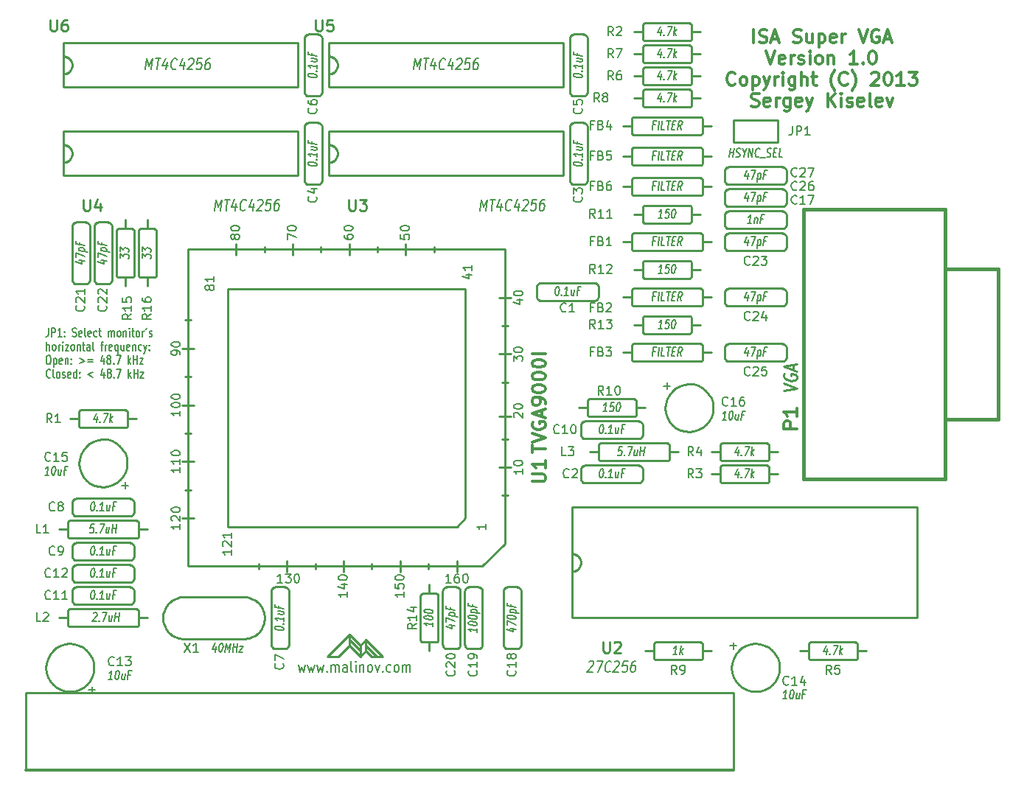
<source format=gto>
G04 (created by PCBNEW-RS274X (2012-01-19 BZR 3256)-stable) date 4/5/2013 11:46:10 PM*
G01*
G70*
G90*
%MOIN*%
G04 Gerber Fmt 3.4, Leading zero omitted, Abs format*
%FSLAX34Y34*%
G04 APERTURE LIST*
%ADD10C,0.006000*%
%ADD11C,0.008000*%
%ADD12C,0.012000*%
%ADD13C,0.010000*%
%ADD14C,0.015000*%
G04 APERTURE END LIST*
G54D10*
X41032Y-32887D02*
X41032Y-33173D01*
X41018Y-33230D01*
X40989Y-33268D01*
X40946Y-33287D01*
X40918Y-33287D01*
X41175Y-33287D02*
X41175Y-32887D01*
X41290Y-32887D01*
X41318Y-32906D01*
X41333Y-32925D01*
X41347Y-32963D01*
X41347Y-33020D01*
X41333Y-33058D01*
X41318Y-33077D01*
X41290Y-33096D01*
X41175Y-33096D01*
X41633Y-33287D02*
X41461Y-33287D01*
X41547Y-33287D02*
X41547Y-32887D01*
X41518Y-32944D01*
X41490Y-32982D01*
X41461Y-33001D01*
X41761Y-33249D02*
X41776Y-33268D01*
X41761Y-33287D01*
X41747Y-33268D01*
X41761Y-33249D01*
X41761Y-33287D01*
X41761Y-33039D02*
X41776Y-33058D01*
X41761Y-33077D01*
X41747Y-33058D01*
X41761Y-33039D01*
X41761Y-33077D01*
X42119Y-33268D02*
X42162Y-33287D01*
X42233Y-33287D01*
X42262Y-33268D01*
X42276Y-33249D01*
X42291Y-33211D01*
X42291Y-33173D01*
X42276Y-33135D01*
X42262Y-33115D01*
X42233Y-33096D01*
X42176Y-33077D01*
X42148Y-33058D01*
X42133Y-33039D01*
X42119Y-33001D01*
X42119Y-32963D01*
X42133Y-32925D01*
X42148Y-32906D01*
X42176Y-32887D01*
X42248Y-32887D01*
X42291Y-32906D01*
X42534Y-33268D02*
X42505Y-33287D01*
X42448Y-33287D01*
X42419Y-33268D01*
X42405Y-33230D01*
X42405Y-33077D01*
X42419Y-33039D01*
X42448Y-33020D01*
X42505Y-33020D01*
X42534Y-33039D01*
X42548Y-33077D01*
X42548Y-33115D01*
X42405Y-33154D01*
X42719Y-33287D02*
X42691Y-33268D01*
X42676Y-33230D01*
X42676Y-32887D01*
X42948Y-33268D02*
X42919Y-33287D01*
X42862Y-33287D01*
X42833Y-33268D01*
X42819Y-33230D01*
X42819Y-33077D01*
X42833Y-33039D01*
X42862Y-33020D01*
X42919Y-33020D01*
X42948Y-33039D01*
X42962Y-33077D01*
X42962Y-33115D01*
X42819Y-33154D01*
X43219Y-33268D02*
X43190Y-33287D01*
X43133Y-33287D01*
X43105Y-33268D01*
X43090Y-33249D01*
X43076Y-33211D01*
X43076Y-33096D01*
X43090Y-33058D01*
X43105Y-33039D01*
X43133Y-33020D01*
X43190Y-33020D01*
X43219Y-33039D01*
X43305Y-33020D02*
X43419Y-33020D01*
X43347Y-32887D02*
X43347Y-33230D01*
X43362Y-33268D01*
X43390Y-33287D01*
X43419Y-33287D01*
X43747Y-33287D02*
X43747Y-33020D01*
X43747Y-33058D02*
X43762Y-33039D01*
X43790Y-33020D01*
X43833Y-33020D01*
X43862Y-33039D01*
X43876Y-33077D01*
X43876Y-33287D01*
X43876Y-33077D02*
X43890Y-33039D01*
X43919Y-33020D01*
X43962Y-33020D01*
X43990Y-33039D01*
X44005Y-33077D01*
X44005Y-33287D01*
X44190Y-33287D02*
X44162Y-33268D01*
X44147Y-33249D01*
X44133Y-33211D01*
X44133Y-33096D01*
X44147Y-33058D01*
X44162Y-33039D01*
X44190Y-33020D01*
X44233Y-33020D01*
X44262Y-33039D01*
X44276Y-33058D01*
X44290Y-33096D01*
X44290Y-33211D01*
X44276Y-33249D01*
X44262Y-33268D01*
X44233Y-33287D01*
X44190Y-33287D01*
X44418Y-33020D02*
X44418Y-33287D01*
X44418Y-33058D02*
X44433Y-33039D01*
X44461Y-33020D01*
X44504Y-33020D01*
X44533Y-33039D01*
X44547Y-33077D01*
X44547Y-33287D01*
X44689Y-33287D02*
X44689Y-33020D01*
X44689Y-32887D02*
X44675Y-32906D01*
X44689Y-32925D01*
X44704Y-32906D01*
X44689Y-32887D01*
X44689Y-32925D01*
X44790Y-33020D02*
X44904Y-33020D01*
X44832Y-32887D02*
X44832Y-33230D01*
X44847Y-33268D01*
X44875Y-33287D01*
X44904Y-33287D01*
X45046Y-33287D02*
X45018Y-33268D01*
X45003Y-33249D01*
X44989Y-33211D01*
X44989Y-33096D01*
X45003Y-33058D01*
X45018Y-33039D01*
X45046Y-33020D01*
X45089Y-33020D01*
X45118Y-33039D01*
X45132Y-33058D01*
X45146Y-33096D01*
X45146Y-33211D01*
X45132Y-33249D01*
X45118Y-33268D01*
X45089Y-33287D01*
X45046Y-33287D01*
X45274Y-33287D02*
X45274Y-33020D01*
X45274Y-33096D02*
X45289Y-33058D01*
X45303Y-33039D01*
X45332Y-33020D01*
X45360Y-33020D01*
X45475Y-32887D02*
X45446Y-32963D01*
X45589Y-33268D02*
X45618Y-33287D01*
X45675Y-33287D01*
X45703Y-33268D01*
X45718Y-33230D01*
X45718Y-33211D01*
X45703Y-33173D01*
X45675Y-33154D01*
X45632Y-33154D01*
X45603Y-33135D01*
X45589Y-33096D01*
X45589Y-33077D01*
X45603Y-33039D01*
X45632Y-33020D01*
X45675Y-33020D01*
X45703Y-33039D01*
X40946Y-33907D02*
X40946Y-33507D01*
X41075Y-33907D02*
X41075Y-33697D01*
X41061Y-33659D01*
X41032Y-33640D01*
X40989Y-33640D01*
X40961Y-33659D01*
X40946Y-33678D01*
X41260Y-33907D02*
X41232Y-33888D01*
X41217Y-33869D01*
X41203Y-33831D01*
X41203Y-33716D01*
X41217Y-33678D01*
X41232Y-33659D01*
X41260Y-33640D01*
X41303Y-33640D01*
X41332Y-33659D01*
X41346Y-33678D01*
X41360Y-33716D01*
X41360Y-33831D01*
X41346Y-33869D01*
X41332Y-33888D01*
X41303Y-33907D01*
X41260Y-33907D01*
X41488Y-33907D02*
X41488Y-33640D01*
X41488Y-33716D02*
X41503Y-33678D01*
X41517Y-33659D01*
X41546Y-33640D01*
X41574Y-33640D01*
X41674Y-33907D02*
X41674Y-33640D01*
X41674Y-33507D02*
X41660Y-33526D01*
X41674Y-33545D01*
X41689Y-33526D01*
X41674Y-33507D01*
X41674Y-33545D01*
X41789Y-33640D02*
X41946Y-33640D01*
X41789Y-33907D01*
X41946Y-33907D01*
X42103Y-33907D02*
X42075Y-33888D01*
X42060Y-33869D01*
X42046Y-33831D01*
X42046Y-33716D01*
X42060Y-33678D01*
X42075Y-33659D01*
X42103Y-33640D01*
X42146Y-33640D01*
X42175Y-33659D01*
X42189Y-33678D01*
X42203Y-33716D01*
X42203Y-33831D01*
X42189Y-33869D01*
X42175Y-33888D01*
X42146Y-33907D01*
X42103Y-33907D01*
X42331Y-33640D02*
X42331Y-33907D01*
X42331Y-33678D02*
X42346Y-33659D01*
X42374Y-33640D01*
X42417Y-33640D01*
X42446Y-33659D01*
X42460Y-33697D01*
X42460Y-33907D01*
X42560Y-33640D02*
X42674Y-33640D01*
X42602Y-33507D02*
X42602Y-33850D01*
X42617Y-33888D01*
X42645Y-33907D01*
X42674Y-33907D01*
X42902Y-33907D02*
X42902Y-33697D01*
X42888Y-33659D01*
X42859Y-33640D01*
X42802Y-33640D01*
X42773Y-33659D01*
X42902Y-33888D02*
X42873Y-33907D01*
X42802Y-33907D01*
X42773Y-33888D01*
X42759Y-33850D01*
X42759Y-33812D01*
X42773Y-33774D01*
X42802Y-33755D01*
X42873Y-33755D01*
X42902Y-33735D01*
X43087Y-33907D02*
X43059Y-33888D01*
X43044Y-33850D01*
X43044Y-33507D01*
X43388Y-33640D02*
X43502Y-33640D01*
X43430Y-33907D02*
X43430Y-33564D01*
X43445Y-33526D01*
X43473Y-33507D01*
X43502Y-33507D01*
X43601Y-33907D02*
X43601Y-33640D01*
X43601Y-33716D02*
X43616Y-33678D01*
X43630Y-33659D01*
X43659Y-33640D01*
X43687Y-33640D01*
X43902Y-33888D02*
X43873Y-33907D01*
X43816Y-33907D01*
X43787Y-33888D01*
X43773Y-33850D01*
X43773Y-33697D01*
X43787Y-33659D01*
X43816Y-33640D01*
X43873Y-33640D01*
X43902Y-33659D01*
X43916Y-33697D01*
X43916Y-33735D01*
X43773Y-33774D01*
X44173Y-33640D02*
X44173Y-34040D01*
X44173Y-33888D02*
X44144Y-33907D01*
X44087Y-33907D01*
X44059Y-33888D01*
X44044Y-33869D01*
X44030Y-33831D01*
X44030Y-33716D01*
X44044Y-33678D01*
X44059Y-33659D01*
X44087Y-33640D01*
X44144Y-33640D01*
X44173Y-33659D01*
X44444Y-33640D02*
X44444Y-33907D01*
X44315Y-33640D02*
X44315Y-33850D01*
X44330Y-33888D01*
X44358Y-33907D01*
X44401Y-33907D01*
X44430Y-33888D01*
X44444Y-33869D01*
X44701Y-33888D02*
X44672Y-33907D01*
X44615Y-33907D01*
X44586Y-33888D01*
X44572Y-33850D01*
X44572Y-33697D01*
X44586Y-33659D01*
X44615Y-33640D01*
X44672Y-33640D01*
X44701Y-33659D01*
X44715Y-33697D01*
X44715Y-33735D01*
X44572Y-33774D01*
X44843Y-33640D02*
X44843Y-33907D01*
X44843Y-33678D02*
X44858Y-33659D01*
X44886Y-33640D01*
X44929Y-33640D01*
X44958Y-33659D01*
X44972Y-33697D01*
X44972Y-33907D01*
X45243Y-33888D02*
X45214Y-33907D01*
X45157Y-33907D01*
X45129Y-33888D01*
X45114Y-33869D01*
X45100Y-33831D01*
X45100Y-33716D01*
X45114Y-33678D01*
X45129Y-33659D01*
X45157Y-33640D01*
X45214Y-33640D01*
X45243Y-33659D01*
X45343Y-33640D02*
X45414Y-33907D01*
X45486Y-33640D02*
X45414Y-33907D01*
X45386Y-34002D01*
X45371Y-34021D01*
X45343Y-34040D01*
X45600Y-33869D02*
X45615Y-33888D01*
X45600Y-33907D01*
X45586Y-33888D01*
X45600Y-33869D01*
X45600Y-33907D01*
X45600Y-33659D02*
X45615Y-33678D01*
X45600Y-33697D01*
X45586Y-33678D01*
X45600Y-33659D01*
X45600Y-33697D01*
X41004Y-34127D02*
X41061Y-34127D01*
X41089Y-34146D01*
X41118Y-34184D01*
X41132Y-34260D01*
X41132Y-34394D01*
X41118Y-34470D01*
X41089Y-34508D01*
X41061Y-34527D01*
X41004Y-34527D01*
X40975Y-34508D01*
X40946Y-34470D01*
X40932Y-34394D01*
X40932Y-34260D01*
X40946Y-34184D01*
X40975Y-34146D01*
X41004Y-34127D01*
X41260Y-34260D02*
X41260Y-34660D01*
X41260Y-34279D02*
X41289Y-34260D01*
X41346Y-34260D01*
X41375Y-34279D01*
X41389Y-34298D01*
X41403Y-34336D01*
X41403Y-34451D01*
X41389Y-34489D01*
X41375Y-34508D01*
X41346Y-34527D01*
X41289Y-34527D01*
X41260Y-34508D01*
X41646Y-34508D02*
X41617Y-34527D01*
X41560Y-34527D01*
X41531Y-34508D01*
X41517Y-34470D01*
X41517Y-34317D01*
X41531Y-34279D01*
X41560Y-34260D01*
X41617Y-34260D01*
X41646Y-34279D01*
X41660Y-34317D01*
X41660Y-34355D01*
X41517Y-34394D01*
X41788Y-34260D02*
X41788Y-34527D01*
X41788Y-34298D02*
X41803Y-34279D01*
X41831Y-34260D01*
X41874Y-34260D01*
X41903Y-34279D01*
X41917Y-34317D01*
X41917Y-34527D01*
X42059Y-34489D02*
X42074Y-34508D01*
X42059Y-34527D01*
X42045Y-34508D01*
X42059Y-34489D01*
X42059Y-34527D01*
X42059Y-34279D02*
X42074Y-34298D01*
X42059Y-34317D01*
X42045Y-34298D01*
X42059Y-34279D01*
X42059Y-34317D01*
X42431Y-34260D02*
X42660Y-34375D01*
X42431Y-34489D01*
X42802Y-34317D02*
X43031Y-34317D01*
X43031Y-34432D02*
X42802Y-34432D01*
X43531Y-34260D02*
X43531Y-34527D01*
X43460Y-34108D02*
X43388Y-34394D01*
X43574Y-34394D01*
X43731Y-34298D02*
X43703Y-34279D01*
X43688Y-34260D01*
X43674Y-34222D01*
X43674Y-34203D01*
X43688Y-34165D01*
X43703Y-34146D01*
X43731Y-34127D01*
X43788Y-34127D01*
X43817Y-34146D01*
X43831Y-34165D01*
X43846Y-34203D01*
X43846Y-34222D01*
X43831Y-34260D01*
X43817Y-34279D01*
X43788Y-34298D01*
X43731Y-34298D01*
X43703Y-34317D01*
X43688Y-34336D01*
X43674Y-34375D01*
X43674Y-34451D01*
X43688Y-34489D01*
X43703Y-34508D01*
X43731Y-34527D01*
X43788Y-34527D01*
X43817Y-34508D01*
X43831Y-34489D01*
X43846Y-34451D01*
X43846Y-34375D01*
X43831Y-34336D01*
X43817Y-34317D01*
X43788Y-34298D01*
X43974Y-34489D02*
X43989Y-34508D01*
X43974Y-34527D01*
X43960Y-34508D01*
X43974Y-34489D01*
X43974Y-34527D01*
X44089Y-34127D02*
X44289Y-34127D01*
X44160Y-34527D01*
X44632Y-34527D02*
X44632Y-34127D01*
X44661Y-34375D02*
X44747Y-34527D01*
X44747Y-34260D02*
X44632Y-34413D01*
X44875Y-34527D02*
X44875Y-34127D01*
X44875Y-34317D02*
X45047Y-34317D01*
X45047Y-34527D02*
X45047Y-34127D01*
X45161Y-34260D02*
X45318Y-34260D01*
X45161Y-34527D01*
X45318Y-34527D01*
X41118Y-35109D02*
X41104Y-35128D01*
X41061Y-35147D01*
X41032Y-35147D01*
X40989Y-35128D01*
X40961Y-35090D01*
X40946Y-35052D01*
X40932Y-34975D01*
X40932Y-34918D01*
X40946Y-34842D01*
X40961Y-34804D01*
X40989Y-34766D01*
X41032Y-34747D01*
X41061Y-34747D01*
X41104Y-34766D01*
X41118Y-34785D01*
X41289Y-35147D02*
X41261Y-35128D01*
X41246Y-35090D01*
X41246Y-34747D01*
X41446Y-35147D02*
X41418Y-35128D01*
X41403Y-35109D01*
X41389Y-35071D01*
X41389Y-34956D01*
X41403Y-34918D01*
X41418Y-34899D01*
X41446Y-34880D01*
X41489Y-34880D01*
X41518Y-34899D01*
X41532Y-34918D01*
X41546Y-34956D01*
X41546Y-35071D01*
X41532Y-35109D01*
X41518Y-35128D01*
X41489Y-35147D01*
X41446Y-35147D01*
X41660Y-35128D02*
X41689Y-35147D01*
X41746Y-35147D01*
X41774Y-35128D01*
X41789Y-35090D01*
X41789Y-35071D01*
X41774Y-35033D01*
X41746Y-35014D01*
X41703Y-35014D01*
X41674Y-34995D01*
X41660Y-34956D01*
X41660Y-34937D01*
X41674Y-34899D01*
X41703Y-34880D01*
X41746Y-34880D01*
X41774Y-34899D01*
X42032Y-35128D02*
X42003Y-35147D01*
X41946Y-35147D01*
X41917Y-35128D01*
X41903Y-35090D01*
X41903Y-34937D01*
X41917Y-34899D01*
X41946Y-34880D01*
X42003Y-34880D01*
X42032Y-34899D01*
X42046Y-34937D01*
X42046Y-34975D01*
X41903Y-35014D01*
X42303Y-35147D02*
X42303Y-34747D01*
X42303Y-35128D02*
X42274Y-35147D01*
X42217Y-35147D01*
X42189Y-35128D01*
X42174Y-35109D01*
X42160Y-35071D01*
X42160Y-34956D01*
X42174Y-34918D01*
X42189Y-34899D01*
X42217Y-34880D01*
X42274Y-34880D01*
X42303Y-34899D01*
X42445Y-35109D02*
X42460Y-35128D01*
X42445Y-35147D01*
X42431Y-35128D01*
X42445Y-35109D01*
X42445Y-35147D01*
X42445Y-34899D02*
X42460Y-34918D01*
X42445Y-34937D01*
X42431Y-34918D01*
X42445Y-34899D01*
X42445Y-34937D01*
X43046Y-34880D02*
X42817Y-34995D01*
X43046Y-35109D01*
X43546Y-34880D02*
X43546Y-35147D01*
X43475Y-34728D02*
X43403Y-35014D01*
X43589Y-35014D01*
X43746Y-34918D02*
X43718Y-34899D01*
X43703Y-34880D01*
X43689Y-34842D01*
X43689Y-34823D01*
X43703Y-34785D01*
X43718Y-34766D01*
X43746Y-34747D01*
X43803Y-34747D01*
X43832Y-34766D01*
X43846Y-34785D01*
X43861Y-34823D01*
X43861Y-34842D01*
X43846Y-34880D01*
X43832Y-34899D01*
X43803Y-34918D01*
X43746Y-34918D01*
X43718Y-34937D01*
X43703Y-34956D01*
X43689Y-34995D01*
X43689Y-35071D01*
X43703Y-35109D01*
X43718Y-35128D01*
X43746Y-35147D01*
X43803Y-35147D01*
X43832Y-35128D01*
X43846Y-35109D01*
X43861Y-35071D01*
X43861Y-34995D01*
X43846Y-34956D01*
X43832Y-34937D01*
X43803Y-34918D01*
X43989Y-35109D02*
X44004Y-35128D01*
X43989Y-35147D01*
X43975Y-35128D01*
X43989Y-35109D01*
X43989Y-35147D01*
X44104Y-34747D02*
X44304Y-34747D01*
X44175Y-35147D01*
X44647Y-35147D02*
X44647Y-34747D01*
X44676Y-34995D02*
X44762Y-35147D01*
X44762Y-34880D02*
X44647Y-35033D01*
X44890Y-35147D02*
X44890Y-34747D01*
X44890Y-34937D02*
X45062Y-34937D01*
X45062Y-35147D02*
X45062Y-34747D01*
X45176Y-34880D02*
X45333Y-34880D01*
X45176Y-35147D01*
X45333Y-35147D01*
G54D11*
X52333Y-48119D02*
X52409Y-48452D01*
X52486Y-48214D01*
X52562Y-48452D01*
X52638Y-48119D01*
X52752Y-48119D02*
X52828Y-48452D01*
X52905Y-48214D01*
X52981Y-48452D01*
X53057Y-48119D01*
X53171Y-48119D02*
X53247Y-48452D01*
X53324Y-48214D01*
X53400Y-48452D01*
X53476Y-48119D01*
X53628Y-48405D02*
X53647Y-48429D01*
X53628Y-48452D01*
X53609Y-48429D01*
X53628Y-48405D01*
X53628Y-48452D01*
X53818Y-48452D02*
X53818Y-48119D01*
X53818Y-48167D02*
X53837Y-48143D01*
X53875Y-48119D01*
X53933Y-48119D01*
X53971Y-48143D01*
X53990Y-48190D01*
X53990Y-48452D01*
X53990Y-48190D02*
X54009Y-48143D01*
X54047Y-48119D01*
X54104Y-48119D01*
X54142Y-48143D01*
X54161Y-48190D01*
X54161Y-48452D01*
X54523Y-48452D02*
X54523Y-48190D01*
X54504Y-48143D01*
X54466Y-48119D01*
X54389Y-48119D01*
X54351Y-48143D01*
X54523Y-48429D02*
X54485Y-48452D01*
X54389Y-48452D01*
X54351Y-48429D01*
X54332Y-48381D01*
X54332Y-48333D01*
X54351Y-48286D01*
X54389Y-48262D01*
X54485Y-48262D01*
X54523Y-48238D01*
X54770Y-48452D02*
X54732Y-48429D01*
X54713Y-48381D01*
X54713Y-47952D01*
X54923Y-48452D02*
X54923Y-48119D01*
X54923Y-47952D02*
X54904Y-47976D01*
X54923Y-48000D01*
X54942Y-47976D01*
X54923Y-47952D01*
X54923Y-48000D01*
X55113Y-48119D02*
X55113Y-48452D01*
X55113Y-48167D02*
X55132Y-48143D01*
X55170Y-48119D01*
X55228Y-48119D01*
X55266Y-48143D01*
X55285Y-48190D01*
X55285Y-48452D01*
X55532Y-48452D02*
X55494Y-48429D01*
X55475Y-48405D01*
X55456Y-48357D01*
X55456Y-48214D01*
X55475Y-48167D01*
X55494Y-48143D01*
X55532Y-48119D01*
X55590Y-48119D01*
X55628Y-48143D01*
X55647Y-48167D01*
X55666Y-48214D01*
X55666Y-48357D01*
X55647Y-48405D01*
X55628Y-48429D01*
X55590Y-48452D01*
X55532Y-48452D01*
X55799Y-48119D02*
X55894Y-48452D01*
X55990Y-48119D01*
X56142Y-48405D02*
X56161Y-48429D01*
X56142Y-48452D01*
X56123Y-48429D01*
X56142Y-48405D01*
X56142Y-48452D01*
X56504Y-48429D02*
X56466Y-48452D01*
X56389Y-48452D01*
X56351Y-48429D01*
X56332Y-48405D01*
X56313Y-48357D01*
X56313Y-48214D01*
X56332Y-48167D01*
X56351Y-48143D01*
X56389Y-48119D01*
X56466Y-48119D01*
X56504Y-48143D01*
X56732Y-48452D02*
X56694Y-48429D01*
X56675Y-48405D01*
X56656Y-48357D01*
X56656Y-48214D01*
X56675Y-48167D01*
X56694Y-48143D01*
X56732Y-48119D01*
X56790Y-48119D01*
X56828Y-48143D01*
X56847Y-48167D01*
X56866Y-48214D01*
X56866Y-48357D01*
X56847Y-48405D01*
X56828Y-48429D01*
X56790Y-48452D01*
X56732Y-48452D01*
X57037Y-48452D02*
X57037Y-48119D01*
X57037Y-48167D02*
X57056Y-48143D01*
X57094Y-48119D01*
X57152Y-48119D01*
X57190Y-48143D01*
X57209Y-48190D01*
X57209Y-48452D01*
X57209Y-48190D02*
X57228Y-48143D01*
X57266Y-48119D01*
X57323Y-48119D01*
X57361Y-48143D01*
X57380Y-48190D01*
X57380Y-48452D01*
G54D12*
X72916Y-19993D02*
X72916Y-19393D01*
X73173Y-19964D02*
X73259Y-19993D01*
X73402Y-19993D01*
X73459Y-19964D01*
X73488Y-19936D01*
X73516Y-19879D01*
X73516Y-19821D01*
X73488Y-19764D01*
X73459Y-19736D01*
X73402Y-19707D01*
X73288Y-19679D01*
X73230Y-19650D01*
X73202Y-19621D01*
X73173Y-19564D01*
X73173Y-19507D01*
X73202Y-19450D01*
X73230Y-19421D01*
X73288Y-19393D01*
X73430Y-19393D01*
X73516Y-19421D01*
X73744Y-19821D02*
X74030Y-19821D01*
X73687Y-19993D02*
X73887Y-19393D01*
X74087Y-19993D01*
X74715Y-19964D02*
X74801Y-19993D01*
X74944Y-19993D01*
X75001Y-19964D01*
X75030Y-19936D01*
X75058Y-19879D01*
X75058Y-19821D01*
X75030Y-19764D01*
X75001Y-19736D01*
X74944Y-19707D01*
X74830Y-19679D01*
X74772Y-19650D01*
X74744Y-19621D01*
X74715Y-19564D01*
X74715Y-19507D01*
X74744Y-19450D01*
X74772Y-19421D01*
X74830Y-19393D01*
X74972Y-19393D01*
X75058Y-19421D01*
X75572Y-19593D02*
X75572Y-19993D01*
X75315Y-19593D02*
X75315Y-19907D01*
X75343Y-19964D01*
X75401Y-19993D01*
X75486Y-19993D01*
X75543Y-19964D01*
X75572Y-19936D01*
X75858Y-19593D02*
X75858Y-20193D01*
X75858Y-19621D02*
X75915Y-19593D01*
X76029Y-19593D01*
X76086Y-19621D01*
X76115Y-19650D01*
X76144Y-19707D01*
X76144Y-19879D01*
X76115Y-19936D01*
X76086Y-19964D01*
X76029Y-19993D01*
X75915Y-19993D01*
X75858Y-19964D01*
X76629Y-19964D02*
X76572Y-19993D01*
X76458Y-19993D01*
X76401Y-19964D01*
X76372Y-19907D01*
X76372Y-19679D01*
X76401Y-19621D01*
X76458Y-19593D01*
X76572Y-19593D01*
X76629Y-19621D01*
X76658Y-19679D01*
X76658Y-19736D01*
X76372Y-19793D01*
X76915Y-19993D02*
X76915Y-19593D01*
X76915Y-19707D02*
X76943Y-19650D01*
X76972Y-19621D01*
X77029Y-19593D01*
X77086Y-19593D01*
X77657Y-19393D02*
X77857Y-19993D01*
X78057Y-19393D01*
X78571Y-19421D02*
X78514Y-19393D01*
X78428Y-19393D01*
X78343Y-19421D01*
X78285Y-19479D01*
X78257Y-19536D01*
X78228Y-19650D01*
X78228Y-19736D01*
X78257Y-19850D01*
X78285Y-19907D01*
X78343Y-19964D01*
X78428Y-19993D01*
X78485Y-19993D01*
X78571Y-19964D01*
X78600Y-19936D01*
X78600Y-19736D01*
X78485Y-19736D01*
X78828Y-19821D02*
X79114Y-19821D01*
X78771Y-19993D02*
X78971Y-19393D01*
X79171Y-19993D01*
X73486Y-20353D02*
X73686Y-20953D01*
X73886Y-20353D01*
X74314Y-20924D02*
X74257Y-20953D01*
X74143Y-20953D01*
X74086Y-20924D01*
X74057Y-20867D01*
X74057Y-20639D01*
X74086Y-20581D01*
X74143Y-20553D01*
X74257Y-20553D01*
X74314Y-20581D01*
X74343Y-20639D01*
X74343Y-20696D01*
X74057Y-20753D01*
X74600Y-20953D02*
X74600Y-20553D01*
X74600Y-20667D02*
X74628Y-20610D01*
X74657Y-20581D01*
X74714Y-20553D01*
X74771Y-20553D01*
X74942Y-20924D02*
X74999Y-20953D01*
X75114Y-20953D01*
X75171Y-20924D01*
X75199Y-20867D01*
X75199Y-20839D01*
X75171Y-20781D01*
X75114Y-20753D01*
X75028Y-20753D01*
X74971Y-20724D01*
X74942Y-20667D01*
X74942Y-20639D01*
X74971Y-20581D01*
X75028Y-20553D01*
X75114Y-20553D01*
X75171Y-20581D01*
X75457Y-20953D02*
X75457Y-20553D01*
X75457Y-20353D02*
X75428Y-20381D01*
X75457Y-20410D01*
X75485Y-20381D01*
X75457Y-20353D01*
X75457Y-20410D01*
X75829Y-20953D02*
X75771Y-20924D01*
X75743Y-20896D01*
X75714Y-20839D01*
X75714Y-20667D01*
X75743Y-20610D01*
X75771Y-20581D01*
X75829Y-20553D01*
X75914Y-20553D01*
X75971Y-20581D01*
X76000Y-20610D01*
X76029Y-20667D01*
X76029Y-20839D01*
X76000Y-20896D01*
X75971Y-20924D01*
X75914Y-20953D01*
X75829Y-20953D01*
X76286Y-20553D02*
X76286Y-20953D01*
X76286Y-20610D02*
X76314Y-20581D01*
X76372Y-20553D01*
X76457Y-20553D01*
X76514Y-20581D01*
X76543Y-20639D01*
X76543Y-20953D01*
X77600Y-20953D02*
X77257Y-20953D01*
X77429Y-20953D02*
X77429Y-20353D01*
X77372Y-20439D01*
X77314Y-20496D01*
X77257Y-20524D01*
X77857Y-20896D02*
X77885Y-20924D01*
X77857Y-20953D01*
X77828Y-20924D01*
X77857Y-20896D01*
X77857Y-20953D01*
X78257Y-20353D02*
X78314Y-20353D01*
X78371Y-20381D01*
X78400Y-20410D01*
X78429Y-20467D01*
X78457Y-20581D01*
X78457Y-20724D01*
X78429Y-20839D01*
X78400Y-20896D01*
X78371Y-20924D01*
X78314Y-20953D01*
X78257Y-20953D01*
X78200Y-20924D01*
X78171Y-20896D01*
X78143Y-20839D01*
X78114Y-20724D01*
X78114Y-20581D01*
X78143Y-20467D01*
X78171Y-20410D01*
X78200Y-20381D01*
X78257Y-20353D01*
X72073Y-21856D02*
X72044Y-21884D01*
X71958Y-21913D01*
X71901Y-21913D01*
X71816Y-21884D01*
X71758Y-21827D01*
X71730Y-21770D01*
X71701Y-21656D01*
X71701Y-21570D01*
X71730Y-21456D01*
X71758Y-21399D01*
X71816Y-21341D01*
X71901Y-21313D01*
X71958Y-21313D01*
X72044Y-21341D01*
X72073Y-21370D01*
X72416Y-21913D02*
X72358Y-21884D01*
X72330Y-21856D01*
X72301Y-21799D01*
X72301Y-21627D01*
X72330Y-21570D01*
X72358Y-21541D01*
X72416Y-21513D01*
X72501Y-21513D01*
X72558Y-21541D01*
X72587Y-21570D01*
X72616Y-21627D01*
X72616Y-21799D01*
X72587Y-21856D01*
X72558Y-21884D01*
X72501Y-21913D01*
X72416Y-21913D01*
X72873Y-21513D02*
X72873Y-22113D01*
X72873Y-21541D02*
X72930Y-21513D01*
X73044Y-21513D01*
X73101Y-21541D01*
X73130Y-21570D01*
X73159Y-21627D01*
X73159Y-21799D01*
X73130Y-21856D01*
X73101Y-21884D01*
X73044Y-21913D01*
X72930Y-21913D01*
X72873Y-21884D01*
X73359Y-21513D02*
X73502Y-21913D01*
X73644Y-21513D02*
X73502Y-21913D01*
X73444Y-22056D01*
X73416Y-22084D01*
X73359Y-22113D01*
X73873Y-21913D02*
X73873Y-21513D01*
X73873Y-21627D02*
X73901Y-21570D01*
X73930Y-21541D01*
X73987Y-21513D01*
X74044Y-21513D01*
X74244Y-21913D02*
X74244Y-21513D01*
X74244Y-21313D02*
X74215Y-21341D01*
X74244Y-21370D01*
X74272Y-21341D01*
X74244Y-21313D01*
X74244Y-21370D01*
X74787Y-21513D02*
X74787Y-21999D01*
X74758Y-22056D01*
X74730Y-22084D01*
X74673Y-22113D01*
X74587Y-22113D01*
X74530Y-22084D01*
X74787Y-21884D02*
X74730Y-21913D01*
X74616Y-21913D01*
X74558Y-21884D01*
X74530Y-21856D01*
X74501Y-21799D01*
X74501Y-21627D01*
X74530Y-21570D01*
X74558Y-21541D01*
X74616Y-21513D01*
X74730Y-21513D01*
X74787Y-21541D01*
X75073Y-21913D02*
X75073Y-21313D01*
X75330Y-21913D02*
X75330Y-21599D01*
X75301Y-21541D01*
X75244Y-21513D01*
X75159Y-21513D01*
X75101Y-21541D01*
X75073Y-21570D01*
X75530Y-21513D02*
X75759Y-21513D01*
X75616Y-21313D02*
X75616Y-21827D01*
X75644Y-21884D01*
X75702Y-21913D01*
X75759Y-21913D01*
X76587Y-22141D02*
X76559Y-22113D01*
X76502Y-22027D01*
X76473Y-21970D01*
X76444Y-21884D01*
X76416Y-21741D01*
X76416Y-21627D01*
X76444Y-21484D01*
X76473Y-21399D01*
X76502Y-21341D01*
X76559Y-21256D01*
X76587Y-21227D01*
X77159Y-21856D02*
X77130Y-21884D01*
X77044Y-21913D01*
X76987Y-21913D01*
X76902Y-21884D01*
X76844Y-21827D01*
X76816Y-21770D01*
X76787Y-21656D01*
X76787Y-21570D01*
X76816Y-21456D01*
X76844Y-21399D01*
X76902Y-21341D01*
X76987Y-21313D01*
X77044Y-21313D01*
X77130Y-21341D01*
X77159Y-21370D01*
X77359Y-22141D02*
X77387Y-22113D01*
X77444Y-22027D01*
X77473Y-21970D01*
X77502Y-21884D01*
X77530Y-21741D01*
X77530Y-21627D01*
X77502Y-21484D01*
X77473Y-21399D01*
X77444Y-21341D01*
X77387Y-21256D01*
X77359Y-21227D01*
X78244Y-21370D02*
X78273Y-21341D01*
X78330Y-21313D01*
X78473Y-21313D01*
X78530Y-21341D01*
X78559Y-21370D01*
X78587Y-21427D01*
X78587Y-21484D01*
X78559Y-21570D01*
X78216Y-21913D01*
X78587Y-21913D01*
X78958Y-21313D02*
X79015Y-21313D01*
X79072Y-21341D01*
X79101Y-21370D01*
X79130Y-21427D01*
X79158Y-21541D01*
X79158Y-21684D01*
X79130Y-21799D01*
X79101Y-21856D01*
X79072Y-21884D01*
X79015Y-21913D01*
X78958Y-21913D01*
X78901Y-21884D01*
X78872Y-21856D01*
X78844Y-21799D01*
X78815Y-21684D01*
X78815Y-21541D01*
X78844Y-21427D01*
X78872Y-21370D01*
X78901Y-21341D01*
X78958Y-21313D01*
X79729Y-21913D02*
X79386Y-21913D01*
X79558Y-21913D02*
X79558Y-21313D01*
X79501Y-21399D01*
X79443Y-21456D01*
X79386Y-21484D01*
X79929Y-21313D02*
X80300Y-21313D01*
X80100Y-21541D01*
X80186Y-21541D01*
X80243Y-21570D01*
X80272Y-21599D01*
X80300Y-21656D01*
X80300Y-21799D01*
X80272Y-21856D01*
X80243Y-21884D01*
X80186Y-21913D01*
X80014Y-21913D01*
X79957Y-21884D01*
X79929Y-21856D01*
X72815Y-22844D02*
X72901Y-22873D01*
X73044Y-22873D01*
X73101Y-22844D01*
X73130Y-22816D01*
X73158Y-22759D01*
X73158Y-22701D01*
X73130Y-22644D01*
X73101Y-22616D01*
X73044Y-22587D01*
X72930Y-22559D01*
X72872Y-22530D01*
X72844Y-22501D01*
X72815Y-22444D01*
X72815Y-22387D01*
X72844Y-22330D01*
X72872Y-22301D01*
X72930Y-22273D01*
X73072Y-22273D01*
X73158Y-22301D01*
X73643Y-22844D02*
X73586Y-22873D01*
X73472Y-22873D01*
X73415Y-22844D01*
X73386Y-22787D01*
X73386Y-22559D01*
X73415Y-22501D01*
X73472Y-22473D01*
X73586Y-22473D01*
X73643Y-22501D01*
X73672Y-22559D01*
X73672Y-22616D01*
X73386Y-22673D01*
X73929Y-22873D02*
X73929Y-22473D01*
X73929Y-22587D02*
X73957Y-22530D01*
X73986Y-22501D01*
X74043Y-22473D01*
X74100Y-22473D01*
X74557Y-22473D02*
X74557Y-22959D01*
X74528Y-23016D01*
X74500Y-23044D01*
X74443Y-23073D01*
X74357Y-23073D01*
X74300Y-23044D01*
X74557Y-22844D02*
X74500Y-22873D01*
X74386Y-22873D01*
X74328Y-22844D01*
X74300Y-22816D01*
X74271Y-22759D01*
X74271Y-22587D01*
X74300Y-22530D01*
X74328Y-22501D01*
X74386Y-22473D01*
X74500Y-22473D01*
X74557Y-22501D01*
X75071Y-22844D02*
X75014Y-22873D01*
X74900Y-22873D01*
X74843Y-22844D01*
X74814Y-22787D01*
X74814Y-22559D01*
X74843Y-22501D01*
X74900Y-22473D01*
X75014Y-22473D01*
X75071Y-22501D01*
X75100Y-22559D01*
X75100Y-22616D01*
X74814Y-22673D01*
X75300Y-22473D02*
X75443Y-22873D01*
X75585Y-22473D02*
X75443Y-22873D01*
X75385Y-23016D01*
X75357Y-23044D01*
X75300Y-23073D01*
X76271Y-22873D02*
X76271Y-22273D01*
X76614Y-22873D02*
X76357Y-22530D01*
X76614Y-22273D02*
X76271Y-22616D01*
X76871Y-22873D02*
X76871Y-22473D01*
X76871Y-22273D02*
X76842Y-22301D01*
X76871Y-22330D01*
X76899Y-22301D01*
X76871Y-22273D01*
X76871Y-22330D01*
X77128Y-22844D02*
X77185Y-22873D01*
X77300Y-22873D01*
X77357Y-22844D01*
X77385Y-22787D01*
X77385Y-22759D01*
X77357Y-22701D01*
X77300Y-22673D01*
X77214Y-22673D01*
X77157Y-22644D01*
X77128Y-22587D01*
X77128Y-22559D01*
X77157Y-22501D01*
X77214Y-22473D01*
X77300Y-22473D01*
X77357Y-22501D01*
X77871Y-22844D02*
X77814Y-22873D01*
X77700Y-22873D01*
X77643Y-22844D01*
X77614Y-22787D01*
X77614Y-22559D01*
X77643Y-22501D01*
X77700Y-22473D01*
X77814Y-22473D01*
X77871Y-22501D01*
X77900Y-22559D01*
X77900Y-22616D01*
X77614Y-22673D01*
X78243Y-22873D02*
X78185Y-22844D01*
X78157Y-22787D01*
X78157Y-22273D01*
X78699Y-22844D02*
X78642Y-22873D01*
X78528Y-22873D01*
X78471Y-22844D01*
X78442Y-22787D01*
X78442Y-22559D01*
X78471Y-22501D01*
X78528Y-22473D01*
X78642Y-22473D01*
X78699Y-22501D01*
X78728Y-22559D01*
X78728Y-22616D01*
X78442Y-22673D01*
X78928Y-22473D02*
X79071Y-22873D01*
X79213Y-22473D01*
G54D13*
X55375Y-47250D02*
X55875Y-47750D01*
X54625Y-47000D02*
X55125Y-47500D01*
X55375Y-47000D02*
X55375Y-47500D01*
X55125Y-47250D02*
X55125Y-47750D01*
X54625Y-46750D02*
X54625Y-47250D01*
X54125Y-47750D02*
X53625Y-47750D01*
X54625Y-47250D02*
X54125Y-47750D01*
X55125Y-47750D02*
X54625Y-47250D01*
X55375Y-47500D02*
X55125Y-47750D01*
X55625Y-47750D02*
X55375Y-47500D01*
X56125Y-47750D02*
X55625Y-47750D01*
X55375Y-47000D02*
X56125Y-47750D01*
X55125Y-47250D02*
X55375Y-47000D01*
X54625Y-46750D02*
X55125Y-47250D01*
X53625Y-47750D02*
X54625Y-46750D01*
X64700Y-43900D02*
X64734Y-43898D01*
X64769Y-43893D01*
X64803Y-43886D01*
X64836Y-43875D01*
X64869Y-43862D01*
X64900Y-43846D01*
X64929Y-43827D01*
X64957Y-43806D01*
X64982Y-43782D01*
X65006Y-43757D01*
X65027Y-43729D01*
X65046Y-43699D01*
X65062Y-43669D01*
X65075Y-43636D01*
X65086Y-43603D01*
X65093Y-43569D01*
X65098Y-43534D01*
X65100Y-43500D01*
X65100Y-43500D02*
X65098Y-43466D01*
X65093Y-43431D01*
X65086Y-43397D01*
X65075Y-43364D01*
X65062Y-43331D01*
X65046Y-43301D01*
X65027Y-43271D01*
X65006Y-43243D01*
X64982Y-43218D01*
X64957Y-43194D01*
X64929Y-43173D01*
X64900Y-43154D01*
X64869Y-43138D01*
X64836Y-43125D01*
X64803Y-43114D01*
X64769Y-43107D01*
X64734Y-43102D01*
X64700Y-43100D01*
X64700Y-41000D02*
X80300Y-41000D01*
X80300Y-41000D02*
X80300Y-46000D01*
X80300Y-46000D02*
X64700Y-46000D01*
X64700Y-46000D02*
X64700Y-41000D01*
X44900Y-28500D02*
X44900Y-30500D01*
X44200Y-28400D02*
X44800Y-28400D01*
X44100Y-30500D02*
X44100Y-28500D01*
X44800Y-30600D02*
X44200Y-30600D01*
X44900Y-28500D02*
X44899Y-28492D01*
X44898Y-28483D01*
X44896Y-28475D01*
X44893Y-28466D01*
X44890Y-28458D01*
X44886Y-28451D01*
X44881Y-28443D01*
X44876Y-28436D01*
X44870Y-28430D01*
X44864Y-28424D01*
X44857Y-28419D01*
X44850Y-28414D01*
X44842Y-28410D01*
X44834Y-28407D01*
X44825Y-28404D01*
X44817Y-28402D01*
X44808Y-28401D01*
X44800Y-28400D01*
X44200Y-28400D02*
X44192Y-28401D01*
X44183Y-28402D01*
X44175Y-28404D01*
X44166Y-28407D01*
X44158Y-28410D01*
X44151Y-28414D01*
X44143Y-28419D01*
X44136Y-28424D01*
X44130Y-28430D01*
X44124Y-28436D01*
X44119Y-28443D01*
X44114Y-28451D01*
X44110Y-28458D01*
X44107Y-28466D01*
X44104Y-28475D01*
X44102Y-28483D01*
X44101Y-28492D01*
X44100Y-28500D01*
X44800Y-30600D02*
X44808Y-30599D01*
X44817Y-30598D01*
X44825Y-30596D01*
X44834Y-30593D01*
X44842Y-30590D01*
X44850Y-30586D01*
X44857Y-30581D01*
X44864Y-30576D01*
X44870Y-30570D01*
X44876Y-30564D01*
X44881Y-30557D01*
X44886Y-30549D01*
X44890Y-30542D01*
X44893Y-30534D01*
X44896Y-30525D01*
X44898Y-30517D01*
X44899Y-30508D01*
X44900Y-30500D01*
X44100Y-30500D02*
X44101Y-30508D01*
X44102Y-30517D01*
X44104Y-30525D01*
X44107Y-30534D01*
X44110Y-30542D01*
X44114Y-30549D01*
X44119Y-30557D01*
X44124Y-30564D01*
X44130Y-30570D01*
X44136Y-30576D01*
X44143Y-30581D01*
X44151Y-30586D01*
X44158Y-30590D01*
X44166Y-30593D01*
X44175Y-30596D01*
X44183Y-30598D01*
X44192Y-30599D01*
X44200Y-30600D01*
X44500Y-28400D02*
X44500Y-28000D01*
X44500Y-31000D02*
X44500Y-30600D01*
X70000Y-20900D02*
X68000Y-20900D01*
X70100Y-20200D02*
X70100Y-20800D01*
X68000Y-20100D02*
X70000Y-20100D01*
X67900Y-20800D02*
X67900Y-20200D01*
X70000Y-20900D02*
X70008Y-20899D01*
X70017Y-20898D01*
X70025Y-20896D01*
X70034Y-20893D01*
X70042Y-20890D01*
X70050Y-20886D01*
X70057Y-20881D01*
X70064Y-20876D01*
X70070Y-20870D01*
X70076Y-20864D01*
X70081Y-20857D01*
X70086Y-20849D01*
X70090Y-20842D01*
X70093Y-20834D01*
X70096Y-20825D01*
X70098Y-20817D01*
X70099Y-20808D01*
X70100Y-20800D01*
X70100Y-20200D02*
X70099Y-20192D01*
X70098Y-20183D01*
X70096Y-20175D01*
X70093Y-20166D01*
X70090Y-20158D01*
X70086Y-20151D01*
X70081Y-20143D01*
X70076Y-20136D01*
X70070Y-20130D01*
X70064Y-20124D01*
X70057Y-20119D01*
X70050Y-20114D01*
X70042Y-20110D01*
X70034Y-20107D01*
X70025Y-20104D01*
X70017Y-20102D01*
X70008Y-20101D01*
X70000Y-20100D01*
X67900Y-20800D02*
X67901Y-20808D01*
X67902Y-20817D01*
X67904Y-20825D01*
X67907Y-20834D01*
X67910Y-20842D01*
X67914Y-20849D01*
X67919Y-20857D01*
X67924Y-20864D01*
X67930Y-20870D01*
X67936Y-20876D01*
X67943Y-20881D01*
X67951Y-20886D01*
X67958Y-20890D01*
X67966Y-20893D01*
X67975Y-20896D01*
X67983Y-20898D01*
X67992Y-20899D01*
X68000Y-20900D01*
X68000Y-20100D02*
X67992Y-20101D01*
X67983Y-20102D01*
X67975Y-20104D01*
X67966Y-20107D01*
X67958Y-20110D01*
X67951Y-20114D01*
X67943Y-20119D01*
X67936Y-20124D01*
X67930Y-20130D01*
X67924Y-20136D01*
X67919Y-20143D01*
X67914Y-20151D01*
X67910Y-20158D01*
X67907Y-20166D01*
X67904Y-20175D01*
X67902Y-20183D01*
X67901Y-20192D01*
X67900Y-20200D01*
X70100Y-20500D02*
X70500Y-20500D01*
X67500Y-20500D02*
X67900Y-20500D01*
X68000Y-22100D02*
X70000Y-22100D01*
X67900Y-22800D02*
X67900Y-22200D01*
X70000Y-22900D02*
X68000Y-22900D01*
X70100Y-22200D02*
X70100Y-22800D01*
X68000Y-22100D02*
X67992Y-22101D01*
X67983Y-22102D01*
X67975Y-22104D01*
X67966Y-22107D01*
X67958Y-22110D01*
X67951Y-22114D01*
X67943Y-22119D01*
X67936Y-22124D01*
X67930Y-22130D01*
X67924Y-22136D01*
X67919Y-22143D01*
X67914Y-22151D01*
X67910Y-22158D01*
X67907Y-22166D01*
X67904Y-22175D01*
X67902Y-22183D01*
X67901Y-22192D01*
X67900Y-22200D01*
X67900Y-22800D02*
X67901Y-22808D01*
X67902Y-22817D01*
X67904Y-22825D01*
X67907Y-22834D01*
X67910Y-22842D01*
X67914Y-22849D01*
X67919Y-22857D01*
X67924Y-22864D01*
X67930Y-22870D01*
X67936Y-22876D01*
X67943Y-22881D01*
X67951Y-22886D01*
X67958Y-22890D01*
X67966Y-22893D01*
X67975Y-22896D01*
X67983Y-22898D01*
X67992Y-22899D01*
X68000Y-22900D01*
X70100Y-22200D02*
X70099Y-22192D01*
X70098Y-22183D01*
X70096Y-22175D01*
X70093Y-22166D01*
X70090Y-22158D01*
X70086Y-22151D01*
X70081Y-22143D01*
X70076Y-22136D01*
X70070Y-22130D01*
X70064Y-22124D01*
X70057Y-22119D01*
X70050Y-22114D01*
X70042Y-22110D01*
X70034Y-22107D01*
X70025Y-22104D01*
X70017Y-22102D01*
X70008Y-22101D01*
X70000Y-22100D01*
X70000Y-22900D02*
X70008Y-22899D01*
X70017Y-22898D01*
X70025Y-22896D01*
X70034Y-22893D01*
X70042Y-22890D01*
X70050Y-22886D01*
X70057Y-22881D01*
X70064Y-22876D01*
X70070Y-22870D01*
X70076Y-22864D01*
X70081Y-22857D01*
X70086Y-22849D01*
X70090Y-22842D01*
X70093Y-22834D01*
X70096Y-22825D01*
X70098Y-22817D01*
X70099Y-22808D01*
X70100Y-22800D01*
X67900Y-22500D02*
X67500Y-22500D01*
X70500Y-22500D02*
X70100Y-22500D01*
X68500Y-47100D02*
X70500Y-47100D01*
X68400Y-47800D02*
X68400Y-47200D01*
X70500Y-47900D02*
X68500Y-47900D01*
X70600Y-47200D02*
X70600Y-47800D01*
X68500Y-47100D02*
X68492Y-47101D01*
X68483Y-47102D01*
X68475Y-47104D01*
X68466Y-47107D01*
X68458Y-47110D01*
X68451Y-47114D01*
X68443Y-47119D01*
X68436Y-47124D01*
X68430Y-47130D01*
X68424Y-47136D01*
X68419Y-47143D01*
X68414Y-47151D01*
X68410Y-47158D01*
X68407Y-47166D01*
X68404Y-47175D01*
X68402Y-47183D01*
X68401Y-47192D01*
X68400Y-47200D01*
X68400Y-47800D02*
X68401Y-47808D01*
X68402Y-47817D01*
X68404Y-47825D01*
X68407Y-47834D01*
X68410Y-47842D01*
X68414Y-47849D01*
X68419Y-47857D01*
X68424Y-47864D01*
X68430Y-47870D01*
X68436Y-47876D01*
X68443Y-47881D01*
X68451Y-47886D01*
X68458Y-47890D01*
X68466Y-47893D01*
X68475Y-47896D01*
X68483Y-47898D01*
X68492Y-47899D01*
X68500Y-47900D01*
X70600Y-47200D02*
X70599Y-47192D01*
X70598Y-47183D01*
X70596Y-47175D01*
X70593Y-47166D01*
X70590Y-47158D01*
X70586Y-47151D01*
X70581Y-47143D01*
X70576Y-47136D01*
X70570Y-47130D01*
X70564Y-47124D01*
X70557Y-47119D01*
X70550Y-47114D01*
X70542Y-47110D01*
X70534Y-47107D01*
X70525Y-47104D01*
X70517Y-47102D01*
X70508Y-47101D01*
X70500Y-47100D01*
X70500Y-47900D02*
X70508Y-47899D01*
X70517Y-47898D01*
X70525Y-47896D01*
X70534Y-47893D01*
X70542Y-47890D01*
X70550Y-47886D01*
X70557Y-47881D01*
X70564Y-47876D01*
X70570Y-47870D01*
X70576Y-47864D01*
X70581Y-47857D01*
X70586Y-47849D01*
X70590Y-47842D01*
X70593Y-47834D01*
X70596Y-47825D01*
X70598Y-47817D01*
X70599Y-47808D01*
X70600Y-47800D01*
X68400Y-47500D02*
X68000Y-47500D01*
X71000Y-47500D02*
X70600Y-47500D01*
X70000Y-21900D02*
X68000Y-21900D01*
X70100Y-21200D02*
X70100Y-21800D01*
X68000Y-21100D02*
X70000Y-21100D01*
X67900Y-21800D02*
X67900Y-21200D01*
X70000Y-21900D02*
X70008Y-21899D01*
X70017Y-21898D01*
X70025Y-21896D01*
X70034Y-21893D01*
X70042Y-21890D01*
X70050Y-21886D01*
X70057Y-21881D01*
X70064Y-21876D01*
X70070Y-21870D01*
X70076Y-21864D01*
X70081Y-21857D01*
X70086Y-21849D01*
X70090Y-21842D01*
X70093Y-21834D01*
X70096Y-21825D01*
X70098Y-21817D01*
X70099Y-21808D01*
X70100Y-21800D01*
X70100Y-21200D02*
X70099Y-21192D01*
X70098Y-21183D01*
X70096Y-21175D01*
X70093Y-21166D01*
X70090Y-21158D01*
X70086Y-21151D01*
X70081Y-21143D01*
X70076Y-21136D01*
X70070Y-21130D01*
X70064Y-21124D01*
X70057Y-21119D01*
X70050Y-21114D01*
X70042Y-21110D01*
X70034Y-21107D01*
X70025Y-21104D01*
X70017Y-21102D01*
X70008Y-21101D01*
X70000Y-21100D01*
X67900Y-21800D02*
X67901Y-21808D01*
X67902Y-21817D01*
X67904Y-21825D01*
X67907Y-21834D01*
X67910Y-21842D01*
X67914Y-21849D01*
X67919Y-21857D01*
X67924Y-21864D01*
X67930Y-21870D01*
X67936Y-21876D01*
X67943Y-21881D01*
X67951Y-21886D01*
X67958Y-21890D01*
X67966Y-21893D01*
X67975Y-21896D01*
X67983Y-21898D01*
X67992Y-21899D01*
X68000Y-21900D01*
X68000Y-21100D02*
X67992Y-21101D01*
X67983Y-21102D01*
X67975Y-21104D01*
X67966Y-21107D01*
X67958Y-21110D01*
X67951Y-21114D01*
X67943Y-21119D01*
X67936Y-21124D01*
X67930Y-21130D01*
X67924Y-21136D01*
X67919Y-21143D01*
X67914Y-21151D01*
X67910Y-21158D01*
X67907Y-21166D01*
X67904Y-21175D01*
X67902Y-21183D01*
X67901Y-21192D01*
X67900Y-21200D01*
X70100Y-21500D02*
X70500Y-21500D01*
X67500Y-21500D02*
X67900Y-21500D01*
X67500Y-36900D02*
X65500Y-36900D01*
X67600Y-36200D02*
X67600Y-36800D01*
X65500Y-36100D02*
X67500Y-36100D01*
X65400Y-36800D02*
X65400Y-36200D01*
X67500Y-36900D02*
X67508Y-36899D01*
X67517Y-36898D01*
X67525Y-36896D01*
X67534Y-36893D01*
X67542Y-36890D01*
X67550Y-36886D01*
X67557Y-36881D01*
X67564Y-36876D01*
X67570Y-36870D01*
X67576Y-36864D01*
X67581Y-36857D01*
X67586Y-36849D01*
X67590Y-36842D01*
X67593Y-36834D01*
X67596Y-36825D01*
X67598Y-36817D01*
X67599Y-36808D01*
X67600Y-36800D01*
X67600Y-36200D02*
X67599Y-36192D01*
X67598Y-36183D01*
X67596Y-36175D01*
X67593Y-36166D01*
X67590Y-36158D01*
X67586Y-36151D01*
X67581Y-36143D01*
X67576Y-36136D01*
X67570Y-36130D01*
X67564Y-36124D01*
X67557Y-36119D01*
X67550Y-36114D01*
X67542Y-36110D01*
X67534Y-36107D01*
X67525Y-36104D01*
X67517Y-36102D01*
X67508Y-36101D01*
X67500Y-36100D01*
X65400Y-36800D02*
X65401Y-36808D01*
X65402Y-36817D01*
X65404Y-36825D01*
X65407Y-36834D01*
X65410Y-36842D01*
X65414Y-36849D01*
X65419Y-36857D01*
X65424Y-36864D01*
X65430Y-36870D01*
X65436Y-36876D01*
X65443Y-36881D01*
X65451Y-36886D01*
X65458Y-36890D01*
X65466Y-36893D01*
X65475Y-36896D01*
X65483Y-36898D01*
X65492Y-36899D01*
X65500Y-36900D01*
X65500Y-36100D02*
X65492Y-36101D01*
X65483Y-36102D01*
X65475Y-36104D01*
X65466Y-36107D01*
X65458Y-36110D01*
X65451Y-36114D01*
X65443Y-36119D01*
X65436Y-36124D01*
X65430Y-36130D01*
X65424Y-36136D01*
X65419Y-36143D01*
X65414Y-36151D01*
X65410Y-36158D01*
X65407Y-36166D01*
X65404Y-36175D01*
X65402Y-36183D01*
X65401Y-36192D01*
X65400Y-36200D01*
X67600Y-36500D02*
X68000Y-36500D01*
X65000Y-36500D02*
X65400Y-36500D01*
X70000Y-28150D02*
X68000Y-28150D01*
X70100Y-27450D02*
X70100Y-28050D01*
X68000Y-27350D02*
X70000Y-27350D01*
X67900Y-28050D02*
X67900Y-27450D01*
X70000Y-28150D02*
X70008Y-28149D01*
X70017Y-28148D01*
X70025Y-28146D01*
X70034Y-28143D01*
X70042Y-28140D01*
X70050Y-28136D01*
X70057Y-28131D01*
X70064Y-28126D01*
X70070Y-28120D01*
X70076Y-28114D01*
X70081Y-28107D01*
X70086Y-28099D01*
X70090Y-28092D01*
X70093Y-28084D01*
X70096Y-28075D01*
X70098Y-28067D01*
X70099Y-28058D01*
X70100Y-28050D01*
X70100Y-27450D02*
X70099Y-27442D01*
X70098Y-27433D01*
X70096Y-27425D01*
X70093Y-27416D01*
X70090Y-27408D01*
X70086Y-27401D01*
X70081Y-27393D01*
X70076Y-27386D01*
X70070Y-27380D01*
X70064Y-27374D01*
X70057Y-27369D01*
X70050Y-27364D01*
X70042Y-27360D01*
X70034Y-27357D01*
X70025Y-27354D01*
X70017Y-27352D01*
X70008Y-27351D01*
X70000Y-27350D01*
X67900Y-28050D02*
X67901Y-28058D01*
X67902Y-28067D01*
X67904Y-28075D01*
X67907Y-28084D01*
X67910Y-28092D01*
X67914Y-28099D01*
X67919Y-28107D01*
X67924Y-28114D01*
X67930Y-28120D01*
X67936Y-28126D01*
X67943Y-28131D01*
X67951Y-28136D01*
X67958Y-28140D01*
X67966Y-28143D01*
X67975Y-28146D01*
X67983Y-28148D01*
X67992Y-28149D01*
X68000Y-28150D01*
X68000Y-27350D02*
X67992Y-27351D01*
X67983Y-27352D01*
X67975Y-27354D01*
X67966Y-27357D01*
X67958Y-27360D01*
X67951Y-27364D01*
X67943Y-27369D01*
X67936Y-27374D01*
X67930Y-27380D01*
X67924Y-27386D01*
X67919Y-27393D01*
X67914Y-27401D01*
X67910Y-27408D01*
X67907Y-27416D01*
X67904Y-27425D01*
X67902Y-27433D01*
X67901Y-27442D01*
X67900Y-27450D01*
X70100Y-27750D02*
X70500Y-27750D01*
X67500Y-27750D02*
X67900Y-27750D01*
X70000Y-30650D02*
X68000Y-30650D01*
X70100Y-29950D02*
X70100Y-30550D01*
X68000Y-29850D02*
X70000Y-29850D01*
X67900Y-30550D02*
X67900Y-29950D01*
X70000Y-30650D02*
X70008Y-30649D01*
X70017Y-30648D01*
X70025Y-30646D01*
X70034Y-30643D01*
X70042Y-30640D01*
X70050Y-30636D01*
X70057Y-30631D01*
X70064Y-30626D01*
X70070Y-30620D01*
X70076Y-30614D01*
X70081Y-30607D01*
X70086Y-30599D01*
X70090Y-30592D01*
X70093Y-30584D01*
X70096Y-30575D01*
X70098Y-30567D01*
X70099Y-30558D01*
X70100Y-30550D01*
X70100Y-29950D02*
X70099Y-29942D01*
X70098Y-29933D01*
X70096Y-29925D01*
X70093Y-29916D01*
X70090Y-29908D01*
X70086Y-29901D01*
X70081Y-29893D01*
X70076Y-29886D01*
X70070Y-29880D01*
X70064Y-29874D01*
X70057Y-29869D01*
X70050Y-29864D01*
X70042Y-29860D01*
X70034Y-29857D01*
X70025Y-29854D01*
X70017Y-29852D01*
X70008Y-29851D01*
X70000Y-29850D01*
X67900Y-30550D02*
X67901Y-30558D01*
X67902Y-30567D01*
X67904Y-30575D01*
X67907Y-30584D01*
X67910Y-30592D01*
X67914Y-30599D01*
X67919Y-30607D01*
X67924Y-30614D01*
X67930Y-30620D01*
X67936Y-30626D01*
X67943Y-30631D01*
X67951Y-30636D01*
X67958Y-30640D01*
X67966Y-30643D01*
X67975Y-30646D01*
X67983Y-30648D01*
X67992Y-30649D01*
X68000Y-30650D01*
X68000Y-29850D02*
X67992Y-29851D01*
X67983Y-29852D01*
X67975Y-29854D01*
X67966Y-29857D01*
X67958Y-29860D01*
X67951Y-29864D01*
X67943Y-29869D01*
X67936Y-29874D01*
X67930Y-29880D01*
X67924Y-29886D01*
X67919Y-29893D01*
X67914Y-29901D01*
X67910Y-29908D01*
X67907Y-29916D01*
X67904Y-29925D01*
X67902Y-29933D01*
X67901Y-29942D01*
X67900Y-29950D01*
X70100Y-30250D02*
X70500Y-30250D01*
X67500Y-30250D02*
X67900Y-30250D01*
X70000Y-33150D02*
X68000Y-33150D01*
X70100Y-32450D02*
X70100Y-33050D01*
X68000Y-32350D02*
X70000Y-32350D01*
X67900Y-33050D02*
X67900Y-32450D01*
X70000Y-33150D02*
X70008Y-33149D01*
X70017Y-33148D01*
X70025Y-33146D01*
X70034Y-33143D01*
X70042Y-33140D01*
X70050Y-33136D01*
X70057Y-33131D01*
X70064Y-33126D01*
X70070Y-33120D01*
X70076Y-33114D01*
X70081Y-33107D01*
X70086Y-33099D01*
X70090Y-33092D01*
X70093Y-33084D01*
X70096Y-33075D01*
X70098Y-33067D01*
X70099Y-33058D01*
X70100Y-33050D01*
X70100Y-32450D02*
X70099Y-32442D01*
X70098Y-32433D01*
X70096Y-32425D01*
X70093Y-32416D01*
X70090Y-32408D01*
X70086Y-32401D01*
X70081Y-32393D01*
X70076Y-32386D01*
X70070Y-32380D01*
X70064Y-32374D01*
X70057Y-32369D01*
X70050Y-32364D01*
X70042Y-32360D01*
X70034Y-32357D01*
X70025Y-32354D01*
X70017Y-32352D01*
X70008Y-32351D01*
X70000Y-32350D01*
X67900Y-33050D02*
X67901Y-33058D01*
X67902Y-33067D01*
X67904Y-33075D01*
X67907Y-33084D01*
X67910Y-33092D01*
X67914Y-33099D01*
X67919Y-33107D01*
X67924Y-33114D01*
X67930Y-33120D01*
X67936Y-33126D01*
X67943Y-33131D01*
X67951Y-33136D01*
X67958Y-33140D01*
X67966Y-33143D01*
X67975Y-33146D01*
X67983Y-33148D01*
X67992Y-33149D01*
X68000Y-33150D01*
X68000Y-32350D02*
X67992Y-32351D01*
X67983Y-32352D01*
X67975Y-32354D01*
X67966Y-32357D01*
X67958Y-32360D01*
X67951Y-32364D01*
X67943Y-32369D01*
X67936Y-32374D01*
X67930Y-32380D01*
X67924Y-32386D01*
X67919Y-32393D01*
X67914Y-32401D01*
X67910Y-32408D01*
X67907Y-32416D01*
X67904Y-32425D01*
X67902Y-32433D01*
X67901Y-32442D01*
X67900Y-32450D01*
X70100Y-32750D02*
X70500Y-32750D01*
X67500Y-32750D02*
X67900Y-32750D01*
X58650Y-45000D02*
X58650Y-47000D01*
X57950Y-44900D02*
X58550Y-44900D01*
X57850Y-47000D02*
X57850Y-45000D01*
X58550Y-47100D02*
X57950Y-47100D01*
X58650Y-45000D02*
X58649Y-44992D01*
X58648Y-44983D01*
X58646Y-44975D01*
X58643Y-44966D01*
X58640Y-44958D01*
X58636Y-44951D01*
X58631Y-44943D01*
X58626Y-44936D01*
X58620Y-44930D01*
X58614Y-44924D01*
X58607Y-44919D01*
X58600Y-44914D01*
X58592Y-44910D01*
X58584Y-44907D01*
X58575Y-44904D01*
X58567Y-44902D01*
X58558Y-44901D01*
X58550Y-44900D01*
X57950Y-44900D02*
X57942Y-44901D01*
X57933Y-44902D01*
X57925Y-44904D01*
X57916Y-44907D01*
X57908Y-44910D01*
X57901Y-44914D01*
X57893Y-44919D01*
X57886Y-44924D01*
X57880Y-44930D01*
X57874Y-44936D01*
X57869Y-44943D01*
X57864Y-44951D01*
X57860Y-44958D01*
X57857Y-44966D01*
X57854Y-44975D01*
X57852Y-44983D01*
X57851Y-44992D01*
X57850Y-45000D01*
X58550Y-47100D02*
X58558Y-47099D01*
X58567Y-47098D01*
X58575Y-47096D01*
X58584Y-47093D01*
X58592Y-47090D01*
X58600Y-47086D01*
X58607Y-47081D01*
X58614Y-47076D01*
X58620Y-47070D01*
X58626Y-47064D01*
X58631Y-47057D01*
X58636Y-47049D01*
X58640Y-47042D01*
X58643Y-47034D01*
X58646Y-47025D01*
X58648Y-47017D01*
X58649Y-47008D01*
X58650Y-47000D01*
X57850Y-47000D02*
X57851Y-47008D01*
X57852Y-47017D01*
X57854Y-47025D01*
X57857Y-47034D01*
X57860Y-47042D01*
X57864Y-47049D01*
X57869Y-47057D01*
X57874Y-47064D01*
X57880Y-47070D01*
X57886Y-47076D01*
X57893Y-47081D01*
X57901Y-47086D01*
X57908Y-47090D01*
X57916Y-47093D01*
X57925Y-47096D01*
X57933Y-47098D01*
X57942Y-47099D01*
X57950Y-47100D01*
X58250Y-44900D02*
X58250Y-44500D01*
X58250Y-47500D02*
X58250Y-47100D01*
X45900Y-28500D02*
X45900Y-30500D01*
X45200Y-28400D02*
X45800Y-28400D01*
X45100Y-30500D02*
X45100Y-28500D01*
X45800Y-30600D02*
X45200Y-30600D01*
X45900Y-28500D02*
X45899Y-28492D01*
X45898Y-28483D01*
X45896Y-28475D01*
X45893Y-28466D01*
X45890Y-28458D01*
X45886Y-28451D01*
X45881Y-28443D01*
X45876Y-28436D01*
X45870Y-28430D01*
X45864Y-28424D01*
X45857Y-28419D01*
X45850Y-28414D01*
X45842Y-28410D01*
X45834Y-28407D01*
X45825Y-28404D01*
X45817Y-28402D01*
X45808Y-28401D01*
X45800Y-28400D01*
X45200Y-28400D02*
X45192Y-28401D01*
X45183Y-28402D01*
X45175Y-28404D01*
X45166Y-28407D01*
X45158Y-28410D01*
X45151Y-28414D01*
X45143Y-28419D01*
X45136Y-28424D01*
X45130Y-28430D01*
X45124Y-28436D01*
X45119Y-28443D01*
X45114Y-28451D01*
X45110Y-28458D01*
X45107Y-28466D01*
X45104Y-28475D01*
X45102Y-28483D01*
X45101Y-28492D01*
X45100Y-28500D01*
X45800Y-30600D02*
X45808Y-30599D01*
X45817Y-30598D01*
X45825Y-30596D01*
X45834Y-30593D01*
X45842Y-30590D01*
X45850Y-30586D01*
X45857Y-30581D01*
X45864Y-30576D01*
X45870Y-30570D01*
X45876Y-30564D01*
X45881Y-30557D01*
X45886Y-30549D01*
X45890Y-30542D01*
X45893Y-30534D01*
X45896Y-30525D01*
X45898Y-30517D01*
X45899Y-30508D01*
X45900Y-30500D01*
X45100Y-30500D02*
X45101Y-30508D01*
X45102Y-30517D01*
X45104Y-30525D01*
X45107Y-30534D01*
X45110Y-30542D01*
X45114Y-30549D01*
X45119Y-30557D01*
X45124Y-30564D01*
X45130Y-30570D01*
X45136Y-30576D01*
X45143Y-30581D01*
X45151Y-30586D01*
X45158Y-30590D01*
X45166Y-30593D01*
X45175Y-30596D01*
X45183Y-30598D01*
X45192Y-30599D01*
X45200Y-30600D01*
X45500Y-28400D02*
X45500Y-28000D01*
X45500Y-31000D02*
X45500Y-30600D01*
X75500Y-47100D02*
X77500Y-47100D01*
X75400Y-47800D02*
X75400Y-47200D01*
X77500Y-47900D02*
X75500Y-47900D01*
X77600Y-47200D02*
X77600Y-47800D01*
X75500Y-47100D02*
X75492Y-47101D01*
X75483Y-47102D01*
X75475Y-47104D01*
X75466Y-47107D01*
X75458Y-47110D01*
X75451Y-47114D01*
X75443Y-47119D01*
X75436Y-47124D01*
X75430Y-47130D01*
X75424Y-47136D01*
X75419Y-47143D01*
X75414Y-47151D01*
X75410Y-47158D01*
X75407Y-47166D01*
X75404Y-47175D01*
X75402Y-47183D01*
X75401Y-47192D01*
X75400Y-47200D01*
X75400Y-47800D02*
X75401Y-47808D01*
X75402Y-47817D01*
X75404Y-47825D01*
X75407Y-47834D01*
X75410Y-47842D01*
X75414Y-47849D01*
X75419Y-47857D01*
X75424Y-47864D01*
X75430Y-47870D01*
X75436Y-47876D01*
X75443Y-47881D01*
X75451Y-47886D01*
X75458Y-47890D01*
X75466Y-47893D01*
X75475Y-47896D01*
X75483Y-47898D01*
X75492Y-47899D01*
X75500Y-47900D01*
X77600Y-47200D02*
X77599Y-47192D01*
X77598Y-47183D01*
X77596Y-47175D01*
X77593Y-47166D01*
X77590Y-47158D01*
X77586Y-47151D01*
X77581Y-47143D01*
X77576Y-47136D01*
X77570Y-47130D01*
X77564Y-47124D01*
X77557Y-47119D01*
X77550Y-47114D01*
X77542Y-47110D01*
X77534Y-47107D01*
X77525Y-47104D01*
X77517Y-47102D01*
X77508Y-47101D01*
X77500Y-47100D01*
X77500Y-47900D02*
X77508Y-47899D01*
X77517Y-47898D01*
X77525Y-47896D01*
X77534Y-47893D01*
X77542Y-47890D01*
X77550Y-47886D01*
X77557Y-47881D01*
X77564Y-47876D01*
X77570Y-47870D01*
X77576Y-47864D01*
X77581Y-47857D01*
X77586Y-47849D01*
X77590Y-47842D01*
X77593Y-47834D01*
X77596Y-47825D01*
X77598Y-47817D01*
X77599Y-47808D01*
X77600Y-47800D01*
X75400Y-47500D02*
X75000Y-47500D01*
X78000Y-47500D02*
X77600Y-47500D01*
X71500Y-38100D02*
X73500Y-38100D01*
X71400Y-38800D02*
X71400Y-38200D01*
X73500Y-38900D02*
X71500Y-38900D01*
X73600Y-38200D02*
X73600Y-38800D01*
X71500Y-38100D02*
X71492Y-38101D01*
X71483Y-38102D01*
X71475Y-38104D01*
X71466Y-38107D01*
X71458Y-38110D01*
X71451Y-38114D01*
X71443Y-38119D01*
X71436Y-38124D01*
X71430Y-38130D01*
X71424Y-38136D01*
X71419Y-38143D01*
X71414Y-38151D01*
X71410Y-38158D01*
X71407Y-38166D01*
X71404Y-38175D01*
X71402Y-38183D01*
X71401Y-38192D01*
X71400Y-38200D01*
X71400Y-38800D02*
X71401Y-38808D01*
X71402Y-38817D01*
X71404Y-38825D01*
X71407Y-38834D01*
X71410Y-38842D01*
X71414Y-38849D01*
X71419Y-38857D01*
X71424Y-38864D01*
X71430Y-38870D01*
X71436Y-38876D01*
X71443Y-38881D01*
X71451Y-38886D01*
X71458Y-38890D01*
X71466Y-38893D01*
X71475Y-38896D01*
X71483Y-38898D01*
X71492Y-38899D01*
X71500Y-38900D01*
X73600Y-38200D02*
X73599Y-38192D01*
X73598Y-38183D01*
X73596Y-38175D01*
X73593Y-38166D01*
X73590Y-38158D01*
X73586Y-38151D01*
X73581Y-38143D01*
X73576Y-38136D01*
X73570Y-38130D01*
X73564Y-38124D01*
X73557Y-38119D01*
X73550Y-38114D01*
X73542Y-38110D01*
X73534Y-38107D01*
X73525Y-38104D01*
X73517Y-38102D01*
X73508Y-38101D01*
X73500Y-38100D01*
X73500Y-38900D02*
X73508Y-38899D01*
X73517Y-38898D01*
X73525Y-38896D01*
X73534Y-38893D01*
X73542Y-38890D01*
X73550Y-38886D01*
X73557Y-38881D01*
X73564Y-38876D01*
X73570Y-38870D01*
X73576Y-38864D01*
X73581Y-38857D01*
X73586Y-38849D01*
X73590Y-38842D01*
X73593Y-38834D01*
X73596Y-38825D01*
X73598Y-38817D01*
X73599Y-38808D01*
X73600Y-38800D01*
X71400Y-38500D02*
X71000Y-38500D01*
X74000Y-38500D02*
X73600Y-38500D01*
X71500Y-39100D02*
X73500Y-39100D01*
X71400Y-39800D02*
X71400Y-39200D01*
X73500Y-39900D02*
X71500Y-39900D01*
X73600Y-39200D02*
X73600Y-39800D01*
X71500Y-39100D02*
X71492Y-39101D01*
X71483Y-39102D01*
X71475Y-39104D01*
X71466Y-39107D01*
X71458Y-39110D01*
X71451Y-39114D01*
X71443Y-39119D01*
X71436Y-39124D01*
X71430Y-39130D01*
X71424Y-39136D01*
X71419Y-39143D01*
X71414Y-39151D01*
X71410Y-39158D01*
X71407Y-39166D01*
X71404Y-39175D01*
X71402Y-39183D01*
X71401Y-39192D01*
X71400Y-39200D01*
X71400Y-39800D02*
X71401Y-39808D01*
X71402Y-39817D01*
X71404Y-39825D01*
X71407Y-39834D01*
X71410Y-39842D01*
X71414Y-39849D01*
X71419Y-39857D01*
X71424Y-39864D01*
X71430Y-39870D01*
X71436Y-39876D01*
X71443Y-39881D01*
X71451Y-39886D01*
X71458Y-39890D01*
X71466Y-39893D01*
X71475Y-39896D01*
X71483Y-39898D01*
X71492Y-39899D01*
X71500Y-39900D01*
X73600Y-39200D02*
X73599Y-39192D01*
X73598Y-39183D01*
X73596Y-39175D01*
X73593Y-39166D01*
X73590Y-39158D01*
X73586Y-39151D01*
X73581Y-39143D01*
X73576Y-39136D01*
X73570Y-39130D01*
X73564Y-39124D01*
X73557Y-39119D01*
X73550Y-39114D01*
X73542Y-39110D01*
X73534Y-39107D01*
X73525Y-39104D01*
X73517Y-39102D01*
X73508Y-39101D01*
X73500Y-39100D01*
X73500Y-39900D02*
X73508Y-39899D01*
X73517Y-39898D01*
X73525Y-39896D01*
X73534Y-39893D01*
X73542Y-39890D01*
X73550Y-39886D01*
X73557Y-39881D01*
X73564Y-39876D01*
X73570Y-39870D01*
X73576Y-39864D01*
X73581Y-39857D01*
X73586Y-39849D01*
X73590Y-39842D01*
X73593Y-39834D01*
X73596Y-39825D01*
X73598Y-39817D01*
X73599Y-39808D01*
X73600Y-39800D01*
X71400Y-39500D02*
X71000Y-39500D01*
X74000Y-39500D02*
X73600Y-39500D01*
X70000Y-19900D02*
X68000Y-19900D01*
X70100Y-19200D02*
X70100Y-19800D01*
X68000Y-19100D02*
X70000Y-19100D01*
X67900Y-19800D02*
X67900Y-19200D01*
X70000Y-19900D02*
X70008Y-19899D01*
X70017Y-19898D01*
X70025Y-19896D01*
X70034Y-19893D01*
X70042Y-19890D01*
X70050Y-19886D01*
X70057Y-19881D01*
X70064Y-19876D01*
X70070Y-19870D01*
X70076Y-19864D01*
X70081Y-19857D01*
X70086Y-19849D01*
X70090Y-19842D01*
X70093Y-19834D01*
X70096Y-19825D01*
X70098Y-19817D01*
X70099Y-19808D01*
X70100Y-19800D01*
X70100Y-19200D02*
X70099Y-19192D01*
X70098Y-19183D01*
X70096Y-19175D01*
X70093Y-19166D01*
X70090Y-19158D01*
X70086Y-19151D01*
X70081Y-19143D01*
X70076Y-19136D01*
X70070Y-19130D01*
X70064Y-19124D01*
X70057Y-19119D01*
X70050Y-19114D01*
X70042Y-19110D01*
X70034Y-19107D01*
X70025Y-19104D01*
X70017Y-19102D01*
X70008Y-19101D01*
X70000Y-19100D01*
X67900Y-19800D02*
X67901Y-19808D01*
X67902Y-19817D01*
X67904Y-19825D01*
X67907Y-19834D01*
X67910Y-19842D01*
X67914Y-19849D01*
X67919Y-19857D01*
X67924Y-19864D01*
X67930Y-19870D01*
X67936Y-19876D01*
X67943Y-19881D01*
X67951Y-19886D01*
X67958Y-19890D01*
X67966Y-19893D01*
X67975Y-19896D01*
X67983Y-19898D01*
X67992Y-19899D01*
X68000Y-19900D01*
X68000Y-19100D02*
X67992Y-19101D01*
X67983Y-19102D01*
X67975Y-19104D01*
X67966Y-19107D01*
X67958Y-19110D01*
X67951Y-19114D01*
X67943Y-19119D01*
X67936Y-19124D01*
X67930Y-19130D01*
X67924Y-19136D01*
X67919Y-19143D01*
X67914Y-19151D01*
X67910Y-19158D01*
X67907Y-19166D01*
X67904Y-19175D01*
X67902Y-19183D01*
X67901Y-19192D01*
X67900Y-19200D01*
X70100Y-19500D02*
X70500Y-19500D01*
X67500Y-19500D02*
X67900Y-19500D01*
X44500Y-37400D02*
X42500Y-37400D01*
X44600Y-36700D02*
X44600Y-37300D01*
X42500Y-36600D02*
X44500Y-36600D01*
X42400Y-37300D02*
X42400Y-36700D01*
X44500Y-37400D02*
X44508Y-37399D01*
X44517Y-37398D01*
X44525Y-37396D01*
X44534Y-37393D01*
X44542Y-37390D01*
X44550Y-37386D01*
X44557Y-37381D01*
X44564Y-37376D01*
X44570Y-37370D01*
X44576Y-37364D01*
X44581Y-37357D01*
X44586Y-37349D01*
X44590Y-37342D01*
X44593Y-37334D01*
X44596Y-37325D01*
X44598Y-37317D01*
X44599Y-37308D01*
X44600Y-37300D01*
X44600Y-36700D02*
X44599Y-36692D01*
X44598Y-36683D01*
X44596Y-36675D01*
X44593Y-36666D01*
X44590Y-36658D01*
X44586Y-36651D01*
X44581Y-36643D01*
X44576Y-36636D01*
X44570Y-36630D01*
X44564Y-36624D01*
X44557Y-36619D01*
X44550Y-36614D01*
X44542Y-36610D01*
X44534Y-36607D01*
X44525Y-36604D01*
X44517Y-36602D01*
X44508Y-36601D01*
X44500Y-36600D01*
X42400Y-37300D02*
X42401Y-37308D01*
X42402Y-37317D01*
X42404Y-37325D01*
X42407Y-37334D01*
X42410Y-37342D01*
X42414Y-37349D01*
X42419Y-37357D01*
X42424Y-37364D01*
X42430Y-37370D01*
X42436Y-37376D01*
X42443Y-37381D01*
X42451Y-37386D01*
X42458Y-37390D01*
X42466Y-37393D01*
X42475Y-37396D01*
X42483Y-37398D01*
X42492Y-37399D01*
X42500Y-37400D01*
X42500Y-36600D02*
X42492Y-36601D01*
X42483Y-36602D01*
X42475Y-36604D01*
X42466Y-36607D01*
X42458Y-36610D01*
X42451Y-36614D01*
X42443Y-36619D01*
X42436Y-36624D01*
X42430Y-36630D01*
X42424Y-36636D01*
X42419Y-36643D01*
X42414Y-36651D01*
X42410Y-36658D01*
X42407Y-36666D01*
X42404Y-36675D01*
X42402Y-36683D01*
X42401Y-36692D01*
X42400Y-36700D01*
X44600Y-37000D02*
X45000Y-37000D01*
X42000Y-37000D02*
X42400Y-37000D01*
X53700Y-21400D02*
X53734Y-21398D01*
X53769Y-21393D01*
X53803Y-21386D01*
X53836Y-21375D01*
X53869Y-21362D01*
X53900Y-21346D01*
X53929Y-21327D01*
X53957Y-21306D01*
X53982Y-21282D01*
X54006Y-21257D01*
X54027Y-21229D01*
X54046Y-21199D01*
X54062Y-21169D01*
X54075Y-21136D01*
X54086Y-21103D01*
X54093Y-21069D01*
X54098Y-21034D01*
X54100Y-21000D01*
X54100Y-21000D02*
X54098Y-20966D01*
X54093Y-20931D01*
X54086Y-20897D01*
X54075Y-20864D01*
X54062Y-20831D01*
X54046Y-20801D01*
X54027Y-20771D01*
X54006Y-20743D01*
X53982Y-20718D01*
X53957Y-20694D01*
X53929Y-20673D01*
X53900Y-20654D01*
X53869Y-20638D01*
X53836Y-20625D01*
X53803Y-20614D01*
X53769Y-20607D01*
X53734Y-20602D01*
X53700Y-20600D01*
X53700Y-20000D02*
X64300Y-20000D01*
X64300Y-20000D02*
X64300Y-22000D01*
X64300Y-22000D02*
X53700Y-22000D01*
X53700Y-22000D02*
X53700Y-20000D01*
X41700Y-21400D02*
X41734Y-21398D01*
X41769Y-21393D01*
X41803Y-21386D01*
X41836Y-21375D01*
X41869Y-21362D01*
X41900Y-21346D01*
X41929Y-21327D01*
X41957Y-21306D01*
X41982Y-21282D01*
X42006Y-21257D01*
X42027Y-21229D01*
X42046Y-21199D01*
X42062Y-21169D01*
X42075Y-21136D01*
X42086Y-21103D01*
X42093Y-21069D01*
X42098Y-21034D01*
X42100Y-21000D01*
X42100Y-21000D02*
X42098Y-20966D01*
X42093Y-20931D01*
X42086Y-20897D01*
X42075Y-20864D01*
X42062Y-20831D01*
X42046Y-20801D01*
X42027Y-20771D01*
X42006Y-20743D01*
X41982Y-20718D01*
X41957Y-20694D01*
X41929Y-20673D01*
X41900Y-20654D01*
X41869Y-20638D01*
X41836Y-20625D01*
X41803Y-20614D01*
X41769Y-20607D01*
X41734Y-20602D01*
X41700Y-20600D01*
X41700Y-20000D02*
X52300Y-20000D01*
X52300Y-20000D02*
X52300Y-22000D01*
X52300Y-22000D02*
X41700Y-22000D01*
X41700Y-22000D02*
X41700Y-20000D01*
X53700Y-25400D02*
X53734Y-25398D01*
X53769Y-25393D01*
X53803Y-25386D01*
X53836Y-25375D01*
X53869Y-25362D01*
X53900Y-25346D01*
X53929Y-25327D01*
X53957Y-25306D01*
X53982Y-25282D01*
X54006Y-25257D01*
X54027Y-25229D01*
X54046Y-25199D01*
X54062Y-25169D01*
X54075Y-25136D01*
X54086Y-25103D01*
X54093Y-25069D01*
X54098Y-25034D01*
X54100Y-25000D01*
X54100Y-25000D02*
X54098Y-24966D01*
X54093Y-24931D01*
X54086Y-24897D01*
X54075Y-24864D01*
X54062Y-24831D01*
X54046Y-24801D01*
X54027Y-24771D01*
X54006Y-24743D01*
X53982Y-24718D01*
X53957Y-24694D01*
X53929Y-24673D01*
X53900Y-24654D01*
X53869Y-24638D01*
X53836Y-24625D01*
X53803Y-24614D01*
X53769Y-24607D01*
X53734Y-24602D01*
X53700Y-24600D01*
X53700Y-24000D02*
X64300Y-24000D01*
X64300Y-24000D02*
X64300Y-26000D01*
X64300Y-26000D02*
X53700Y-26000D01*
X53700Y-26000D02*
X53700Y-24000D01*
X41700Y-25400D02*
X41734Y-25398D01*
X41769Y-25393D01*
X41803Y-25386D01*
X41836Y-25375D01*
X41869Y-25362D01*
X41900Y-25346D01*
X41929Y-25327D01*
X41957Y-25306D01*
X41982Y-25282D01*
X42006Y-25257D01*
X42027Y-25229D01*
X42046Y-25199D01*
X42062Y-25169D01*
X42075Y-25136D01*
X42086Y-25103D01*
X42093Y-25069D01*
X42098Y-25034D01*
X42100Y-25000D01*
X42100Y-25000D02*
X42098Y-24966D01*
X42093Y-24931D01*
X42086Y-24897D01*
X42075Y-24864D01*
X42062Y-24831D01*
X42046Y-24801D01*
X42027Y-24771D01*
X42006Y-24743D01*
X41982Y-24718D01*
X41957Y-24694D01*
X41929Y-24673D01*
X41900Y-24654D01*
X41869Y-24638D01*
X41836Y-24625D01*
X41803Y-24614D01*
X41769Y-24607D01*
X41734Y-24602D01*
X41700Y-24600D01*
X41700Y-24000D02*
X52300Y-24000D01*
X52300Y-24000D02*
X52300Y-26000D01*
X52300Y-26000D02*
X41700Y-26000D01*
X41700Y-26000D02*
X41700Y-24000D01*
X44583Y-39000D02*
X44562Y-39210D01*
X44501Y-39412D01*
X44402Y-39599D01*
X44268Y-39763D01*
X44105Y-39897D01*
X43919Y-39998D01*
X43717Y-40060D01*
X43507Y-40082D01*
X43298Y-40063D01*
X43095Y-40004D01*
X42907Y-39906D01*
X42743Y-39773D01*
X42607Y-39611D01*
X42505Y-39426D01*
X42441Y-39225D01*
X42418Y-39015D01*
X42435Y-38805D01*
X42494Y-38602D01*
X42590Y-38414D01*
X42721Y-38248D01*
X42882Y-38111D01*
X43067Y-38008D01*
X43268Y-37943D01*
X43478Y-37918D01*
X43688Y-37934D01*
X43891Y-37991D01*
X44080Y-38086D01*
X44246Y-38216D01*
X44384Y-38376D01*
X44489Y-38560D01*
X44556Y-38761D01*
X44582Y-38970D01*
X44583Y-39000D01*
X65900Y-31450D02*
X65900Y-31050D01*
X63300Y-31650D02*
X65700Y-31650D01*
X63300Y-30850D02*
X65700Y-30850D01*
X65700Y-31650D02*
X65717Y-31649D01*
X65734Y-31646D01*
X65751Y-31643D01*
X65768Y-31637D01*
X65784Y-31631D01*
X65800Y-31623D01*
X65814Y-31613D01*
X65828Y-31603D01*
X65841Y-31591D01*
X65853Y-31578D01*
X65863Y-31564D01*
X65873Y-31549D01*
X65881Y-31534D01*
X65887Y-31518D01*
X65893Y-31501D01*
X65896Y-31484D01*
X65899Y-31467D01*
X65900Y-31450D01*
X65900Y-31050D02*
X65899Y-31033D01*
X65896Y-31016D01*
X65893Y-30999D01*
X65887Y-30982D01*
X65881Y-30966D01*
X65873Y-30951D01*
X65863Y-30936D01*
X65853Y-30922D01*
X65841Y-30909D01*
X65828Y-30897D01*
X65814Y-30887D01*
X65800Y-30877D01*
X65784Y-30869D01*
X65768Y-30863D01*
X65751Y-30857D01*
X65734Y-30854D01*
X65717Y-30851D01*
X65700Y-30850D01*
X63100Y-31450D02*
X63101Y-31467D01*
X63104Y-31484D01*
X63107Y-31501D01*
X63113Y-31518D01*
X63119Y-31534D01*
X63127Y-31549D01*
X63137Y-31564D01*
X63147Y-31578D01*
X63159Y-31591D01*
X63172Y-31603D01*
X63186Y-31613D01*
X63201Y-31623D01*
X63216Y-31631D01*
X63232Y-31637D01*
X63249Y-31643D01*
X63266Y-31646D01*
X63283Y-31649D01*
X63300Y-31650D01*
X63300Y-30850D02*
X63283Y-30851D01*
X63266Y-30854D01*
X63249Y-30857D01*
X63232Y-30863D01*
X63216Y-30869D01*
X63201Y-30877D01*
X63186Y-30887D01*
X63172Y-30897D01*
X63159Y-30909D01*
X63147Y-30922D01*
X63137Y-30936D01*
X63127Y-30951D01*
X63119Y-30966D01*
X63113Y-30982D01*
X63107Y-30999D01*
X63104Y-31016D01*
X63101Y-31033D01*
X63100Y-31050D01*
X63100Y-31450D02*
X63100Y-31050D01*
X67900Y-39700D02*
X67900Y-39300D01*
X65300Y-39900D02*
X67700Y-39900D01*
X65300Y-39100D02*
X67700Y-39100D01*
X67700Y-39900D02*
X67717Y-39899D01*
X67734Y-39896D01*
X67751Y-39893D01*
X67768Y-39887D01*
X67784Y-39881D01*
X67800Y-39873D01*
X67814Y-39863D01*
X67828Y-39853D01*
X67841Y-39841D01*
X67853Y-39828D01*
X67863Y-39814D01*
X67873Y-39799D01*
X67881Y-39784D01*
X67887Y-39768D01*
X67893Y-39751D01*
X67896Y-39734D01*
X67899Y-39717D01*
X67900Y-39700D01*
X67900Y-39300D02*
X67899Y-39283D01*
X67896Y-39266D01*
X67893Y-39249D01*
X67887Y-39232D01*
X67881Y-39216D01*
X67873Y-39201D01*
X67863Y-39186D01*
X67853Y-39172D01*
X67841Y-39159D01*
X67828Y-39147D01*
X67814Y-39137D01*
X67800Y-39127D01*
X67784Y-39119D01*
X67768Y-39113D01*
X67751Y-39107D01*
X67734Y-39104D01*
X67717Y-39101D01*
X67700Y-39100D01*
X65100Y-39700D02*
X65101Y-39717D01*
X65104Y-39734D01*
X65107Y-39751D01*
X65113Y-39768D01*
X65119Y-39784D01*
X65127Y-39799D01*
X65137Y-39814D01*
X65147Y-39828D01*
X65159Y-39841D01*
X65172Y-39853D01*
X65186Y-39863D01*
X65201Y-39873D01*
X65216Y-39881D01*
X65232Y-39887D01*
X65249Y-39893D01*
X65266Y-39896D01*
X65283Y-39899D01*
X65300Y-39900D01*
X65300Y-39100D02*
X65283Y-39101D01*
X65266Y-39104D01*
X65249Y-39107D01*
X65232Y-39113D01*
X65216Y-39119D01*
X65201Y-39127D01*
X65186Y-39137D01*
X65172Y-39147D01*
X65159Y-39159D01*
X65147Y-39172D01*
X65137Y-39186D01*
X65127Y-39201D01*
X65119Y-39216D01*
X65113Y-39232D01*
X65107Y-39249D01*
X65104Y-39266D01*
X65101Y-39283D01*
X65100Y-39300D01*
X65100Y-39700D02*
X65100Y-39300D01*
X65200Y-23600D02*
X64800Y-23600D01*
X65400Y-26200D02*
X65400Y-23800D01*
X64600Y-26200D02*
X64600Y-23800D01*
X65400Y-23800D02*
X65399Y-23783D01*
X65396Y-23766D01*
X65393Y-23749D01*
X65387Y-23732D01*
X65381Y-23716D01*
X65373Y-23701D01*
X65363Y-23686D01*
X65353Y-23672D01*
X65341Y-23659D01*
X65328Y-23647D01*
X65314Y-23637D01*
X65300Y-23627D01*
X65284Y-23619D01*
X65268Y-23613D01*
X65251Y-23607D01*
X65234Y-23604D01*
X65217Y-23601D01*
X65200Y-23600D01*
X64800Y-23600D02*
X64783Y-23601D01*
X64766Y-23604D01*
X64749Y-23607D01*
X64732Y-23613D01*
X64716Y-23619D01*
X64701Y-23627D01*
X64686Y-23637D01*
X64672Y-23647D01*
X64659Y-23659D01*
X64647Y-23672D01*
X64637Y-23686D01*
X64627Y-23701D01*
X64619Y-23716D01*
X64613Y-23732D01*
X64607Y-23749D01*
X64604Y-23766D01*
X64601Y-23783D01*
X64600Y-23800D01*
X65200Y-26400D02*
X65217Y-26399D01*
X65234Y-26396D01*
X65251Y-26393D01*
X65268Y-26387D01*
X65284Y-26381D01*
X65300Y-26373D01*
X65314Y-26363D01*
X65328Y-26353D01*
X65341Y-26341D01*
X65353Y-26328D01*
X65363Y-26314D01*
X65373Y-26299D01*
X65381Y-26284D01*
X65387Y-26268D01*
X65393Y-26251D01*
X65396Y-26234D01*
X65399Y-26217D01*
X65400Y-26200D01*
X64600Y-26200D02*
X64601Y-26217D01*
X64604Y-26234D01*
X64607Y-26251D01*
X64613Y-26268D01*
X64619Y-26284D01*
X64627Y-26299D01*
X64637Y-26314D01*
X64647Y-26328D01*
X64659Y-26341D01*
X64672Y-26353D01*
X64686Y-26363D01*
X64701Y-26373D01*
X64716Y-26381D01*
X64732Y-26387D01*
X64749Y-26393D01*
X64766Y-26396D01*
X64783Y-26399D01*
X64800Y-26400D01*
X65200Y-26400D02*
X64800Y-26400D01*
X53200Y-23600D02*
X52800Y-23600D01*
X53400Y-26200D02*
X53400Y-23800D01*
X52600Y-26200D02*
X52600Y-23800D01*
X53400Y-23800D02*
X53399Y-23783D01*
X53396Y-23766D01*
X53393Y-23749D01*
X53387Y-23732D01*
X53381Y-23716D01*
X53373Y-23701D01*
X53363Y-23686D01*
X53353Y-23672D01*
X53341Y-23659D01*
X53328Y-23647D01*
X53314Y-23637D01*
X53300Y-23627D01*
X53284Y-23619D01*
X53268Y-23613D01*
X53251Y-23607D01*
X53234Y-23604D01*
X53217Y-23601D01*
X53200Y-23600D01*
X52800Y-23600D02*
X52783Y-23601D01*
X52766Y-23604D01*
X52749Y-23607D01*
X52732Y-23613D01*
X52716Y-23619D01*
X52701Y-23627D01*
X52686Y-23637D01*
X52672Y-23647D01*
X52659Y-23659D01*
X52647Y-23672D01*
X52637Y-23686D01*
X52627Y-23701D01*
X52619Y-23716D01*
X52613Y-23732D01*
X52607Y-23749D01*
X52604Y-23766D01*
X52601Y-23783D01*
X52600Y-23800D01*
X53200Y-26400D02*
X53217Y-26399D01*
X53234Y-26396D01*
X53251Y-26393D01*
X53268Y-26387D01*
X53284Y-26381D01*
X53300Y-26373D01*
X53314Y-26363D01*
X53328Y-26353D01*
X53341Y-26341D01*
X53353Y-26328D01*
X53363Y-26314D01*
X53373Y-26299D01*
X53381Y-26284D01*
X53387Y-26268D01*
X53393Y-26251D01*
X53396Y-26234D01*
X53399Y-26217D01*
X53400Y-26200D01*
X52600Y-26200D02*
X52601Y-26217D01*
X52604Y-26234D01*
X52607Y-26251D01*
X52613Y-26268D01*
X52619Y-26284D01*
X52627Y-26299D01*
X52637Y-26314D01*
X52647Y-26328D01*
X52659Y-26341D01*
X52672Y-26353D01*
X52686Y-26363D01*
X52701Y-26373D01*
X52716Y-26381D01*
X52732Y-26387D01*
X52749Y-26393D01*
X52766Y-26396D01*
X52783Y-26399D01*
X52800Y-26400D01*
X53200Y-26400D02*
X52800Y-26400D01*
X53200Y-19600D02*
X52800Y-19600D01*
X53400Y-22200D02*
X53400Y-19800D01*
X52600Y-22200D02*
X52600Y-19800D01*
X53400Y-19800D02*
X53399Y-19783D01*
X53396Y-19766D01*
X53393Y-19749D01*
X53387Y-19732D01*
X53381Y-19716D01*
X53373Y-19701D01*
X53363Y-19686D01*
X53353Y-19672D01*
X53341Y-19659D01*
X53328Y-19647D01*
X53314Y-19637D01*
X53300Y-19627D01*
X53284Y-19619D01*
X53268Y-19613D01*
X53251Y-19607D01*
X53234Y-19604D01*
X53217Y-19601D01*
X53200Y-19600D01*
X52800Y-19600D02*
X52783Y-19601D01*
X52766Y-19604D01*
X52749Y-19607D01*
X52732Y-19613D01*
X52716Y-19619D01*
X52701Y-19627D01*
X52686Y-19637D01*
X52672Y-19647D01*
X52659Y-19659D01*
X52647Y-19672D01*
X52637Y-19686D01*
X52627Y-19701D01*
X52619Y-19716D01*
X52613Y-19732D01*
X52607Y-19749D01*
X52604Y-19766D01*
X52601Y-19783D01*
X52600Y-19800D01*
X53200Y-22400D02*
X53217Y-22399D01*
X53234Y-22396D01*
X53251Y-22393D01*
X53268Y-22387D01*
X53284Y-22381D01*
X53300Y-22373D01*
X53314Y-22363D01*
X53328Y-22353D01*
X53341Y-22341D01*
X53353Y-22328D01*
X53363Y-22314D01*
X53373Y-22299D01*
X53381Y-22284D01*
X53387Y-22268D01*
X53393Y-22251D01*
X53396Y-22234D01*
X53399Y-22217D01*
X53400Y-22200D01*
X52600Y-22200D02*
X52601Y-22217D01*
X52604Y-22234D01*
X52607Y-22251D01*
X52613Y-22268D01*
X52619Y-22284D01*
X52627Y-22299D01*
X52637Y-22314D01*
X52647Y-22328D01*
X52659Y-22341D01*
X52672Y-22353D01*
X52686Y-22363D01*
X52701Y-22373D01*
X52716Y-22381D01*
X52732Y-22387D01*
X52749Y-22393D01*
X52766Y-22396D01*
X52783Y-22399D01*
X52800Y-22400D01*
X53200Y-22400D02*
X52800Y-22400D01*
X42100Y-40800D02*
X42100Y-41200D01*
X44700Y-40600D02*
X42300Y-40600D01*
X44700Y-41400D02*
X42300Y-41400D01*
X42300Y-40600D02*
X42283Y-40601D01*
X42266Y-40604D01*
X42249Y-40607D01*
X42232Y-40613D01*
X42216Y-40619D01*
X42201Y-40627D01*
X42186Y-40637D01*
X42172Y-40647D01*
X42159Y-40659D01*
X42147Y-40672D01*
X42137Y-40686D01*
X42127Y-40701D01*
X42119Y-40716D01*
X42113Y-40732D01*
X42107Y-40749D01*
X42104Y-40766D01*
X42101Y-40783D01*
X42100Y-40800D01*
X42100Y-41200D02*
X42101Y-41217D01*
X42104Y-41234D01*
X42107Y-41251D01*
X42113Y-41268D01*
X42119Y-41284D01*
X42127Y-41299D01*
X42137Y-41314D01*
X42147Y-41328D01*
X42159Y-41341D01*
X42172Y-41353D01*
X42186Y-41363D01*
X42201Y-41373D01*
X42216Y-41381D01*
X42232Y-41387D01*
X42249Y-41393D01*
X42266Y-41396D01*
X42283Y-41399D01*
X42300Y-41400D01*
X44900Y-40800D02*
X44899Y-40783D01*
X44896Y-40766D01*
X44893Y-40749D01*
X44887Y-40732D01*
X44881Y-40716D01*
X44873Y-40701D01*
X44863Y-40686D01*
X44853Y-40672D01*
X44841Y-40659D01*
X44828Y-40647D01*
X44814Y-40637D01*
X44800Y-40627D01*
X44784Y-40619D01*
X44768Y-40613D01*
X44751Y-40607D01*
X44734Y-40604D01*
X44717Y-40601D01*
X44700Y-40600D01*
X44700Y-41400D02*
X44717Y-41399D01*
X44734Y-41396D01*
X44751Y-41393D01*
X44768Y-41387D01*
X44784Y-41381D01*
X44800Y-41373D01*
X44814Y-41363D01*
X44828Y-41353D01*
X44841Y-41341D01*
X44853Y-41328D01*
X44863Y-41314D01*
X44873Y-41299D01*
X44881Y-41284D01*
X44887Y-41268D01*
X44893Y-41251D01*
X44896Y-41234D01*
X44899Y-41217D01*
X44900Y-41200D01*
X44900Y-40800D02*
X44900Y-41200D01*
X42100Y-42800D02*
X42100Y-43200D01*
X44700Y-42600D02*
X42300Y-42600D01*
X44700Y-43400D02*
X42300Y-43400D01*
X42300Y-42600D02*
X42283Y-42601D01*
X42266Y-42604D01*
X42249Y-42607D01*
X42232Y-42613D01*
X42216Y-42619D01*
X42201Y-42627D01*
X42186Y-42637D01*
X42172Y-42647D01*
X42159Y-42659D01*
X42147Y-42672D01*
X42137Y-42686D01*
X42127Y-42701D01*
X42119Y-42716D01*
X42113Y-42732D01*
X42107Y-42749D01*
X42104Y-42766D01*
X42101Y-42783D01*
X42100Y-42800D01*
X42100Y-43200D02*
X42101Y-43217D01*
X42104Y-43234D01*
X42107Y-43251D01*
X42113Y-43268D01*
X42119Y-43284D01*
X42127Y-43299D01*
X42137Y-43314D01*
X42147Y-43328D01*
X42159Y-43341D01*
X42172Y-43353D01*
X42186Y-43363D01*
X42201Y-43373D01*
X42216Y-43381D01*
X42232Y-43387D01*
X42249Y-43393D01*
X42266Y-43396D01*
X42283Y-43399D01*
X42300Y-43400D01*
X44900Y-42800D02*
X44899Y-42783D01*
X44896Y-42766D01*
X44893Y-42749D01*
X44887Y-42732D01*
X44881Y-42716D01*
X44873Y-42701D01*
X44863Y-42686D01*
X44853Y-42672D01*
X44841Y-42659D01*
X44828Y-42647D01*
X44814Y-42637D01*
X44800Y-42627D01*
X44784Y-42619D01*
X44768Y-42613D01*
X44751Y-42607D01*
X44734Y-42604D01*
X44717Y-42601D01*
X44700Y-42600D01*
X44700Y-43400D02*
X44717Y-43399D01*
X44734Y-43396D01*
X44751Y-43393D01*
X44768Y-43387D01*
X44784Y-43381D01*
X44800Y-43373D01*
X44814Y-43363D01*
X44828Y-43353D01*
X44841Y-43341D01*
X44853Y-43328D01*
X44863Y-43314D01*
X44873Y-43299D01*
X44881Y-43284D01*
X44887Y-43268D01*
X44893Y-43251D01*
X44896Y-43234D01*
X44899Y-43217D01*
X44900Y-43200D01*
X44900Y-42800D02*
X44900Y-43200D01*
X67900Y-37700D02*
X67900Y-37300D01*
X65300Y-37900D02*
X67700Y-37900D01*
X65300Y-37100D02*
X67700Y-37100D01*
X67700Y-37900D02*
X67717Y-37899D01*
X67734Y-37896D01*
X67751Y-37893D01*
X67768Y-37887D01*
X67784Y-37881D01*
X67800Y-37873D01*
X67814Y-37863D01*
X67828Y-37853D01*
X67841Y-37841D01*
X67853Y-37828D01*
X67863Y-37814D01*
X67873Y-37799D01*
X67881Y-37784D01*
X67887Y-37768D01*
X67893Y-37751D01*
X67896Y-37734D01*
X67899Y-37717D01*
X67900Y-37700D01*
X67900Y-37300D02*
X67899Y-37283D01*
X67896Y-37266D01*
X67893Y-37249D01*
X67887Y-37232D01*
X67881Y-37216D01*
X67873Y-37201D01*
X67863Y-37186D01*
X67853Y-37172D01*
X67841Y-37159D01*
X67828Y-37147D01*
X67814Y-37137D01*
X67800Y-37127D01*
X67784Y-37119D01*
X67768Y-37113D01*
X67751Y-37107D01*
X67734Y-37104D01*
X67717Y-37101D01*
X67700Y-37100D01*
X65100Y-37700D02*
X65101Y-37717D01*
X65104Y-37734D01*
X65107Y-37751D01*
X65113Y-37768D01*
X65119Y-37784D01*
X65127Y-37799D01*
X65137Y-37814D01*
X65147Y-37828D01*
X65159Y-37841D01*
X65172Y-37853D01*
X65186Y-37863D01*
X65201Y-37873D01*
X65216Y-37881D01*
X65232Y-37887D01*
X65249Y-37893D01*
X65266Y-37896D01*
X65283Y-37899D01*
X65300Y-37900D01*
X65300Y-37100D02*
X65283Y-37101D01*
X65266Y-37104D01*
X65249Y-37107D01*
X65232Y-37113D01*
X65216Y-37119D01*
X65201Y-37127D01*
X65186Y-37137D01*
X65172Y-37147D01*
X65159Y-37159D01*
X65147Y-37172D01*
X65137Y-37186D01*
X65127Y-37201D01*
X65119Y-37216D01*
X65113Y-37232D01*
X65107Y-37249D01*
X65104Y-37266D01*
X65101Y-37283D01*
X65100Y-37300D01*
X65100Y-37700D02*
X65100Y-37300D01*
X44900Y-45200D02*
X44900Y-44800D01*
X42300Y-45400D02*
X44700Y-45400D01*
X42300Y-44600D02*
X44700Y-44600D01*
X44700Y-45400D02*
X44717Y-45399D01*
X44734Y-45396D01*
X44751Y-45393D01*
X44768Y-45387D01*
X44784Y-45381D01*
X44800Y-45373D01*
X44814Y-45363D01*
X44828Y-45353D01*
X44841Y-45341D01*
X44853Y-45328D01*
X44863Y-45314D01*
X44873Y-45299D01*
X44881Y-45284D01*
X44887Y-45268D01*
X44893Y-45251D01*
X44896Y-45234D01*
X44899Y-45217D01*
X44900Y-45200D01*
X44900Y-44800D02*
X44899Y-44783D01*
X44896Y-44766D01*
X44893Y-44749D01*
X44887Y-44732D01*
X44881Y-44716D01*
X44873Y-44701D01*
X44863Y-44686D01*
X44853Y-44672D01*
X44841Y-44659D01*
X44828Y-44647D01*
X44814Y-44637D01*
X44800Y-44627D01*
X44784Y-44619D01*
X44768Y-44613D01*
X44751Y-44607D01*
X44734Y-44604D01*
X44717Y-44601D01*
X44700Y-44600D01*
X42100Y-45200D02*
X42101Y-45217D01*
X42104Y-45234D01*
X42107Y-45251D01*
X42113Y-45268D01*
X42119Y-45284D01*
X42127Y-45299D01*
X42137Y-45314D01*
X42147Y-45328D01*
X42159Y-45341D01*
X42172Y-45353D01*
X42186Y-45363D01*
X42201Y-45373D01*
X42216Y-45381D01*
X42232Y-45387D01*
X42249Y-45393D01*
X42266Y-45396D01*
X42283Y-45399D01*
X42300Y-45400D01*
X42300Y-44600D02*
X42283Y-44601D01*
X42266Y-44604D01*
X42249Y-44607D01*
X42232Y-44613D01*
X42216Y-44619D01*
X42201Y-44627D01*
X42186Y-44637D01*
X42172Y-44647D01*
X42159Y-44659D01*
X42147Y-44672D01*
X42137Y-44686D01*
X42127Y-44701D01*
X42119Y-44716D01*
X42113Y-44732D01*
X42107Y-44749D01*
X42104Y-44766D01*
X42101Y-44783D01*
X42100Y-44800D01*
X42100Y-45200D02*
X42100Y-44800D01*
X42100Y-43800D02*
X42100Y-44200D01*
X44700Y-43600D02*
X42300Y-43600D01*
X44700Y-44400D02*
X42300Y-44400D01*
X42300Y-43600D02*
X42283Y-43601D01*
X42266Y-43604D01*
X42249Y-43607D01*
X42232Y-43613D01*
X42216Y-43619D01*
X42201Y-43627D01*
X42186Y-43637D01*
X42172Y-43647D01*
X42159Y-43659D01*
X42147Y-43672D01*
X42137Y-43686D01*
X42127Y-43701D01*
X42119Y-43716D01*
X42113Y-43732D01*
X42107Y-43749D01*
X42104Y-43766D01*
X42101Y-43783D01*
X42100Y-43800D01*
X42100Y-44200D02*
X42101Y-44217D01*
X42104Y-44234D01*
X42107Y-44251D01*
X42113Y-44268D01*
X42119Y-44284D01*
X42127Y-44299D01*
X42137Y-44314D01*
X42147Y-44328D01*
X42159Y-44341D01*
X42172Y-44353D01*
X42186Y-44363D01*
X42201Y-44373D01*
X42216Y-44381D01*
X42232Y-44387D01*
X42249Y-44393D01*
X42266Y-44396D01*
X42283Y-44399D01*
X42300Y-44400D01*
X44900Y-43800D02*
X44899Y-43783D01*
X44896Y-43766D01*
X44893Y-43749D01*
X44887Y-43732D01*
X44881Y-43716D01*
X44873Y-43701D01*
X44863Y-43686D01*
X44853Y-43672D01*
X44841Y-43659D01*
X44828Y-43647D01*
X44814Y-43637D01*
X44800Y-43627D01*
X44784Y-43619D01*
X44768Y-43613D01*
X44751Y-43607D01*
X44734Y-43604D01*
X44717Y-43601D01*
X44700Y-43600D01*
X44700Y-44400D02*
X44717Y-44399D01*
X44734Y-44396D01*
X44751Y-44393D01*
X44768Y-44387D01*
X44784Y-44381D01*
X44800Y-44373D01*
X44814Y-44363D01*
X44828Y-44353D01*
X44841Y-44341D01*
X44853Y-44328D01*
X44863Y-44314D01*
X44873Y-44299D01*
X44881Y-44284D01*
X44887Y-44268D01*
X44893Y-44251D01*
X44896Y-44234D01*
X44899Y-44217D01*
X44900Y-44200D01*
X44900Y-43800D02*
X44900Y-44200D01*
X74400Y-28200D02*
X74400Y-27800D01*
X71800Y-28400D02*
X74200Y-28400D01*
X71800Y-27600D02*
X74200Y-27600D01*
X74200Y-28400D02*
X74217Y-28399D01*
X74234Y-28396D01*
X74251Y-28393D01*
X74268Y-28387D01*
X74284Y-28381D01*
X74300Y-28373D01*
X74314Y-28363D01*
X74328Y-28353D01*
X74341Y-28341D01*
X74353Y-28328D01*
X74363Y-28314D01*
X74373Y-28299D01*
X74381Y-28284D01*
X74387Y-28268D01*
X74393Y-28251D01*
X74396Y-28234D01*
X74399Y-28217D01*
X74400Y-28200D01*
X74400Y-27800D02*
X74399Y-27783D01*
X74396Y-27766D01*
X74393Y-27749D01*
X74387Y-27732D01*
X74381Y-27716D01*
X74373Y-27701D01*
X74363Y-27686D01*
X74353Y-27672D01*
X74341Y-27659D01*
X74328Y-27647D01*
X74314Y-27637D01*
X74300Y-27627D01*
X74284Y-27619D01*
X74268Y-27613D01*
X74251Y-27607D01*
X74234Y-27604D01*
X74217Y-27601D01*
X74200Y-27600D01*
X71600Y-28200D02*
X71601Y-28217D01*
X71604Y-28234D01*
X71607Y-28251D01*
X71613Y-28268D01*
X71619Y-28284D01*
X71627Y-28299D01*
X71637Y-28314D01*
X71647Y-28328D01*
X71659Y-28341D01*
X71672Y-28353D01*
X71686Y-28363D01*
X71701Y-28373D01*
X71716Y-28381D01*
X71732Y-28387D01*
X71749Y-28393D01*
X71766Y-28396D01*
X71783Y-28399D01*
X71800Y-28400D01*
X71800Y-27600D02*
X71783Y-27601D01*
X71766Y-27604D01*
X71749Y-27607D01*
X71732Y-27613D01*
X71716Y-27619D01*
X71701Y-27627D01*
X71686Y-27637D01*
X71672Y-27647D01*
X71659Y-27659D01*
X71647Y-27672D01*
X71637Y-27686D01*
X71627Y-27701D01*
X71619Y-27716D01*
X71613Y-27732D01*
X71607Y-27749D01*
X71604Y-27766D01*
X71601Y-27783D01*
X71600Y-27800D01*
X71600Y-28200D02*
X71600Y-27800D01*
X61800Y-47400D02*
X62200Y-47400D01*
X61600Y-44800D02*
X61600Y-47200D01*
X62400Y-44800D02*
X62400Y-47200D01*
X61600Y-47200D02*
X61601Y-47217D01*
X61604Y-47234D01*
X61607Y-47251D01*
X61613Y-47268D01*
X61619Y-47284D01*
X61627Y-47299D01*
X61637Y-47314D01*
X61647Y-47328D01*
X61659Y-47341D01*
X61672Y-47353D01*
X61686Y-47363D01*
X61701Y-47373D01*
X61716Y-47381D01*
X61732Y-47387D01*
X61749Y-47393D01*
X61766Y-47396D01*
X61783Y-47399D01*
X61800Y-47400D01*
X62200Y-47400D02*
X62217Y-47399D01*
X62234Y-47396D01*
X62251Y-47393D01*
X62268Y-47387D01*
X62284Y-47381D01*
X62300Y-47373D01*
X62314Y-47363D01*
X62328Y-47353D01*
X62341Y-47341D01*
X62353Y-47328D01*
X62363Y-47314D01*
X62373Y-47299D01*
X62381Y-47284D01*
X62387Y-47268D01*
X62393Y-47251D01*
X62396Y-47234D01*
X62399Y-47217D01*
X62400Y-47200D01*
X61800Y-44600D02*
X61783Y-44601D01*
X61766Y-44604D01*
X61749Y-44607D01*
X61732Y-44613D01*
X61716Y-44619D01*
X61701Y-44627D01*
X61686Y-44637D01*
X61672Y-44647D01*
X61659Y-44659D01*
X61647Y-44672D01*
X61637Y-44686D01*
X61627Y-44701D01*
X61619Y-44716D01*
X61613Y-44732D01*
X61607Y-44749D01*
X61604Y-44766D01*
X61601Y-44783D01*
X61600Y-44800D01*
X62400Y-44800D02*
X62399Y-44783D01*
X62396Y-44766D01*
X62393Y-44749D01*
X62387Y-44732D01*
X62381Y-44716D01*
X62373Y-44701D01*
X62363Y-44686D01*
X62353Y-44672D01*
X62341Y-44659D01*
X62328Y-44647D01*
X62314Y-44637D01*
X62300Y-44627D01*
X62284Y-44619D01*
X62268Y-44613D01*
X62251Y-44607D01*
X62234Y-44604D01*
X62217Y-44601D01*
X62200Y-44600D01*
X61800Y-44600D02*
X62200Y-44600D01*
X60050Y-47400D02*
X60450Y-47400D01*
X59850Y-44800D02*
X59850Y-47200D01*
X60650Y-44800D02*
X60650Y-47200D01*
X59850Y-47200D02*
X59851Y-47217D01*
X59854Y-47234D01*
X59857Y-47251D01*
X59863Y-47268D01*
X59869Y-47284D01*
X59877Y-47299D01*
X59887Y-47314D01*
X59897Y-47328D01*
X59909Y-47341D01*
X59922Y-47353D01*
X59936Y-47363D01*
X59951Y-47373D01*
X59966Y-47381D01*
X59982Y-47387D01*
X59999Y-47393D01*
X60016Y-47396D01*
X60033Y-47399D01*
X60050Y-47400D01*
X60450Y-47400D02*
X60467Y-47399D01*
X60484Y-47396D01*
X60501Y-47393D01*
X60518Y-47387D01*
X60534Y-47381D01*
X60550Y-47373D01*
X60564Y-47363D01*
X60578Y-47353D01*
X60591Y-47341D01*
X60603Y-47328D01*
X60613Y-47314D01*
X60623Y-47299D01*
X60631Y-47284D01*
X60637Y-47268D01*
X60643Y-47251D01*
X60646Y-47234D01*
X60649Y-47217D01*
X60650Y-47200D01*
X60050Y-44600D02*
X60033Y-44601D01*
X60016Y-44604D01*
X59999Y-44607D01*
X59982Y-44613D01*
X59966Y-44619D01*
X59951Y-44627D01*
X59936Y-44637D01*
X59922Y-44647D01*
X59909Y-44659D01*
X59897Y-44672D01*
X59887Y-44686D01*
X59877Y-44701D01*
X59869Y-44716D01*
X59863Y-44732D01*
X59857Y-44749D01*
X59854Y-44766D01*
X59851Y-44783D01*
X59850Y-44800D01*
X60650Y-44800D02*
X60649Y-44783D01*
X60646Y-44766D01*
X60643Y-44749D01*
X60637Y-44732D01*
X60631Y-44716D01*
X60623Y-44701D01*
X60613Y-44686D01*
X60603Y-44672D01*
X60591Y-44659D01*
X60578Y-44647D01*
X60564Y-44637D01*
X60550Y-44627D01*
X60534Y-44619D01*
X60518Y-44613D01*
X60501Y-44607D01*
X60484Y-44604D01*
X60467Y-44601D01*
X60450Y-44600D01*
X60050Y-44600D02*
X60450Y-44600D01*
X59050Y-47400D02*
X59450Y-47400D01*
X58850Y-44800D02*
X58850Y-47200D01*
X59650Y-44800D02*
X59650Y-47200D01*
X58850Y-47200D02*
X58851Y-47217D01*
X58854Y-47234D01*
X58857Y-47251D01*
X58863Y-47268D01*
X58869Y-47284D01*
X58877Y-47299D01*
X58887Y-47314D01*
X58897Y-47328D01*
X58909Y-47341D01*
X58922Y-47353D01*
X58936Y-47363D01*
X58951Y-47373D01*
X58966Y-47381D01*
X58982Y-47387D01*
X58999Y-47393D01*
X59016Y-47396D01*
X59033Y-47399D01*
X59050Y-47400D01*
X59450Y-47400D02*
X59467Y-47399D01*
X59484Y-47396D01*
X59501Y-47393D01*
X59518Y-47387D01*
X59534Y-47381D01*
X59550Y-47373D01*
X59564Y-47363D01*
X59578Y-47353D01*
X59591Y-47341D01*
X59603Y-47328D01*
X59613Y-47314D01*
X59623Y-47299D01*
X59631Y-47284D01*
X59637Y-47268D01*
X59643Y-47251D01*
X59646Y-47234D01*
X59649Y-47217D01*
X59650Y-47200D01*
X59050Y-44600D02*
X59033Y-44601D01*
X59016Y-44604D01*
X58999Y-44607D01*
X58982Y-44613D01*
X58966Y-44619D01*
X58951Y-44627D01*
X58936Y-44637D01*
X58922Y-44647D01*
X58909Y-44659D01*
X58897Y-44672D01*
X58887Y-44686D01*
X58877Y-44701D01*
X58869Y-44716D01*
X58863Y-44732D01*
X58857Y-44749D01*
X58854Y-44766D01*
X58851Y-44783D01*
X58850Y-44800D01*
X59650Y-44800D02*
X59649Y-44783D01*
X59646Y-44766D01*
X59643Y-44749D01*
X59637Y-44732D01*
X59631Y-44716D01*
X59623Y-44701D01*
X59613Y-44686D01*
X59603Y-44672D01*
X59591Y-44659D01*
X59578Y-44647D01*
X59564Y-44637D01*
X59550Y-44627D01*
X59534Y-44619D01*
X59518Y-44613D01*
X59501Y-44607D01*
X59484Y-44604D01*
X59467Y-44601D01*
X59450Y-44600D01*
X59050Y-44600D02*
X59450Y-44600D01*
X42300Y-30900D02*
X42700Y-30900D01*
X42100Y-28300D02*
X42100Y-30700D01*
X42900Y-28300D02*
X42900Y-30700D01*
X42100Y-30700D02*
X42101Y-30717D01*
X42104Y-30734D01*
X42107Y-30751D01*
X42113Y-30768D01*
X42119Y-30784D01*
X42127Y-30799D01*
X42137Y-30814D01*
X42147Y-30828D01*
X42159Y-30841D01*
X42172Y-30853D01*
X42186Y-30863D01*
X42201Y-30873D01*
X42216Y-30881D01*
X42232Y-30887D01*
X42249Y-30893D01*
X42266Y-30896D01*
X42283Y-30899D01*
X42300Y-30900D01*
X42700Y-30900D02*
X42717Y-30899D01*
X42734Y-30896D01*
X42751Y-30893D01*
X42768Y-30887D01*
X42784Y-30881D01*
X42800Y-30873D01*
X42814Y-30863D01*
X42828Y-30853D01*
X42841Y-30841D01*
X42853Y-30828D01*
X42863Y-30814D01*
X42873Y-30799D01*
X42881Y-30784D01*
X42887Y-30768D01*
X42893Y-30751D01*
X42896Y-30734D01*
X42899Y-30717D01*
X42900Y-30700D01*
X42300Y-28100D02*
X42283Y-28101D01*
X42266Y-28104D01*
X42249Y-28107D01*
X42232Y-28113D01*
X42216Y-28119D01*
X42201Y-28127D01*
X42186Y-28137D01*
X42172Y-28147D01*
X42159Y-28159D01*
X42147Y-28172D01*
X42137Y-28186D01*
X42127Y-28201D01*
X42119Y-28216D01*
X42113Y-28232D01*
X42107Y-28249D01*
X42104Y-28266D01*
X42101Y-28283D01*
X42100Y-28300D01*
X42900Y-28300D02*
X42899Y-28283D01*
X42896Y-28266D01*
X42893Y-28249D01*
X42887Y-28232D01*
X42881Y-28216D01*
X42873Y-28201D01*
X42863Y-28186D01*
X42853Y-28172D01*
X42841Y-28159D01*
X42828Y-28147D01*
X42814Y-28137D01*
X42800Y-28127D01*
X42784Y-28119D01*
X42768Y-28113D01*
X42751Y-28107D01*
X42734Y-28104D01*
X42717Y-28101D01*
X42700Y-28100D01*
X42300Y-28100D02*
X42700Y-28100D01*
X43300Y-30900D02*
X43700Y-30900D01*
X43100Y-28300D02*
X43100Y-30700D01*
X43900Y-28300D02*
X43900Y-30700D01*
X43100Y-30700D02*
X43101Y-30717D01*
X43104Y-30734D01*
X43107Y-30751D01*
X43113Y-30768D01*
X43119Y-30784D01*
X43127Y-30799D01*
X43137Y-30814D01*
X43147Y-30828D01*
X43159Y-30841D01*
X43172Y-30853D01*
X43186Y-30863D01*
X43201Y-30873D01*
X43216Y-30881D01*
X43232Y-30887D01*
X43249Y-30893D01*
X43266Y-30896D01*
X43283Y-30899D01*
X43300Y-30900D01*
X43700Y-30900D02*
X43717Y-30899D01*
X43734Y-30896D01*
X43751Y-30893D01*
X43768Y-30887D01*
X43784Y-30881D01*
X43800Y-30873D01*
X43814Y-30863D01*
X43828Y-30853D01*
X43841Y-30841D01*
X43853Y-30828D01*
X43863Y-30814D01*
X43873Y-30799D01*
X43881Y-30784D01*
X43887Y-30768D01*
X43893Y-30751D01*
X43896Y-30734D01*
X43899Y-30717D01*
X43900Y-30700D01*
X43300Y-28100D02*
X43283Y-28101D01*
X43266Y-28104D01*
X43249Y-28107D01*
X43232Y-28113D01*
X43216Y-28119D01*
X43201Y-28127D01*
X43186Y-28137D01*
X43172Y-28147D01*
X43159Y-28159D01*
X43147Y-28172D01*
X43137Y-28186D01*
X43127Y-28201D01*
X43119Y-28216D01*
X43113Y-28232D01*
X43107Y-28249D01*
X43104Y-28266D01*
X43101Y-28283D01*
X43100Y-28300D01*
X43900Y-28300D02*
X43899Y-28283D01*
X43896Y-28266D01*
X43893Y-28249D01*
X43887Y-28232D01*
X43881Y-28216D01*
X43873Y-28201D01*
X43863Y-28186D01*
X43853Y-28172D01*
X43841Y-28159D01*
X43828Y-28147D01*
X43814Y-28137D01*
X43800Y-28127D01*
X43784Y-28119D01*
X43768Y-28113D01*
X43751Y-28107D01*
X43734Y-28104D01*
X43717Y-28101D01*
X43700Y-28100D01*
X43300Y-28100D02*
X43700Y-28100D01*
X74400Y-29200D02*
X74400Y-28800D01*
X71800Y-29400D02*
X74200Y-29400D01*
X71800Y-28600D02*
X74200Y-28600D01*
X74200Y-29400D02*
X74217Y-29399D01*
X74234Y-29396D01*
X74251Y-29393D01*
X74268Y-29387D01*
X74284Y-29381D01*
X74300Y-29373D01*
X74314Y-29363D01*
X74328Y-29353D01*
X74341Y-29341D01*
X74353Y-29328D01*
X74363Y-29314D01*
X74373Y-29299D01*
X74381Y-29284D01*
X74387Y-29268D01*
X74393Y-29251D01*
X74396Y-29234D01*
X74399Y-29217D01*
X74400Y-29200D01*
X74400Y-28800D02*
X74399Y-28783D01*
X74396Y-28766D01*
X74393Y-28749D01*
X74387Y-28732D01*
X74381Y-28716D01*
X74373Y-28701D01*
X74363Y-28686D01*
X74353Y-28672D01*
X74341Y-28659D01*
X74328Y-28647D01*
X74314Y-28637D01*
X74300Y-28627D01*
X74284Y-28619D01*
X74268Y-28613D01*
X74251Y-28607D01*
X74234Y-28604D01*
X74217Y-28601D01*
X74200Y-28600D01*
X71600Y-29200D02*
X71601Y-29217D01*
X71604Y-29234D01*
X71607Y-29251D01*
X71613Y-29268D01*
X71619Y-29284D01*
X71627Y-29299D01*
X71637Y-29314D01*
X71647Y-29328D01*
X71659Y-29341D01*
X71672Y-29353D01*
X71686Y-29363D01*
X71701Y-29373D01*
X71716Y-29381D01*
X71732Y-29387D01*
X71749Y-29393D01*
X71766Y-29396D01*
X71783Y-29399D01*
X71800Y-29400D01*
X71800Y-28600D02*
X71783Y-28601D01*
X71766Y-28604D01*
X71749Y-28607D01*
X71732Y-28613D01*
X71716Y-28619D01*
X71701Y-28627D01*
X71686Y-28637D01*
X71672Y-28647D01*
X71659Y-28659D01*
X71647Y-28672D01*
X71637Y-28686D01*
X71627Y-28701D01*
X71619Y-28716D01*
X71613Y-28732D01*
X71607Y-28749D01*
X71604Y-28766D01*
X71601Y-28783D01*
X71600Y-28800D01*
X71600Y-29200D02*
X71600Y-28800D01*
X74400Y-34200D02*
X74400Y-33800D01*
X71800Y-34400D02*
X74200Y-34400D01*
X71800Y-33600D02*
X74200Y-33600D01*
X74200Y-34400D02*
X74217Y-34399D01*
X74234Y-34396D01*
X74251Y-34393D01*
X74268Y-34387D01*
X74284Y-34381D01*
X74300Y-34373D01*
X74314Y-34363D01*
X74328Y-34353D01*
X74341Y-34341D01*
X74353Y-34328D01*
X74363Y-34314D01*
X74373Y-34299D01*
X74381Y-34284D01*
X74387Y-34268D01*
X74393Y-34251D01*
X74396Y-34234D01*
X74399Y-34217D01*
X74400Y-34200D01*
X74400Y-33800D02*
X74399Y-33783D01*
X74396Y-33766D01*
X74393Y-33749D01*
X74387Y-33732D01*
X74381Y-33716D01*
X74373Y-33701D01*
X74363Y-33686D01*
X74353Y-33672D01*
X74341Y-33659D01*
X74328Y-33647D01*
X74314Y-33637D01*
X74300Y-33627D01*
X74284Y-33619D01*
X74268Y-33613D01*
X74251Y-33607D01*
X74234Y-33604D01*
X74217Y-33601D01*
X74200Y-33600D01*
X71600Y-34200D02*
X71601Y-34217D01*
X71604Y-34234D01*
X71607Y-34251D01*
X71613Y-34268D01*
X71619Y-34284D01*
X71627Y-34299D01*
X71637Y-34314D01*
X71647Y-34328D01*
X71659Y-34341D01*
X71672Y-34353D01*
X71686Y-34363D01*
X71701Y-34373D01*
X71716Y-34381D01*
X71732Y-34387D01*
X71749Y-34393D01*
X71766Y-34396D01*
X71783Y-34399D01*
X71800Y-34400D01*
X71800Y-33600D02*
X71783Y-33601D01*
X71766Y-33604D01*
X71749Y-33607D01*
X71732Y-33613D01*
X71716Y-33619D01*
X71701Y-33627D01*
X71686Y-33637D01*
X71672Y-33647D01*
X71659Y-33659D01*
X71647Y-33672D01*
X71637Y-33686D01*
X71627Y-33701D01*
X71619Y-33716D01*
X71613Y-33732D01*
X71607Y-33749D01*
X71604Y-33766D01*
X71601Y-33783D01*
X71600Y-33800D01*
X71600Y-34200D02*
X71600Y-33800D01*
X40000Y-52875D02*
X40000Y-49375D01*
X72000Y-49375D02*
X40000Y-49375D01*
G54D12*
X72000Y-52875D02*
X40000Y-52875D01*
G54D13*
X72000Y-49375D02*
X72000Y-52875D01*
G54D14*
X75173Y-27520D02*
X81573Y-27520D01*
X75173Y-39720D02*
X81573Y-39720D01*
X75173Y-27520D02*
X75173Y-39720D01*
X81573Y-30220D02*
X83973Y-30220D01*
X83973Y-30220D02*
X83973Y-37020D01*
X83973Y-37020D02*
X81573Y-37020D01*
X81573Y-27520D02*
X81573Y-39720D01*
G54D13*
X55652Y-43793D02*
X55652Y-43537D01*
X54372Y-43921D02*
X54372Y-43409D01*
X53093Y-43793D02*
X53093Y-43537D01*
X51813Y-43921D02*
X51813Y-43409D01*
X50533Y-43793D02*
X50533Y-43537D01*
X47079Y-41490D02*
X47591Y-41490D01*
X47207Y-40211D02*
X47463Y-40211D01*
X47079Y-38931D02*
X47591Y-38931D01*
X47207Y-37652D02*
X47463Y-37652D01*
X47079Y-36372D02*
X47591Y-36372D01*
X47207Y-35093D02*
X47463Y-35093D01*
X47079Y-33813D02*
X47591Y-33813D01*
X47207Y-32533D02*
X47463Y-32533D01*
X49510Y-29591D02*
X49510Y-29079D01*
X50789Y-29463D02*
X50789Y-29207D01*
X52069Y-29591D02*
X52069Y-29079D01*
X53348Y-29463D02*
X53348Y-29207D01*
X54628Y-29591D02*
X54628Y-29079D01*
X55907Y-29463D02*
X55907Y-29207D01*
X57187Y-29591D02*
X57187Y-29079D01*
X58467Y-29463D02*
X58467Y-29207D01*
X61409Y-31510D02*
X61921Y-31510D01*
X61537Y-32789D02*
X61793Y-32789D01*
X61537Y-35348D02*
X61793Y-35348D01*
X61409Y-34069D02*
X61921Y-34069D01*
X61409Y-36884D02*
X61921Y-36884D01*
X61537Y-37907D02*
X61793Y-37907D01*
X61409Y-39187D02*
X61921Y-39187D01*
X61537Y-40467D02*
X61793Y-40467D01*
X59490Y-43921D02*
X59490Y-43409D01*
X58211Y-43793D02*
X58211Y-43537D01*
X56931Y-43921D02*
X56931Y-43409D01*
X47335Y-43665D02*
X47335Y-29335D01*
X47335Y-29335D02*
X61665Y-29335D01*
X61665Y-29335D02*
X61665Y-42642D01*
X61665Y-42642D02*
X60642Y-43665D01*
X60642Y-43665D02*
X47335Y-43665D01*
X49126Y-31126D02*
X59874Y-31126D01*
X59874Y-31126D02*
X59874Y-41490D01*
X59874Y-41490D02*
X59490Y-41874D01*
X59490Y-41874D02*
X49126Y-41874D01*
X49126Y-41874D02*
X49126Y-31126D01*
X49850Y-45050D02*
X47150Y-45050D01*
X47150Y-46950D02*
X49850Y-46950D01*
X47150Y-45050D02*
X47068Y-45054D01*
X46986Y-45065D01*
X46905Y-45083D01*
X46826Y-45108D01*
X46749Y-45140D01*
X46676Y-45178D01*
X46606Y-45222D01*
X46540Y-45273D01*
X46479Y-45329D01*
X46423Y-45390D01*
X46372Y-45456D01*
X46328Y-45526D01*
X46290Y-45599D01*
X46258Y-45676D01*
X46233Y-45755D01*
X46215Y-45836D01*
X46204Y-45918D01*
X46200Y-46000D01*
X46200Y-46000D02*
X46204Y-46082D01*
X46215Y-46164D01*
X46233Y-46245D01*
X46258Y-46324D01*
X46290Y-46401D01*
X46328Y-46474D01*
X46372Y-46544D01*
X46423Y-46610D01*
X46479Y-46671D01*
X46540Y-46727D01*
X46606Y-46778D01*
X46676Y-46822D01*
X46749Y-46860D01*
X46826Y-46892D01*
X46905Y-46917D01*
X46986Y-46935D01*
X47068Y-46946D01*
X47150Y-46950D01*
X49850Y-46950D02*
X49932Y-46946D01*
X50014Y-46935D01*
X50095Y-46917D01*
X50174Y-46892D01*
X50251Y-46860D01*
X50325Y-46822D01*
X50394Y-46778D01*
X50460Y-46727D01*
X50521Y-46671D01*
X50577Y-46610D01*
X50628Y-46544D01*
X50672Y-46474D01*
X50710Y-46401D01*
X50742Y-46324D01*
X50767Y-46245D01*
X50785Y-46164D01*
X50796Y-46082D01*
X50800Y-46000D01*
X50800Y-46000D02*
X50796Y-45918D01*
X50785Y-45836D01*
X50767Y-45755D01*
X50742Y-45676D01*
X50710Y-45599D01*
X50672Y-45526D01*
X50628Y-45456D01*
X50577Y-45390D01*
X50521Y-45329D01*
X50460Y-45273D01*
X50394Y-45222D01*
X50325Y-45178D01*
X50251Y-45140D01*
X50174Y-45108D01*
X50095Y-45083D01*
X50014Y-45065D01*
X49932Y-45054D01*
X49850Y-45050D01*
X65200Y-19600D02*
X64800Y-19600D01*
X65400Y-22200D02*
X65400Y-19800D01*
X64600Y-22200D02*
X64600Y-19800D01*
X65400Y-19800D02*
X65399Y-19783D01*
X65396Y-19766D01*
X65393Y-19749D01*
X65387Y-19732D01*
X65381Y-19716D01*
X65373Y-19701D01*
X65363Y-19686D01*
X65353Y-19672D01*
X65341Y-19659D01*
X65328Y-19647D01*
X65314Y-19637D01*
X65300Y-19627D01*
X65284Y-19619D01*
X65268Y-19613D01*
X65251Y-19607D01*
X65234Y-19604D01*
X65217Y-19601D01*
X65200Y-19600D01*
X64800Y-19600D02*
X64783Y-19601D01*
X64766Y-19604D01*
X64749Y-19607D01*
X64732Y-19613D01*
X64716Y-19619D01*
X64701Y-19627D01*
X64686Y-19637D01*
X64672Y-19647D01*
X64659Y-19659D01*
X64647Y-19672D01*
X64637Y-19686D01*
X64627Y-19701D01*
X64619Y-19716D01*
X64613Y-19732D01*
X64607Y-19749D01*
X64604Y-19766D01*
X64601Y-19783D01*
X64600Y-19800D01*
X65200Y-22400D02*
X65217Y-22399D01*
X65234Y-22396D01*
X65251Y-22393D01*
X65268Y-22387D01*
X65284Y-22381D01*
X65300Y-22373D01*
X65314Y-22363D01*
X65328Y-22353D01*
X65341Y-22341D01*
X65353Y-22328D01*
X65363Y-22314D01*
X65373Y-22299D01*
X65381Y-22284D01*
X65387Y-22268D01*
X65393Y-22251D01*
X65396Y-22234D01*
X65399Y-22217D01*
X65400Y-22200D01*
X64600Y-22200D02*
X64601Y-22217D01*
X64604Y-22234D01*
X64607Y-22251D01*
X64613Y-22268D01*
X64619Y-22284D01*
X64627Y-22299D01*
X64637Y-22314D01*
X64647Y-22328D01*
X64659Y-22341D01*
X64672Y-22353D01*
X64686Y-22363D01*
X64701Y-22373D01*
X64716Y-22381D01*
X64732Y-22387D01*
X64749Y-22393D01*
X64766Y-22396D01*
X64783Y-22399D01*
X64800Y-22400D01*
X65200Y-22400D02*
X64800Y-22400D01*
X51300Y-47400D02*
X51700Y-47400D01*
X51100Y-44800D02*
X51100Y-47200D01*
X51900Y-44800D02*
X51900Y-47200D01*
X51100Y-47200D02*
X51101Y-47217D01*
X51104Y-47234D01*
X51107Y-47251D01*
X51113Y-47268D01*
X51119Y-47284D01*
X51127Y-47299D01*
X51137Y-47314D01*
X51147Y-47328D01*
X51159Y-47341D01*
X51172Y-47353D01*
X51186Y-47363D01*
X51201Y-47373D01*
X51216Y-47381D01*
X51232Y-47387D01*
X51249Y-47393D01*
X51266Y-47396D01*
X51283Y-47399D01*
X51300Y-47400D01*
X51700Y-47400D02*
X51717Y-47399D01*
X51734Y-47396D01*
X51751Y-47393D01*
X51768Y-47387D01*
X51784Y-47381D01*
X51800Y-47373D01*
X51814Y-47363D01*
X51828Y-47353D01*
X51841Y-47341D01*
X51853Y-47328D01*
X51863Y-47314D01*
X51873Y-47299D01*
X51881Y-47284D01*
X51887Y-47268D01*
X51893Y-47251D01*
X51896Y-47234D01*
X51899Y-47217D01*
X51900Y-47200D01*
X51300Y-44600D02*
X51283Y-44601D01*
X51266Y-44604D01*
X51249Y-44607D01*
X51232Y-44613D01*
X51216Y-44619D01*
X51201Y-44627D01*
X51186Y-44637D01*
X51172Y-44647D01*
X51159Y-44659D01*
X51147Y-44672D01*
X51137Y-44686D01*
X51127Y-44701D01*
X51119Y-44716D01*
X51113Y-44732D01*
X51107Y-44749D01*
X51104Y-44766D01*
X51101Y-44783D01*
X51100Y-44800D01*
X51900Y-44800D02*
X51899Y-44783D01*
X51896Y-44766D01*
X51893Y-44749D01*
X51887Y-44732D01*
X51881Y-44716D01*
X51873Y-44701D01*
X51863Y-44686D01*
X51853Y-44672D01*
X51841Y-44659D01*
X51828Y-44647D01*
X51814Y-44637D01*
X51800Y-44627D01*
X51784Y-44619D01*
X51768Y-44613D01*
X51751Y-44607D01*
X51734Y-44604D01*
X51717Y-44601D01*
X51700Y-44600D01*
X51300Y-44600D02*
X51700Y-44600D01*
X43083Y-48250D02*
X43062Y-48460D01*
X43001Y-48662D01*
X42902Y-48849D01*
X42768Y-49013D01*
X42605Y-49147D01*
X42419Y-49248D01*
X42217Y-49310D01*
X42007Y-49332D01*
X41798Y-49313D01*
X41595Y-49254D01*
X41407Y-49156D01*
X41243Y-49023D01*
X41107Y-48861D01*
X41005Y-48676D01*
X40941Y-48475D01*
X40918Y-48265D01*
X40935Y-48055D01*
X40994Y-47852D01*
X41090Y-47664D01*
X41221Y-47498D01*
X41382Y-47361D01*
X41567Y-47258D01*
X41768Y-47193D01*
X41978Y-47168D01*
X42188Y-47184D01*
X42391Y-47241D01*
X42580Y-47336D01*
X42746Y-47466D01*
X42884Y-47626D01*
X42989Y-47810D01*
X43056Y-48011D01*
X43082Y-48220D01*
X43083Y-48250D01*
X74083Y-48250D02*
X74062Y-48460D01*
X74001Y-48662D01*
X73902Y-48849D01*
X73768Y-49013D01*
X73605Y-49147D01*
X73419Y-49248D01*
X73217Y-49310D01*
X73007Y-49332D01*
X72798Y-49313D01*
X72595Y-49254D01*
X72407Y-49156D01*
X72243Y-49023D01*
X72107Y-48861D01*
X72005Y-48676D01*
X71941Y-48475D01*
X71918Y-48265D01*
X71935Y-48055D01*
X71994Y-47852D01*
X72090Y-47664D01*
X72221Y-47498D01*
X72382Y-47361D01*
X72567Y-47258D01*
X72768Y-47193D01*
X72978Y-47168D01*
X73188Y-47184D01*
X73391Y-47241D01*
X73580Y-47336D01*
X73746Y-47466D01*
X73884Y-47626D01*
X73989Y-47810D01*
X74056Y-48011D01*
X74082Y-48220D01*
X74083Y-48250D01*
X71083Y-36500D02*
X71062Y-36710D01*
X71001Y-36912D01*
X70902Y-37099D01*
X70768Y-37263D01*
X70605Y-37397D01*
X70419Y-37498D01*
X70217Y-37560D01*
X70007Y-37582D01*
X69798Y-37563D01*
X69595Y-37504D01*
X69407Y-37406D01*
X69243Y-37273D01*
X69107Y-37111D01*
X69005Y-36926D01*
X68941Y-36725D01*
X68918Y-36515D01*
X68935Y-36305D01*
X68994Y-36102D01*
X69090Y-35914D01*
X69221Y-35748D01*
X69382Y-35611D01*
X69567Y-35508D01*
X69768Y-35443D01*
X69978Y-35418D01*
X70188Y-35434D01*
X70391Y-35491D01*
X70580Y-35586D01*
X70746Y-35716D01*
X70884Y-35876D01*
X70989Y-36060D01*
X71056Y-36261D01*
X71082Y-36470D01*
X71083Y-36500D01*
X74400Y-31700D02*
X74400Y-31300D01*
X71800Y-31900D02*
X74200Y-31900D01*
X71800Y-31100D02*
X74200Y-31100D01*
X74200Y-31900D02*
X74217Y-31899D01*
X74234Y-31896D01*
X74251Y-31893D01*
X74268Y-31887D01*
X74284Y-31881D01*
X74300Y-31873D01*
X74314Y-31863D01*
X74328Y-31853D01*
X74341Y-31841D01*
X74353Y-31828D01*
X74363Y-31814D01*
X74373Y-31799D01*
X74381Y-31784D01*
X74387Y-31768D01*
X74393Y-31751D01*
X74396Y-31734D01*
X74399Y-31717D01*
X74400Y-31700D01*
X74400Y-31300D02*
X74399Y-31283D01*
X74396Y-31266D01*
X74393Y-31249D01*
X74387Y-31232D01*
X74381Y-31216D01*
X74373Y-31201D01*
X74363Y-31186D01*
X74353Y-31172D01*
X74341Y-31159D01*
X74328Y-31147D01*
X74314Y-31137D01*
X74300Y-31127D01*
X74284Y-31119D01*
X74268Y-31113D01*
X74251Y-31107D01*
X74234Y-31104D01*
X74217Y-31101D01*
X74200Y-31100D01*
X71600Y-31700D02*
X71601Y-31717D01*
X71604Y-31734D01*
X71607Y-31751D01*
X71613Y-31768D01*
X71619Y-31784D01*
X71627Y-31799D01*
X71637Y-31814D01*
X71647Y-31828D01*
X71659Y-31841D01*
X71672Y-31853D01*
X71686Y-31863D01*
X71701Y-31873D01*
X71716Y-31881D01*
X71732Y-31887D01*
X71749Y-31893D01*
X71766Y-31896D01*
X71783Y-31899D01*
X71800Y-31900D01*
X71800Y-31100D02*
X71783Y-31101D01*
X71766Y-31104D01*
X71749Y-31107D01*
X71732Y-31113D01*
X71716Y-31119D01*
X71701Y-31127D01*
X71686Y-31137D01*
X71672Y-31147D01*
X71659Y-31159D01*
X71647Y-31172D01*
X71637Y-31186D01*
X71627Y-31201D01*
X71619Y-31216D01*
X71613Y-31232D01*
X71607Y-31249D01*
X71604Y-31266D01*
X71601Y-31283D01*
X71600Y-31300D01*
X71600Y-31700D02*
X71600Y-31300D01*
X74400Y-27200D02*
X74400Y-26800D01*
X71800Y-27400D02*
X74200Y-27400D01*
X71800Y-26600D02*
X74200Y-26600D01*
X74200Y-27400D02*
X74217Y-27399D01*
X74234Y-27396D01*
X74251Y-27393D01*
X74268Y-27387D01*
X74284Y-27381D01*
X74300Y-27373D01*
X74314Y-27363D01*
X74328Y-27353D01*
X74341Y-27341D01*
X74353Y-27328D01*
X74363Y-27314D01*
X74373Y-27299D01*
X74381Y-27284D01*
X74387Y-27268D01*
X74393Y-27251D01*
X74396Y-27234D01*
X74399Y-27217D01*
X74400Y-27200D01*
X74400Y-26800D02*
X74399Y-26783D01*
X74396Y-26766D01*
X74393Y-26749D01*
X74387Y-26732D01*
X74381Y-26716D01*
X74373Y-26701D01*
X74363Y-26686D01*
X74353Y-26672D01*
X74341Y-26659D01*
X74328Y-26647D01*
X74314Y-26637D01*
X74300Y-26627D01*
X74284Y-26619D01*
X74268Y-26613D01*
X74251Y-26607D01*
X74234Y-26604D01*
X74217Y-26601D01*
X74200Y-26600D01*
X71600Y-27200D02*
X71601Y-27217D01*
X71604Y-27234D01*
X71607Y-27251D01*
X71613Y-27268D01*
X71619Y-27284D01*
X71627Y-27299D01*
X71637Y-27314D01*
X71647Y-27328D01*
X71659Y-27341D01*
X71672Y-27353D01*
X71686Y-27363D01*
X71701Y-27373D01*
X71716Y-27381D01*
X71732Y-27387D01*
X71749Y-27393D01*
X71766Y-27396D01*
X71783Y-27399D01*
X71800Y-27400D01*
X71800Y-26600D02*
X71783Y-26601D01*
X71766Y-26604D01*
X71749Y-26607D01*
X71732Y-26613D01*
X71716Y-26619D01*
X71701Y-26627D01*
X71686Y-26637D01*
X71672Y-26647D01*
X71659Y-26659D01*
X71647Y-26672D01*
X71637Y-26686D01*
X71627Y-26701D01*
X71619Y-26716D01*
X71613Y-26732D01*
X71607Y-26749D01*
X71604Y-26766D01*
X71601Y-26783D01*
X71600Y-26800D01*
X71600Y-27200D02*
X71600Y-26800D01*
X74400Y-26200D02*
X74400Y-25800D01*
X71800Y-26400D02*
X74200Y-26400D01*
X71800Y-25600D02*
X74200Y-25600D01*
X74200Y-26400D02*
X74217Y-26399D01*
X74234Y-26396D01*
X74251Y-26393D01*
X74268Y-26387D01*
X74284Y-26381D01*
X74300Y-26373D01*
X74314Y-26363D01*
X74328Y-26353D01*
X74341Y-26341D01*
X74353Y-26328D01*
X74363Y-26314D01*
X74373Y-26299D01*
X74381Y-26284D01*
X74387Y-26268D01*
X74393Y-26251D01*
X74396Y-26234D01*
X74399Y-26217D01*
X74400Y-26200D01*
X74400Y-25800D02*
X74399Y-25783D01*
X74396Y-25766D01*
X74393Y-25749D01*
X74387Y-25732D01*
X74381Y-25716D01*
X74373Y-25701D01*
X74363Y-25686D01*
X74353Y-25672D01*
X74341Y-25659D01*
X74328Y-25647D01*
X74314Y-25637D01*
X74300Y-25627D01*
X74284Y-25619D01*
X74268Y-25613D01*
X74251Y-25607D01*
X74234Y-25604D01*
X74217Y-25601D01*
X74200Y-25600D01*
X71600Y-26200D02*
X71601Y-26217D01*
X71604Y-26234D01*
X71607Y-26251D01*
X71613Y-26268D01*
X71619Y-26284D01*
X71627Y-26299D01*
X71637Y-26314D01*
X71647Y-26328D01*
X71659Y-26341D01*
X71672Y-26353D01*
X71686Y-26363D01*
X71701Y-26373D01*
X71716Y-26381D01*
X71732Y-26387D01*
X71749Y-26393D01*
X71766Y-26396D01*
X71783Y-26399D01*
X71800Y-26400D01*
X71800Y-25600D02*
X71783Y-25601D01*
X71766Y-25604D01*
X71749Y-25607D01*
X71732Y-25613D01*
X71716Y-25619D01*
X71701Y-25627D01*
X71686Y-25637D01*
X71672Y-25647D01*
X71659Y-25659D01*
X71647Y-25672D01*
X71637Y-25686D01*
X71627Y-25701D01*
X71619Y-25716D01*
X71613Y-25732D01*
X71607Y-25749D01*
X71604Y-25766D01*
X71601Y-25783D01*
X71600Y-25800D01*
X71600Y-26200D02*
X71600Y-25800D01*
X74000Y-24500D02*
X72000Y-24500D01*
X72000Y-23500D02*
X74000Y-23500D01*
X72000Y-23500D02*
X72000Y-24500D01*
X74000Y-24500D02*
X74000Y-23500D01*
X70500Y-29400D02*
X67500Y-29400D01*
X67500Y-28600D02*
X70500Y-28600D01*
X70600Y-28700D02*
X70600Y-29300D01*
X67400Y-29300D02*
X67400Y-28700D01*
X70500Y-29400D02*
X70508Y-29399D01*
X70517Y-29398D01*
X70525Y-29396D01*
X70534Y-29393D01*
X70542Y-29390D01*
X70550Y-29386D01*
X70557Y-29381D01*
X70564Y-29376D01*
X70570Y-29370D01*
X70576Y-29364D01*
X70581Y-29357D01*
X70586Y-29349D01*
X70590Y-29342D01*
X70593Y-29334D01*
X70596Y-29325D01*
X70598Y-29317D01*
X70599Y-29308D01*
X70600Y-29300D01*
X70600Y-28700D02*
X70599Y-28692D01*
X70598Y-28683D01*
X70596Y-28675D01*
X70593Y-28666D01*
X70590Y-28658D01*
X70586Y-28651D01*
X70581Y-28643D01*
X70576Y-28636D01*
X70570Y-28630D01*
X70564Y-28624D01*
X70557Y-28619D01*
X70550Y-28614D01*
X70542Y-28610D01*
X70534Y-28607D01*
X70525Y-28604D01*
X70517Y-28602D01*
X70508Y-28601D01*
X70500Y-28600D01*
X67400Y-29300D02*
X67401Y-29308D01*
X67402Y-29317D01*
X67404Y-29325D01*
X67407Y-29334D01*
X67410Y-29342D01*
X67414Y-29349D01*
X67419Y-29357D01*
X67424Y-29364D01*
X67430Y-29370D01*
X67436Y-29376D01*
X67443Y-29381D01*
X67451Y-29386D01*
X67458Y-29390D01*
X67466Y-29393D01*
X67475Y-29396D01*
X67483Y-29398D01*
X67492Y-29399D01*
X67500Y-29400D01*
X67500Y-28600D02*
X67492Y-28601D01*
X67483Y-28602D01*
X67475Y-28604D01*
X67466Y-28607D01*
X67458Y-28610D01*
X67451Y-28614D01*
X67443Y-28619D01*
X67436Y-28624D01*
X67430Y-28630D01*
X67424Y-28636D01*
X67419Y-28643D01*
X67414Y-28651D01*
X67410Y-28658D01*
X67407Y-28666D01*
X67404Y-28675D01*
X67402Y-28683D01*
X67401Y-28692D01*
X67400Y-28700D01*
X70600Y-29000D02*
X71000Y-29000D01*
X67000Y-29000D02*
X67400Y-29000D01*
X70500Y-31900D02*
X67500Y-31900D01*
X67500Y-31100D02*
X70500Y-31100D01*
X70600Y-31200D02*
X70600Y-31800D01*
X67400Y-31800D02*
X67400Y-31200D01*
X70500Y-31900D02*
X70508Y-31899D01*
X70517Y-31898D01*
X70525Y-31896D01*
X70534Y-31893D01*
X70542Y-31890D01*
X70550Y-31886D01*
X70557Y-31881D01*
X70564Y-31876D01*
X70570Y-31870D01*
X70576Y-31864D01*
X70581Y-31857D01*
X70586Y-31849D01*
X70590Y-31842D01*
X70593Y-31834D01*
X70596Y-31825D01*
X70598Y-31817D01*
X70599Y-31808D01*
X70600Y-31800D01*
X70600Y-31200D02*
X70599Y-31192D01*
X70598Y-31183D01*
X70596Y-31175D01*
X70593Y-31166D01*
X70590Y-31158D01*
X70586Y-31151D01*
X70581Y-31143D01*
X70576Y-31136D01*
X70570Y-31130D01*
X70564Y-31124D01*
X70557Y-31119D01*
X70550Y-31114D01*
X70542Y-31110D01*
X70534Y-31107D01*
X70525Y-31104D01*
X70517Y-31102D01*
X70508Y-31101D01*
X70500Y-31100D01*
X67400Y-31800D02*
X67401Y-31808D01*
X67402Y-31817D01*
X67404Y-31825D01*
X67407Y-31834D01*
X67410Y-31842D01*
X67414Y-31849D01*
X67419Y-31857D01*
X67424Y-31864D01*
X67430Y-31870D01*
X67436Y-31876D01*
X67443Y-31881D01*
X67451Y-31886D01*
X67458Y-31890D01*
X67466Y-31893D01*
X67475Y-31896D01*
X67483Y-31898D01*
X67492Y-31899D01*
X67500Y-31900D01*
X67500Y-31100D02*
X67492Y-31101D01*
X67483Y-31102D01*
X67475Y-31104D01*
X67466Y-31107D01*
X67458Y-31110D01*
X67451Y-31114D01*
X67443Y-31119D01*
X67436Y-31124D01*
X67430Y-31130D01*
X67424Y-31136D01*
X67419Y-31143D01*
X67414Y-31151D01*
X67410Y-31158D01*
X67407Y-31166D01*
X67404Y-31175D01*
X67402Y-31183D01*
X67401Y-31192D01*
X67400Y-31200D01*
X70600Y-31500D02*
X71000Y-31500D01*
X67000Y-31500D02*
X67400Y-31500D01*
X70500Y-34400D02*
X67500Y-34400D01*
X67500Y-33600D02*
X70500Y-33600D01*
X70600Y-33700D02*
X70600Y-34300D01*
X67400Y-34300D02*
X67400Y-33700D01*
X70500Y-34400D02*
X70508Y-34399D01*
X70517Y-34398D01*
X70525Y-34396D01*
X70534Y-34393D01*
X70542Y-34390D01*
X70550Y-34386D01*
X70557Y-34381D01*
X70564Y-34376D01*
X70570Y-34370D01*
X70576Y-34364D01*
X70581Y-34357D01*
X70586Y-34349D01*
X70590Y-34342D01*
X70593Y-34334D01*
X70596Y-34325D01*
X70598Y-34317D01*
X70599Y-34308D01*
X70600Y-34300D01*
X70600Y-33700D02*
X70599Y-33692D01*
X70598Y-33683D01*
X70596Y-33675D01*
X70593Y-33666D01*
X70590Y-33658D01*
X70586Y-33651D01*
X70581Y-33643D01*
X70576Y-33636D01*
X70570Y-33630D01*
X70564Y-33624D01*
X70557Y-33619D01*
X70550Y-33614D01*
X70542Y-33610D01*
X70534Y-33607D01*
X70525Y-33604D01*
X70517Y-33602D01*
X70508Y-33601D01*
X70500Y-33600D01*
X67400Y-34300D02*
X67401Y-34308D01*
X67402Y-34317D01*
X67404Y-34325D01*
X67407Y-34334D01*
X67410Y-34342D01*
X67414Y-34349D01*
X67419Y-34357D01*
X67424Y-34364D01*
X67430Y-34370D01*
X67436Y-34376D01*
X67443Y-34381D01*
X67451Y-34386D01*
X67458Y-34390D01*
X67466Y-34393D01*
X67475Y-34396D01*
X67483Y-34398D01*
X67492Y-34399D01*
X67500Y-34400D01*
X67500Y-33600D02*
X67492Y-33601D01*
X67483Y-33602D01*
X67475Y-33604D01*
X67466Y-33607D01*
X67458Y-33610D01*
X67451Y-33614D01*
X67443Y-33619D01*
X67436Y-33624D01*
X67430Y-33630D01*
X67424Y-33636D01*
X67419Y-33643D01*
X67414Y-33651D01*
X67410Y-33658D01*
X67407Y-33666D01*
X67404Y-33675D01*
X67402Y-33683D01*
X67401Y-33692D01*
X67400Y-33700D01*
X70600Y-34000D02*
X71000Y-34000D01*
X67000Y-34000D02*
X67400Y-34000D01*
X67500Y-23350D02*
X70500Y-23350D01*
X70500Y-24150D02*
X67500Y-24150D01*
X67400Y-24050D02*
X67400Y-23450D01*
X70600Y-23450D02*
X70600Y-24050D01*
X67500Y-23350D02*
X67492Y-23351D01*
X67483Y-23352D01*
X67475Y-23354D01*
X67466Y-23357D01*
X67458Y-23360D01*
X67451Y-23364D01*
X67443Y-23369D01*
X67436Y-23374D01*
X67430Y-23380D01*
X67424Y-23386D01*
X67419Y-23393D01*
X67414Y-23401D01*
X67410Y-23408D01*
X67407Y-23416D01*
X67404Y-23425D01*
X67402Y-23433D01*
X67401Y-23442D01*
X67400Y-23450D01*
X67400Y-24050D02*
X67401Y-24058D01*
X67402Y-24067D01*
X67404Y-24075D01*
X67407Y-24084D01*
X67410Y-24092D01*
X67414Y-24099D01*
X67419Y-24107D01*
X67424Y-24114D01*
X67430Y-24120D01*
X67436Y-24126D01*
X67443Y-24131D01*
X67451Y-24136D01*
X67458Y-24140D01*
X67466Y-24143D01*
X67475Y-24146D01*
X67483Y-24148D01*
X67492Y-24149D01*
X67500Y-24150D01*
X70600Y-23450D02*
X70599Y-23442D01*
X70598Y-23433D01*
X70596Y-23425D01*
X70593Y-23416D01*
X70590Y-23408D01*
X70586Y-23401D01*
X70581Y-23393D01*
X70576Y-23386D01*
X70570Y-23380D01*
X70564Y-23374D01*
X70557Y-23369D01*
X70550Y-23364D01*
X70542Y-23360D01*
X70534Y-23357D01*
X70525Y-23354D01*
X70517Y-23352D01*
X70508Y-23351D01*
X70500Y-23350D01*
X70500Y-24150D02*
X70508Y-24149D01*
X70517Y-24148D01*
X70525Y-24146D01*
X70534Y-24143D01*
X70542Y-24140D01*
X70550Y-24136D01*
X70557Y-24131D01*
X70564Y-24126D01*
X70570Y-24120D01*
X70576Y-24114D01*
X70581Y-24107D01*
X70586Y-24099D01*
X70590Y-24092D01*
X70593Y-24084D01*
X70596Y-24075D01*
X70598Y-24067D01*
X70599Y-24058D01*
X70600Y-24050D01*
X67400Y-23750D02*
X67000Y-23750D01*
X71000Y-23750D02*
X70600Y-23750D01*
X67500Y-24725D02*
X70500Y-24725D01*
X70500Y-25525D02*
X67500Y-25525D01*
X67400Y-25425D02*
X67400Y-24825D01*
X70600Y-24825D02*
X70600Y-25425D01*
X67500Y-24725D02*
X67492Y-24726D01*
X67483Y-24727D01*
X67475Y-24729D01*
X67466Y-24732D01*
X67458Y-24735D01*
X67451Y-24739D01*
X67443Y-24744D01*
X67436Y-24749D01*
X67430Y-24755D01*
X67424Y-24761D01*
X67419Y-24768D01*
X67414Y-24776D01*
X67410Y-24783D01*
X67407Y-24791D01*
X67404Y-24800D01*
X67402Y-24808D01*
X67401Y-24817D01*
X67400Y-24825D01*
X67400Y-25425D02*
X67401Y-25433D01*
X67402Y-25442D01*
X67404Y-25450D01*
X67407Y-25459D01*
X67410Y-25467D01*
X67414Y-25474D01*
X67419Y-25482D01*
X67424Y-25489D01*
X67430Y-25495D01*
X67436Y-25501D01*
X67443Y-25506D01*
X67451Y-25511D01*
X67458Y-25515D01*
X67466Y-25518D01*
X67475Y-25521D01*
X67483Y-25523D01*
X67492Y-25524D01*
X67500Y-25525D01*
X70600Y-24825D02*
X70599Y-24817D01*
X70598Y-24808D01*
X70596Y-24800D01*
X70593Y-24791D01*
X70590Y-24783D01*
X70586Y-24776D01*
X70581Y-24768D01*
X70576Y-24761D01*
X70570Y-24755D01*
X70564Y-24749D01*
X70557Y-24744D01*
X70550Y-24739D01*
X70542Y-24735D01*
X70534Y-24732D01*
X70525Y-24729D01*
X70517Y-24727D01*
X70508Y-24726D01*
X70500Y-24725D01*
X70500Y-25525D02*
X70508Y-25524D01*
X70517Y-25523D01*
X70525Y-25521D01*
X70534Y-25518D01*
X70542Y-25515D01*
X70550Y-25511D01*
X70557Y-25506D01*
X70564Y-25501D01*
X70570Y-25495D01*
X70576Y-25489D01*
X70581Y-25482D01*
X70586Y-25474D01*
X70590Y-25467D01*
X70593Y-25459D01*
X70596Y-25450D01*
X70598Y-25442D01*
X70599Y-25433D01*
X70600Y-25425D01*
X67400Y-25125D02*
X67000Y-25125D01*
X71000Y-25125D02*
X70600Y-25125D01*
X67500Y-26100D02*
X70500Y-26100D01*
X70500Y-26900D02*
X67500Y-26900D01*
X67400Y-26800D02*
X67400Y-26200D01*
X70600Y-26200D02*
X70600Y-26800D01*
X67500Y-26100D02*
X67492Y-26101D01*
X67483Y-26102D01*
X67475Y-26104D01*
X67466Y-26107D01*
X67458Y-26110D01*
X67451Y-26114D01*
X67443Y-26119D01*
X67436Y-26124D01*
X67430Y-26130D01*
X67424Y-26136D01*
X67419Y-26143D01*
X67414Y-26151D01*
X67410Y-26158D01*
X67407Y-26166D01*
X67404Y-26175D01*
X67402Y-26183D01*
X67401Y-26192D01*
X67400Y-26200D01*
X67400Y-26800D02*
X67401Y-26808D01*
X67402Y-26817D01*
X67404Y-26825D01*
X67407Y-26834D01*
X67410Y-26842D01*
X67414Y-26849D01*
X67419Y-26857D01*
X67424Y-26864D01*
X67430Y-26870D01*
X67436Y-26876D01*
X67443Y-26881D01*
X67451Y-26886D01*
X67458Y-26890D01*
X67466Y-26893D01*
X67475Y-26896D01*
X67483Y-26898D01*
X67492Y-26899D01*
X67500Y-26900D01*
X70600Y-26200D02*
X70599Y-26192D01*
X70598Y-26183D01*
X70596Y-26175D01*
X70593Y-26166D01*
X70590Y-26158D01*
X70586Y-26151D01*
X70581Y-26143D01*
X70576Y-26136D01*
X70570Y-26130D01*
X70564Y-26124D01*
X70557Y-26119D01*
X70550Y-26114D01*
X70542Y-26110D01*
X70534Y-26107D01*
X70525Y-26104D01*
X70517Y-26102D01*
X70508Y-26101D01*
X70500Y-26100D01*
X70500Y-26900D02*
X70508Y-26899D01*
X70517Y-26898D01*
X70525Y-26896D01*
X70534Y-26893D01*
X70542Y-26890D01*
X70550Y-26886D01*
X70557Y-26881D01*
X70564Y-26876D01*
X70570Y-26870D01*
X70576Y-26864D01*
X70581Y-26857D01*
X70586Y-26849D01*
X70590Y-26842D01*
X70593Y-26834D01*
X70596Y-26825D01*
X70598Y-26817D01*
X70599Y-26808D01*
X70600Y-26800D01*
X67400Y-26500D02*
X67000Y-26500D01*
X71000Y-26500D02*
X70600Y-26500D01*
X42000Y-41600D02*
X45000Y-41600D01*
X45000Y-42400D02*
X42000Y-42400D01*
X41900Y-42300D02*
X41900Y-41700D01*
X45100Y-41700D02*
X45100Y-42300D01*
X42000Y-41600D02*
X41992Y-41601D01*
X41983Y-41602D01*
X41975Y-41604D01*
X41966Y-41607D01*
X41958Y-41610D01*
X41951Y-41614D01*
X41943Y-41619D01*
X41936Y-41624D01*
X41930Y-41630D01*
X41924Y-41636D01*
X41919Y-41643D01*
X41914Y-41651D01*
X41910Y-41658D01*
X41907Y-41666D01*
X41904Y-41675D01*
X41902Y-41683D01*
X41901Y-41692D01*
X41900Y-41700D01*
X41900Y-42300D02*
X41901Y-42308D01*
X41902Y-42317D01*
X41904Y-42325D01*
X41907Y-42334D01*
X41910Y-42342D01*
X41914Y-42349D01*
X41919Y-42357D01*
X41924Y-42364D01*
X41930Y-42370D01*
X41936Y-42376D01*
X41943Y-42381D01*
X41951Y-42386D01*
X41958Y-42390D01*
X41966Y-42393D01*
X41975Y-42396D01*
X41983Y-42398D01*
X41992Y-42399D01*
X42000Y-42400D01*
X45100Y-41700D02*
X45099Y-41692D01*
X45098Y-41683D01*
X45096Y-41675D01*
X45093Y-41666D01*
X45090Y-41658D01*
X45086Y-41651D01*
X45081Y-41643D01*
X45076Y-41636D01*
X45070Y-41630D01*
X45064Y-41624D01*
X45057Y-41619D01*
X45050Y-41614D01*
X45042Y-41610D01*
X45034Y-41607D01*
X45025Y-41604D01*
X45017Y-41602D01*
X45008Y-41601D01*
X45000Y-41600D01*
X45000Y-42400D02*
X45008Y-42399D01*
X45017Y-42398D01*
X45025Y-42396D01*
X45034Y-42393D01*
X45042Y-42390D01*
X45050Y-42386D01*
X45057Y-42381D01*
X45064Y-42376D01*
X45070Y-42370D01*
X45076Y-42364D01*
X45081Y-42357D01*
X45086Y-42349D01*
X45090Y-42342D01*
X45093Y-42334D01*
X45096Y-42325D01*
X45098Y-42317D01*
X45099Y-42308D01*
X45100Y-42300D01*
X41900Y-42000D02*
X41500Y-42000D01*
X45500Y-42000D02*
X45100Y-42000D01*
X45000Y-46400D02*
X42000Y-46400D01*
X42000Y-45600D02*
X45000Y-45600D01*
X45100Y-45700D02*
X45100Y-46300D01*
X41900Y-46300D02*
X41900Y-45700D01*
X45000Y-46400D02*
X45008Y-46399D01*
X45017Y-46398D01*
X45025Y-46396D01*
X45034Y-46393D01*
X45042Y-46390D01*
X45050Y-46386D01*
X45057Y-46381D01*
X45064Y-46376D01*
X45070Y-46370D01*
X45076Y-46364D01*
X45081Y-46357D01*
X45086Y-46349D01*
X45090Y-46342D01*
X45093Y-46334D01*
X45096Y-46325D01*
X45098Y-46317D01*
X45099Y-46308D01*
X45100Y-46300D01*
X45100Y-45700D02*
X45099Y-45692D01*
X45098Y-45683D01*
X45096Y-45675D01*
X45093Y-45666D01*
X45090Y-45658D01*
X45086Y-45651D01*
X45081Y-45643D01*
X45076Y-45636D01*
X45070Y-45630D01*
X45064Y-45624D01*
X45057Y-45619D01*
X45050Y-45614D01*
X45042Y-45610D01*
X45034Y-45607D01*
X45025Y-45604D01*
X45017Y-45602D01*
X45008Y-45601D01*
X45000Y-45600D01*
X41900Y-46300D02*
X41901Y-46308D01*
X41902Y-46317D01*
X41904Y-46325D01*
X41907Y-46334D01*
X41910Y-46342D01*
X41914Y-46349D01*
X41919Y-46357D01*
X41924Y-46364D01*
X41930Y-46370D01*
X41936Y-46376D01*
X41943Y-46381D01*
X41951Y-46386D01*
X41958Y-46390D01*
X41966Y-46393D01*
X41975Y-46396D01*
X41983Y-46398D01*
X41992Y-46399D01*
X42000Y-46400D01*
X42000Y-45600D02*
X41992Y-45601D01*
X41983Y-45602D01*
X41975Y-45604D01*
X41966Y-45607D01*
X41958Y-45610D01*
X41951Y-45614D01*
X41943Y-45619D01*
X41936Y-45624D01*
X41930Y-45630D01*
X41924Y-45636D01*
X41919Y-45643D01*
X41914Y-45651D01*
X41910Y-45658D01*
X41907Y-45666D01*
X41904Y-45675D01*
X41902Y-45683D01*
X41901Y-45692D01*
X41900Y-45700D01*
X45100Y-46000D02*
X45500Y-46000D01*
X41500Y-46000D02*
X41900Y-46000D01*
X69000Y-38900D02*
X66000Y-38900D01*
X66000Y-38100D02*
X69000Y-38100D01*
X69100Y-38200D02*
X69100Y-38800D01*
X65900Y-38800D02*
X65900Y-38200D01*
X69000Y-38900D02*
X69008Y-38899D01*
X69017Y-38898D01*
X69025Y-38896D01*
X69034Y-38893D01*
X69042Y-38890D01*
X69050Y-38886D01*
X69057Y-38881D01*
X69064Y-38876D01*
X69070Y-38870D01*
X69076Y-38864D01*
X69081Y-38857D01*
X69086Y-38849D01*
X69090Y-38842D01*
X69093Y-38834D01*
X69096Y-38825D01*
X69098Y-38817D01*
X69099Y-38808D01*
X69100Y-38800D01*
X69100Y-38200D02*
X69099Y-38192D01*
X69098Y-38183D01*
X69096Y-38175D01*
X69093Y-38166D01*
X69090Y-38158D01*
X69086Y-38151D01*
X69081Y-38143D01*
X69076Y-38136D01*
X69070Y-38130D01*
X69064Y-38124D01*
X69057Y-38119D01*
X69050Y-38114D01*
X69042Y-38110D01*
X69034Y-38107D01*
X69025Y-38104D01*
X69017Y-38102D01*
X69008Y-38101D01*
X69000Y-38100D01*
X65900Y-38800D02*
X65901Y-38808D01*
X65902Y-38817D01*
X65904Y-38825D01*
X65907Y-38834D01*
X65910Y-38842D01*
X65914Y-38849D01*
X65919Y-38857D01*
X65924Y-38864D01*
X65930Y-38870D01*
X65936Y-38876D01*
X65943Y-38881D01*
X65951Y-38886D01*
X65958Y-38890D01*
X65966Y-38893D01*
X65975Y-38896D01*
X65983Y-38898D01*
X65992Y-38899D01*
X66000Y-38900D01*
X66000Y-38100D02*
X65992Y-38101D01*
X65983Y-38102D01*
X65975Y-38104D01*
X65966Y-38107D01*
X65958Y-38110D01*
X65951Y-38114D01*
X65943Y-38119D01*
X65936Y-38124D01*
X65930Y-38130D01*
X65924Y-38136D01*
X65919Y-38143D01*
X65914Y-38151D01*
X65910Y-38158D01*
X65907Y-38166D01*
X65904Y-38175D01*
X65902Y-38183D01*
X65901Y-38192D01*
X65900Y-38200D01*
X69100Y-38500D02*
X69500Y-38500D01*
X65500Y-38500D02*
X65900Y-38500D01*
X66119Y-47077D02*
X66119Y-47482D01*
X66143Y-47530D01*
X66167Y-47554D01*
X66214Y-47577D01*
X66310Y-47577D01*
X66357Y-47554D01*
X66381Y-47530D01*
X66405Y-47482D01*
X66405Y-47077D01*
X66619Y-47125D02*
X66643Y-47101D01*
X66691Y-47077D01*
X66810Y-47077D01*
X66857Y-47101D01*
X66881Y-47125D01*
X66905Y-47173D01*
X66905Y-47220D01*
X66881Y-47292D01*
X66595Y-47577D01*
X66905Y-47577D01*
G54D11*
X65462Y-48000D02*
X65484Y-47976D01*
X65525Y-47952D01*
X65621Y-47952D01*
X65656Y-47976D01*
X65672Y-48000D01*
X65685Y-48048D01*
X65679Y-48095D01*
X65651Y-48167D01*
X65386Y-48452D01*
X65634Y-48452D01*
X65830Y-47952D02*
X66097Y-47952D01*
X65862Y-48452D01*
X66421Y-48405D02*
X66399Y-48429D01*
X66339Y-48452D01*
X66301Y-48452D01*
X66246Y-48429D01*
X66214Y-48381D01*
X66201Y-48333D01*
X66194Y-48238D01*
X66203Y-48167D01*
X66234Y-48071D01*
X66259Y-48024D01*
X66303Y-47976D01*
X66364Y-47952D01*
X66402Y-47952D01*
X66456Y-47976D01*
X66472Y-48000D01*
X66624Y-48000D02*
X66646Y-47976D01*
X66687Y-47952D01*
X66783Y-47952D01*
X66818Y-47976D01*
X66834Y-48000D01*
X66847Y-48048D01*
X66841Y-48095D01*
X66813Y-48167D01*
X66548Y-48452D01*
X66796Y-48452D01*
X67221Y-47952D02*
X67030Y-47952D01*
X66981Y-48190D01*
X67003Y-48167D01*
X67044Y-48143D01*
X67140Y-48143D01*
X67175Y-48167D01*
X67191Y-48190D01*
X67204Y-48238D01*
X67189Y-48357D01*
X67164Y-48405D01*
X67142Y-48429D01*
X67101Y-48452D01*
X67005Y-48452D01*
X66970Y-48429D01*
X66954Y-48405D01*
X67583Y-47952D02*
X67506Y-47952D01*
X67465Y-47976D01*
X67443Y-48000D01*
X67396Y-48071D01*
X67365Y-48167D01*
X67341Y-48357D01*
X67354Y-48405D01*
X67370Y-48429D01*
X67405Y-48452D01*
X67482Y-48452D01*
X67523Y-48429D01*
X67545Y-48405D01*
X67570Y-48357D01*
X67585Y-48238D01*
X67572Y-48190D01*
X67556Y-48167D01*
X67521Y-48143D01*
X67444Y-48143D01*
X67403Y-48167D01*
X67381Y-48190D01*
X67356Y-48238D01*
X44787Y-32257D02*
X44596Y-32391D01*
X44787Y-32486D02*
X44387Y-32486D01*
X44387Y-32333D01*
X44406Y-32295D01*
X44425Y-32276D01*
X44463Y-32257D01*
X44520Y-32257D01*
X44558Y-32276D01*
X44577Y-32295D01*
X44596Y-32333D01*
X44596Y-32486D01*
X44787Y-31876D02*
X44787Y-32105D01*
X44787Y-31991D02*
X44387Y-31991D01*
X44444Y-32029D01*
X44482Y-32067D01*
X44501Y-32105D01*
X44387Y-31514D02*
X44387Y-31705D01*
X44577Y-31724D01*
X44558Y-31705D01*
X44539Y-31667D01*
X44539Y-31571D01*
X44558Y-31533D01*
X44577Y-31514D01*
X44615Y-31495D01*
X44711Y-31495D01*
X44749Y-31514D01*
X44768Y-31533D01*
X44787Y-31571D01*
X44787Y-31667D01*
X44768Y-31705D01*
X44749Y-31724D01*
G54D10*
X44262Y-29707D02*
X44262Y-29521D01*
X44414Y-29640D01*
X44414Y-29598D01*
X44433Y-29572D01*
X44452Y-29560D01*
X44490Y-29550D01*
X44586Y-29562D01*
X44624Y-29581D01*
X44643Y-29598D01*
X44662Y-29629D01*
X44662Y-29714D01*
X44643Y-29741D01*
X44624Y-29752D01*
X44262Y-29421D02*
X44262Y-29235D01*
X44414Y-29354D01*
X44414Y-29312D01*
X44433Y-29286D01*
X44452Y-29274D01*
X44490Y-29264D01*
X44586Y-29276D01*
X44624Y-29295D01*
X44643Y-29312D01*
X44662Y-29343D01*
X44662Y-29428D01*
X44643Y-29455D01*
X44624Y-29466D01*
G54D11*
X66559Y-20662D02*
X66425Y-20471D01*
X66330Y-20662D02*
X66330Y-20262D01*
X66483Y-20262D01*
X66521Y-20281D01*
X66540Y-20300D01*
X66559Y-20338D01*
X66559Y-20395D01*
X66540Y-20433D01*
X66521Y-20452D01*
X66483Y-20471D01*
X66330Y-20471D01*
X66692Y-20262D02*
X66959Y-20262D01*
X66787Y-20662D01*
G54D10*
X68740Y-20395D02*
X68707Y-20662D01*
X68688Y-20243D02*
X68580Y-20529D01*
X68766Y-20529D01*
X68869Y-20624D02*
X68881Y-20643D01*
X68864Y-20662D01*
X68852Y-20643D01*
X68869Y-20624D01*
X68864Y-20662D01*
X69029Y-20262D02*
X69229Y-20262D01*
X69050Y-20662D01*
X69293Y-20662D02*
X69343Y-20262D01*
X69341Y-20510D02*
X69408Y-20662D01*
X69441Y-20395D02*
X69307Y-20548D01*
G54D11*
X65934Y-22662D02*
X65800Y-22471D01*
X65705Y-22662D02*
X65705Y-22262D01*
X65858Y-22262D01*
X65896Y-22281D01*
X65915Y-22300D01*
X65934Y-22338D01*
X65934Y-22395D01*
X65915Y-22433D01*
X65896Y-22452D01*
X65858Y-22471D01*
X65705Y-22471D01*
X66162Y-22433D02*
X66124Y-22414D01*
X66105Y-22395D01*
X66086Y-22357D01*
X66086Y-22338D01*
X66105Y-22300D01*
X66124Y-22281D01*
X66162Y-22262D01*
X66239Y-22262D01*
X66277Y-22281D01*
X66296Y-22300D01*
X66315Y-22338D01*
X66315Y-22357D01*
X66296Y-22395D01*
X66277Y-22414D01*
X66239Y-22433D01*
X66162Y-22433D01*
X66124Y-22452D01*
X66105Y-22471D01*
X66086Y-22510D01*
X66086Y-22586D01*
X66105Y-22624D01*
X66124Y-22643D01*
X66162Y-22662D01*
X66239Y-22662D01*
X66277Y-22643D01*
X66296Y-22624D01*
X66315Y-22586D01*
X66315Y-22510D01*
X66296Y-22471D01*
X66277Y-22452D01*
X66239Y-22433D01*
G54D10*
X68740Y-22395D02*
X68707Y-22662D01*
X68688Y-22243D02*
X68580Y-22529D01*
X68766Y-22529D01*
X68869Y-22624D02*
X68881Y-22643D01*
X68864Y-22662D01*
X68852Y-22643D01*
X68869Y-22624D01*
X68864Y-22662D01*
X69029Y-22262D02*
X69229Y-22262D01*
X69050Y-22662D01*
X69293Y-22662D02*
X69343Y-22262D01*
X69341Y-22510D02*
X69408Y-22662D01*
X69441Y-22395D02*
X69307Y-22548D01*
G54D11*
X69434Y-48537D02*
X69300Y-48346D01*
X69205Y-48537D02*
X69205Y-48137D01*
X69358Y-48137D01*
X69396Y-48156D01*
X69415Y-48175D01*
X69434Y-48213D01*
X69434Y-48270D01*
X69415Y-48308D01*
X69396Y-48327D01*
X69358Y-48346D01*
X69205Y-48346D01*
X69624Y-48537D02*
X69700Y-48537D01*
X69739Y-48518D01*
X69758Y-48499D01*
X69796Y-48442D01*
X69815Y-48365D01*
X69815Y-48213D01*
X69796Y-48175D01*
X69777Y-48156D01*
X69739Y-48137D01*
X69662Y-48137D01*
X69624Y-48156D01*
X69605Y-48175D01*
X69586Y-48213D01*
X69586Y-48308D01*
X69605Y-48346D01*
X69624Y-48365D01*
X69662Y-48385D01*
X69739Y-48385D01*
X69777Y-48365D01*
X69796Y-48346D01*
X69815Y-48308D01*
G54D10*
X69451Y-47662D02*
X69279Y-47662D01*
X69365Y-47662D02*
X69415Y-47262D01*
X69379Y-47319D01*
X69346Y-47357D01*
X69315Y-47376D01*
X69579Y-47662D02*
X69629Y-47262D01*
X69627Y-47510D02*
X69694Y-47662D01*
X69727Y-47395D02*
X69593Y-47548D01*
G54D11*
X66559Y-21662D02*
X66425Y-21471D01*
X66330Y-21662D02*
X66330Y-21262D01*
X66483Y-21262D01*
X66521Y-21281D01*
X66540Y-21300D01*
X66559Y-21338D01*
X66559Y-21395D01*
X66540Y-21433D01*
X66521Y-21452D01*
X66483Y-21471D01*
X66330Y-21471D01*
X66902Y-21262D02*
X66825Y-21262D01*
X66787Y-21281D01*
X66768Y-21300D01*
X66730Y-21357D01*
X66711Y-21433D01*
X66711Y-21586D01*
X66730Y-21624D01*
X66749Y-21643D01*
X66787Y-21662D01*
X66864Y-21662D01*
X66902Y-21643D01*
X66921Y-21624D01*
X66940Y-21586D01*
X66940Y-21490D01*
X66921Y-21452D01*
X66902Y-21433D01*
X66864Y-21414D01*
X66787Y-21414D01*
X66749Y-21433D01*
X66730Y-21452D01*
X66711Y-21490D01*
G54D10*
X68740Y-21395D02*
X68707Y-21662D01*
X68688Y-21243D02*
X68580Y-21529D01*
X68766Y-21529D01*
X68869Y-21624D02*
X68881Y-21643D01*
X68864Y-21662D01*
X68852Y-21643D01*
X68869Y-21624D01*
X68864Y-21662D01*
X69029Y-21262D02*
X69229Y-21262D01*
X69050Y-21662D01*
X69293Y-21662D02*
X69343Y-21262D01*
X69341Y-21510D02*
X69408Y-21662D01*
X69441Y-21395D02*
X69307Y-21548D01*
G54D11*
X66118Y-35912D02*
X65984Y-35721D01*
X65889Y-35912D02*
X65889Y-35512D01*
X66042Y-35512D01*
X66080Y-35531D01*
X66099Y-35550D01*
X66118Y-35588D01*
X66118Y-35645D01*
X66099Y-35683D01*
X66080Y-35702D01*
X66042Y-35721D01*
X65889Y-35721D01*
X66499Y-35912D02*
X66270Y-35912D01*
X66384Y-35912D02*
X66384Y-35512D01*
X66346Y-35569D01*
X66308Y-35607D01*
X66270Y-35626D01*
X66746Y-35512D02*
X66785Y-35512D01*
X66823Y-35531D01*
X66842Y-35550D01*
X66861Y-35588D01*
X66880Y-35664D01*
X66880Y-35760D01*
X66861Y-35836D01*
X66842Y-35874D01*
X66823Y-35893D01*
X66785Y-35912D01*
X66746Y-35912D01*
X66708Y-35893D01*
X66689Y-35874D01*
X66670Y-35836D01*
X66651Y-35760D01*
X66651Y-35664D01*
X66670Y-35588D01*
X66689Y-35550D01*
X66708Y-35531D01*
X66746Y-35512D01*
G54D10*
X66286Y-36662D02*
X66114Y-36662D01*
X66200Y-36662D02*
X66250Y-36262D01*
X66214Y-36319D01*
X66181Y-36357D01*
X66150Y-36376D01*
X66607Y-36262D02*
X66464Y-36262D01*
X66426Y-36452D01*
X66442Y-36433D01*
X66474Y-36414D01*
X66545Y-36414D01*
X66571Y-36433D01*
X66583Y-36452D01*
X66593Y-36490D01*
X66581Y-36586D01*
X66562Y-36624D01*
X66545Y-36643D01*
X66514Y-36662D01*
X66443Y-36662D01*
X66416Y-36643D01*
X66405Y-36624D01*
X66808Y-36262D02*
X66836Y-36262D01*
X66862Y-36281D01*
X66874Y-36300D01*
X66883Y-36338D01*
X66889Y-36414D01*
X66877Y-36510D01*
X66852Y-36586D01*
X66834Y-36624D01*
X66817Y-36643D01*
X66786Y-36662D01*
X66758Y-36662D01*
X66731Y-36643D01*
X66720Y-36624D01*
X66709Y-36586D01*
X66705Y-36510D01*
X66717Y-36414D01*
X66740Y-36338D01*
X66760Y-36300D01*
X66776Y-36281D01*
X66808Y-36262D01*
G54D11*
X65743Y-27912D02*
X65609Y-27721D01*
X65514Y-27912D02*
X65514Y-27512D01*
X65667Y-27512D01*
X65705Y-27531D01*
X65724Y-27550D01*
X65743Y-27588D01*
X65743Y-27645D01*
X65724Y-27683D01*
X65705Y-27702D01*
X65667Y-27721D01*
X65514Y-27721D01*
X66124Y-27912D02*
X65895Y-27912D01*
X66009Y-27912D02*
X66009Y-27512D01*
X65971Y-27569D01*
X65933Y-27607D01*
X65895Y-27626D01*
X66505Y-27912D02*
X66276Y-27912D01*
X66390Y-27912D02*
X66390Y-27512D01*
X66352Y-27569D01*
X66314Y-27607D01*
X66276Y-27626D01*
G54D10*
X68786Y-27912D02*
X68614Y-27912D01*
X68700Y-27912D02*
X68750Y-27512D01*
X68714Y-27569D01*
X68681Y-27607D01*
X68650Y-27626D01*
X69107Y-27512D02*
X68964Y-27512D01*
X68926Y-27702D01*
X68942Y-27683D01*
X68974Y-27664D01*
X69045Y-27664D01*
X69071Y-27683D01*
X69083Y-27702D01*
X69093Y-27740D01*
X69081Y-27836D01*
X69062Y-27874D01*
X69045Y-27893D01*
X69014Y-27912D01*
X68943Y-27912D01*
X68916Y-27893D01*
X68905Y-27874D01*
X69308Y-27512D02*
X69336Y-27512D01*
X69362Y-27531D01*
X69374Y-27550D01*
X69383Y-27588D01*
X69389Y-27664D01*
X69377Y-27760D01*
X69352Y-27836D01*
X69334Y-27874D01*
X69317Y-27893D01*
X69286Y-27912D01*
X69258Y-27912D01*
X69231Y-27893D01*
X69220Y-27874D01*
X69209Y-27836D01*
X69205Y-27760D01*
X69217Y-27664D01*
X69240Y-27588D01*
X69260Y-27550D01*
X69276Y-27531D01*
X69308Y-27512D01*
G54D11*
X65743Y-30412D02*
X65609Y-30221D01*
X65514Y-30412D02*
X65514Y-30012D01*
X65667Y-30012D01*
X65705Y-30031D01*
X65724Y-30050D01*
X65743Y-30088D01*
X65743Y-30145D01*
X65724Y-30183D01*
X65705Y-30202D01*
X65667Y-30221D01*
X65514Y-30221D01*
X66124Y-30412D02*
X65895Y-30412D01*
X66009Y-30412D02*
X66009Y-30012D01*
X65971Y-30069D01*
X65933Y-30107D01*
X65895Y-30126D01*
X66276Y-30050D02*
X66295Y-30031D01*
X66333Y-30012D01*
X66429Y-30012D01*
X66467Y-30031D01*
X66486Y-30050D01*
X66505Y-30088D01*
X66505Y-30126D01*
X66486Y-30183D01*
X66257Y-30412D01*
X66505Y-30412D01*
G54D10*
X68786Y-30412D02*
X68614Y-30412D01*
X68700Y-30412D02*
X68750Y-30012D01*
X68714Y-30069D01*
X68681Y-30107D01*
X68650Y-30126D01*
X69107Y-30012D02*
X68964Y-30012D01*
X68926Y-30202D01*
X68942Y-30183D01*
X68974Y-30164D01*
X69045Y-30164D01*
X69071Y-30183D01*
X69083Y-30202D01*
X69093Y-30240D01*
X69081Y-30336D01*
X69062Y-30374D01*
X69045Y-30393D01*
X69014Y-30412D01*
X68943Y-30412D01*
X68916Y-30393D01*
X68905Y-30374D01*
X69308Y-30012D02*
X69336Y-30012D01*
X69362Y-30031D01*
X69374Y-30050D01*
X69383Y-30088D01*
X69389Y-30164D01*
X69377Y-30260D01*
X69352Y-30336D01*
X69334Y-30374D01*
X69317Y-30393D01*
X69286Y-30412D01*
X69258Y-30412D01*
X69231Y-30393D01*
X69220Y-30374D01*
X69209Y-30336D01*
X69205Y-30260D01*
X69217Y-30164D01*
X69240Y-30088D01*
X69260Y-30050D01*
X69276Y-30031D01*
X69308Y-30012D01*
G54D11*
X65743Y-32912D02*
X65609Y-32721D01*
X65514Y-32912D02*
X65514Y-32512D01*
X65667Y-32512D01*
X65705Y-32531D01*
X65724Y-32550D01*
X65743Y-32588D01*
X65743Y-32645D01*
X65724Y-32683D01*
X65705Y-32702D01*
X65667Y-32721D01*
X65514Y-32721D01*
X66124Y-32912D02*
X65895Y-32912D01*
X66009Y-32912D02*
X66009Y-32512D01*
X65971Y-32569D01*
X65933Y-32607D01*
X65895Y-32626D01*
X66257Y-32512D02*
X66505Y-32512D01*
X66371Y-32664D01*
X66429Y-32664D01*
X66467Y-32683D01*
X66486Y-32702D01*
X66505Y-32740D01*
X66505Y-32836D01*
X66486Y-32874D01*
X66467Y-32893D01*
X66429Y-32912D01*
X66314Y-32912D01*
X66276Y-32893D01*
X66257Y-32874D01*
G54D10*
X68786Y-32912D02*
X68614Y-32912D01*
X68700Y-32912D02*
X68750Y-32512D01*
X68714Y-32569D01*
X68681Y-32607D01*
X68650Y-32626D01*
X69107Y-32512D02*
X68964Y-32512D01*
X68926Y-32702D01*
X68942Y-32683D01*
X68974Y-32664D01*
X69045Y-32664D01*
X69071Y-32683D01*
X69083Y-32702D01*
X69093Y-32740D01*
X69081Y-32836D01*
X69062Y-32874D01*
X69045Y-32893D01*
X69014Y-32912D01*
X68943Y-32912D01*
X68916Y-32893D01*
X68905Y-32874D01*
X69308Y-32512D02*
X69336Y-32512D01*
X69362Y-32531D01*
X69374Y-32550D01*
X69383Y-32588D01*
X69389Y-32664D01*
X69377Y-32760D01*
X69352Y-32836D01*
X69334Y-32874D01*
X69317Y-32893D01*
X69286Y-32912D01*
X69258Y-32912D01*
X69231Y-32893D01*
X69220Y-32874D01*
X69209Y-32836D01*
X69205Y-32760D01*
X69217Y-32664D01*
X69240Y-32588D01*
X69260Y-32550D01*
X69276Y-32531D01*
X69308Y-32512D01*
G54D11*
X57662Y-46257D02*
X57471Y-46391D01*
X57662Y-46486D02*
X57262Y-46486D01*
X57262Y-46333D01*
X57281Y-46295D01*
X57300Y-46276D01*
X57338Y-46257D01*
X57395Y-46257D01*
X57433Y-46276D01*
X57452Y-46295D01*
X57471Y-46333D01*
X57471Y-46486D01*
X57662Y-45876D02*
X57662Y-46105D01*
X57662Y-45991D02*
X57262Y-45991D01*
X57319Y-46029D01*
X57357Y-46067D01*
X57376Y-46105D01*
X57395Y-45533D02*
X57662Y-45533D01*
X57243Y-45629D02*
X57529Y-45724D01*
X57529Y-45476D01*
G54D10*
X58412Y-46214D02*
X58412Y-46386D01*
X58412Y-46300D02*
X58012Y-46250D01*
X58069Y-46286D01*
X58107Y-46319D01*
X58126Y-46350D01*
X58012Y-45978D02*
X58012Y-45950D01*
X58031Y-45924D01*
X58050Y-45912D01*
X58088Y-45903D01*
X58164Y-45897D01*
X58260Y-45909D01*
X58336Y-45934D01*
X58374Y-45952D01*
X58393Y-45969D01*
X58412Y-46000D01*
X58412Y-46028D01*
X58393Y-46055D01*
X58374Y-46066D01*
X58336Y-46077D01*
X58260Y-46081D01*
X58164Y-46069D01*
X58088Y-46046D01*
X58050Y-46026D01*
X58031Y-46010D01*
X58012Y-45978D01*
X58012Y-45692D02*
X58012Y-45664D01*
X58031Y-45638D01*
X58050Y-45626D01*
X58088Y-45617D01*
X58164Y-45611D01*
X58260Y-45623D01*
X58336Y-45648D01*
X58374Y-45666D01*
X58393Y-45683D01*
X58412Y-45714D01*
X58412Y-45742D01*
X58393Y-45769D01*
X58374Y-45780D01*
X58336Y-45791D01*
X58260Y-45795D01*
X58164Y-45783D01*
X58088Y-45760D01*
X58050Y-45740D01*
X58031Y-45724D01*
X58012Y-45692D01*
G54D11*
X45662Y-32257D02*
X45471Y-32391D01*
X45662Y-32486D02*
X45262Y-32486D01*
X45262Y-32333D01*
X45281Y-32295D01*
X45300Y-32276D01*
X45338Y-32257D01*
X45395Y-32257D01*
X45433Y-32276D01*
X45452Y-32295D01*
X45471Y-32333D01*
X45471Y-32486D01*
X45662Y-31876D02*
X45662Y-32105D01*
X45662Y-31991D02*
X45262Y-31991D01*
X45319Y-32029D01*
X45357Y-32067D01*
X45376Y-32105D01*
X45262Y-31533D02*
X45262Y-31610D01*
X45281Y-31648D01*
X45300Y-31667D01*
X45357Y-31705D01*
X45433Y-31724D01*
X45586Y-31724D01*
X45624Y-31705D01*
X45643Y-31686D01*
X45662Y-31648D01*
X45662Y-31571D01*
X45643Y-31533D01*
X45624Y-31514D01*
X45586Y-31495D01*
X45490Y-31495D01*
X45452Y-31514D01*
X45433Y-31533D01*
X45414Y-31571D01*
X45414Y-31648D01*
X45433Y-31686D01*
X45452Y-31705D01*
X45490Y-31724D01*
G54D10*
X45262Y-29707D02*
X45262Y-29521D01*
X45414Y-29640D01*
X45414Y-29598D01*
X45433Y-29572D01*
X45452Y-29560D01*
X45490Y-29550D01*
X45586Y-29562D01*
X45624Y-29581D01*
X45643Y-29598D01*
X45662Y-29629D01*
X45662Y-29714D01*
X45643Y-29741D01*
X45624Y-29752D01*
X45262Y-29421D02*
X45262Y-29235D01*
X45414Y-29354D01*
X45414Y-29312D01*
X45433Y-29286D01*
X45452Y-29274D01*
X45490Y-29264D01*
X45586Y-29276D01*
X45624Y-29295D01*
X45643Y-29312D01*
X45662Y-29343D01*
X45662Y-29428D01*
X45643Y-29455D01*
X45624Y-29466D01*
G54D11*
X76434Y-48537D02*
X76300Y-48346D01*
X76205Y-48537D02*
X76205Y-48137D01*
X76358Y-48137D01*
X76396Y-48156D01*
X76415Y-48175D01*
X76434Y-48213D01*
X76434Y-48270D01*
X76415Y-48308D01*
X76396Y-48327D01*
X76358Y-48346D01*
X76205Y-48346D01*
X76796Y-48137D02*
X76605Y-48137D01*
X76586Y-48327D01*
X76605Y-48308D01*
X76643Y-48289D01*
X76739Y-48289D01*
X76777Y-48308D01*
X76796Y-48327D01*
X76815Y-48365D01*
X76815Y-48461D01*
X76796Y-48499D01*
X76777Y-48518D01*
X76739Y-48537D01*
X76643Y-48537D01*
X76605Y-48518D01*
X76586Y-48499D01*
G54D10*
X76240Y-47395D02*
X76207Y-47662D01*
X76188Y-47243D02*
X76080Y-47529D01*
X76266Y-47529D01*
X76369Y-47624D02*
X76381Y-47643D01*
X76364Y-47662D01*
X76352Y-47643D01*
X76369Y-47624D01*
X76364Y-47662D01*
X76529Y-47262D02*
X76729Y-47262D01*
X76550Y-47662D01*
X76793Y-47662D02*
X76843Y-47262D01*
X76841Y-47510D02*
X76908Y-47662D01*
X76941Y-47395D02*
X76807Y-47548D01*
G54D11*
X70184Y-38662D02*
X70050Y-38471D01*
X69955Y-38662D02*
X69955Y-38262D01*
X70108Y-38262D01*
X70146Y-38281D01*
X70165Y-38300D01*
X70184Y-38338D01*
X70184Y-38395D01*
X70165Y-38433D01*
X70146Y-38452D01*
X70108Y-38471D01*
X69955Y-38471D01*
X70527Y-38395D02*
X70527Y-38662D01*
X70431Y-38243D02*
X70336Y-38529D01*
X70584Y-38529D01*
G54D10*
X72240Y-38395D02*
X72207Y-38662D01*
X72188Y-38243D02*
X72080Y-38529D01*
X72266Y-38529D01*
X72369Y-38624D02*
X72381Y-38643D01*
X72364Y-38662D01*
X72352Y-38643D01*
X72369Y-38624D01*
X72364Y-38662D01*
X72529Y-38262D02*
X72729Y-38262D01*
X72550Y-38662D01*
X72793Y-38662D02*
X72843Y-38262D01*
X72841Y-38510D02*
X72908Y-38662D01*
X72941Y-38395D02*
X72807Y-38548D01*
G54D11*
X70184Y-39662D02*
X70050Y-39471D01*
X69955Y-39662D02*
X69955Y-39262D01*
X70108Y-39262D01*
X70146Y-39281D01*
X70165Y-39300D01*
X70184Y-39338D01*
X70184Y-39395D01*
X70165Y-39433D01*
X70146Y-39452D01*
X70108Y-39471D01*
X69955Y-39471D01*
X70317Y-39262D02*
X70565Y-39262D01*
X70431Y-39414D01*
X70489Y-39414D01*
X70527Y-39433D01*
X70546Y-39452D01*
X70565Y-39490D01*
X70565Y-39586D01*
X70546Y-39624D01*
X70527Y-39643D01*
X70489Y-39662D01*
X70374Y-39662D01*
X70336Y-39643D01*
X70317Y-39624D01*
G54D10*
X72240Y-39395D02*
X72207Y-39662D01*
X72188Y-39243D02*
X72080Y-39529D01*
X72266Y-39529D01*
X72369Y-39624D02*
X72381Y-39643D01*
X72364Y-39662D01*
X72352Y-39643D01*
X72369Y-39624D01*
X72364Y-39662D01*
X72529Y-39262D02*
X72729Y-39262D01*
X72550Y-39662D01*
X72793Y-39662D02*
X72843Y-39262D01*
X72841Y-39510D02*
X72908Y-39662D01*
X72941Y-39395D02*
X72807Y-39548D01*
G54D11*
X66559Y-19662D02*
X66425Y-19471D01*
X66330Y-19662D02*
X66330Y-19262D01*
X66483Y-19262D01*
X66521Y-19281D01*
X66540Y-19300D01*
X66559Y-19338D01*
X66559Y-19395D01*
X66540Y-19433D01*
X66521Y-19452D01*
X66483Y-19471D01*
X66330Y-19471D01*
X66711Y-19300D02*
X66730Y-19281D01*
X66768Y-19262D01*
X66864Y-19262D01*
X66902Y-19281D01*
X66921Y-19300D01*
X66940Y-19338D01*
X66940Y-19376D01*
X66921Y-19433D01*
X66692Y-19662D01*
X66940Y-19662D01*
G54D10*
X68740Y-19395D02*
X68707Y-19662D01*
X68688Y-19243D02*
X68580Y-19529D01*
X68766Y-19529D01*
X68869Y-19624D02*
X68881Y-19643D01*
X68864Y-19662D01*
X68852Y-19643D01*
X68869Y-19624D01*
X68864Y-19662D01*
X69029Y-19262D02*
X69229Y-19262D01*
X69050Y-19662D01*
X69293Y-19662D02*
X69343Y-19262D01*
X69341Y-19510D02*
X69408Y-19662D01*
X69441Y-19395D02*
X69307Y-19548D01*
G54D11*
X41184Y-37162D02*
X41050Y-36971D01*
X40955Y-37162D02*
X40955Y-36762D01*
X41108Y-36762D01*
X41146Y-36781D01*
X41165Y-36800D01*
X41184Y-36838D01*
X41184Y-36895D01*
X41165Y-36933D01*
X41146Y-36952D01*
X41108Y-36971D01*
X40955Y-36971D01*
X41565Y-37162D02*
X41336Y-37162D01*
X41450Y-37162D02*
X41450Y-36762D01*
X41412Y-36819D01*
X41374Y-36857D01*
X41336Y-36876D01*
G54D10*
X43240Y-36895D02*
X43207Y-37162D01*
X43188Y-36743D02*
X43080Y-37029D01*
X43266Y-37029D01*
X43369Y-37124D02*
X43381Y-37143D01*
X43364Y-37162D01*
X43352Y-37143D01*
X43369Y-37124D01*
X43364Y-37162D01*
X43529Y-36762D02*
X43729Y-36762D01*
X43550Y-37162D01*
X43793Y-37162D02*
X43843Y-36762D01*
X43841Y-37010D02*
X43908Y-37162D01*
X43941Y-36895D02*
X43807Y-37048D01*
G54D13*
X53119Y-18952D02*
X53119Y-19357D01*
X53143Y-19405D01*
X53167Y-19429D01*
X53214Y-19452D01*
X53310Y-19452D01*
X53357Y-19429D01*
X53381Y-19405D01*
X53405Y-19357D01*
X53405Y-18952D01*
X53881Y-18952D02*
X53643Y-18952D01*
X53619Y-19190D01*
X53643Y-19167D01*
X53691Y-19143D01*
X53810Y-19143D01*
X53857Y-19167D01*
X53881Y-19190D01*
X53905Y-19238D01*
X53905Y-19357D01*
X53881Y-19405D01*
X53857Y-19429D01*
X53810Y-19452D01*
X53691Y-19452D01*
X53643Y-19429D01*
X53619Y-19405D01*
G54D11*
X57543Y-21202D02*
X57606Y-20702D01*
X57695Y-21060D01*
X57873Y-20702D01*
X57810Y-21202D01*
X58006Y-20702D02*
X58235Y-20702D01*
X58057Y-21202D02*
X58120Y-20702D01*
X58519Y-20869D02*
X58477Y-21202D01*
X58446Y-20679D02*
X58307Y-21036D01*
X58555Y-21036D01*
X58921Y-21155D02*
X58899Y-21179D01*
X58839Y-21202D01*
X58801Y-21202D01*
X58746Y-21179D01*
X58714Y-21131D01*
X58701Y-21083D01*
X58694Y-20988D01*
X58703Y-20917D01*
X58734Y-20821D01*
X58759Y-20774D01*
X58803Y-20726D01*
X58864Y-20702D01*
X58902Y-20702D01*
X58956Y-20726D01*
X58972Y-20750D01*
X59300Y-20869D02*
X59258Y-21202D01*
X59227Y-20679D02*
X59088Y-21036D01*
X59336Y-21036D01*
X59505Y-20750D02*
X59527Y-20726D01*
X59568Y-20702D01*
X59664Y-20702D01*
X59699Y-20726D01*
X59715Y-20750D01*
X59728Y-20798D01*
X59722Y-20845D01*
X59694Y-20917D01*
X59429Y-21202D01*
X59677Y-21202D01*
X60102Y-20702D02*
X59911Y-20702D01*
X59862Y-20940D01*
X59884Y-20917D01*
X59925Y-20893D01*
X60021Y-20893D01*
X60056Y-20917D01*
X60072Y-20940D01*
X60085Y-20988D01*
X60070Y-21107D01*
X60045Y-21155D01*
X60023Y-21179D01*
X59982Y-21202D01*
X59886Y-21202D01*
X59851Y-21179D01*
X59835Y-21155D01*
X60464Y-20702D02*
X60387Y-20702D01*
X60346Y-20726D01*
X60324Y-20750D01*
X60277Y-20821D01*
X60246Y-20917D01*
X60222Y-21107D01*
X60235Y-21155D01*
X60251Y-21179D01*
X60286Y-21202D01*
X60363Y-21202D01*
X60404Y-21179D01*
X60426Y-21155D01*
X60451Y-21107D01*
X60466Y-20988D01*
X60453Y-20940D01*
X60437Y-20917D01*
X60402Y-20893D01*
X60325Y-20893D01*
X60284Y-20917D01*
X60262Y-20940D01*
X60237Y-20988D01*
G54D13*
X41119Y-18952D02*
X41119Y-19357D01*
X41143Y-19405D01*
X41167Y-19429D01*
X41214Y-19452D01*
X41310Y-19452D01*
X41357Y-19429D01*
X41381Y-19405D01*
X41405Y-19357D01*
X41405Y-18952D01*
X41857Y-18952D02*
X41762Y-18952D01*
X41714Y-18976D01*
X41691Y-19000D01*
X41643Y-19071D01*
X41619Y-19167D01*
X41619Y-19357D01*
X41643Y-19405D01*
X41667Y-19429D01*
X41714Y-19452D01*
X41810Y-19452D01*
X41857Y-19429D01*
X41881Y-19405D01*
X41905Y-19357D01*
X41905Y-19238D01*
X41881Y-19190D01*
X41857Y-19167D01*
X41810Y-19143D01*
X41714Y-19143D01*
X41667Y-19167D01*
X41643Y-19190D01*
X41619Y-19238D01*
G54D11*
X45418Y-21202D02*
X45481Y-20702D01*
X45570Y-21060D01*
X45748Y-20702D01*
X45685Y-21202D01*
X45881Y-20702D02*
X46110Y-20702D01*
X45932Y-21202D02*
X45995Y-20702D01*
X46394Y-20869D02*
X46352Y-21202D01*
X46321Y-20679D02*
X46182Y-21036D01*
X46430Y-21036D01*
X46796Y-21155D02*
X46774Y-21179D01*
X46714Y-21202D01*
X46676Y-21202D01*
X46621Y-21179D01*
X46589Y-21131D01*
X46576Y-21083D01*
X46569Y-20988D01*
X46578Y-20917D01*
X46609Y-20821D01*
X46634Y-20774D01*
X46678Y-20726D01*
X46739Y-20702D01*
X46777Y-20702D01*
X46831Y-20726D01*
X46847Y-20750D01*
X47175Y-20869D02*
X47133Y-21202D01*
X47102Y-20679D02*
X46963Y-21036D01*
X47211Y-21036D01*
X47380Y-20750D02*
X47402Y-20726D01*
X47443Y-20702D01*
X47539Y-20702D01*
X47574Y-20726D01*
X47590Y-20750D01*
X47603Y-20798D01*
X47597Y-20845D01*
X47569Y-20917D01*
X47304Y-21202D01*
X47552Y-21202D01*
X47977Y-20702D02*
X47786Y-20702D01*
X47737Y-20940D01*
X47759Y-20917D01*
X47800Y-20893D01*
X47896Y-20893D01*
X47931Y-20917D01*
X47947Y-20940D01*
X47960Y-20988D01*
X47945Y-21107D01*
X47920Y-21155D01*
X47898Y-21179D01*
X47857Y-21202D01*
X47761Y-21202D01*
X47726Y-21179D01*
X47710Y-21155D01*
X48339Y-20702D02*
X48262Y-20702D01*
X48221Y-20726D01*
X48199Y-20750D01*
X48152Y-20821D01*
X48121Y-20917D01*
X48097Y-21107D01*
X48110Y-21155D01*
X48126Y-21179D01*
X48161Y-21202D01*
X48238Y-21202D01*
X48279Y-21179D01*
X48301Y-21155D01*
X48326Y-21107D01*
X48341Y-20988D01*
X48328Y-20940D01*
X48312Y-20917D01*
X48277Y-20893D01*
X48200Y-20893D01*
X48159Y-20917D01*
X48137Y-20940D01*
X48112Y-20988D01*
G54D13*
X54619Y-27077D02*
X54619Y-27482D01*
X54643Y-27530D01*
X54667Y-27554D01*
X54714Y-27577D01*
X54810Y-27577D01*
X54857Y-27554D01*
X54881Y-27530D01*
X54905Y-27482D01*
X54905Y-27077D01*
X55095Y-27077D02*
X55405Y-27077D01*
X55238Y-27268D01*
X55310Y-27268D01*
X55357Y-27292D01*
X55381Y-27315D01*
X55405Y-27363D01*
X55405Y-27482D01*
X55381Y-27530D01*
X55357Y-27554D01*
X55310Y-27577D01*
X55167Y-27577D01*
X55119Y-27554D01*
X55095Y-27530D01*
G54D11*
X60543Y-27577D02*
X60606Y-27077D01*
X60695Y-27435D01*
X60873Y-27077D01*
X60810Y-27577D01*
X61006Y-27077D02*
X61235Y-27077D01*
X61057Y-27577D02*
X61120Y-27077D01*
X61519Y-27244D02*
X61477Y-27577D01*
X61446Y-27054D02*
X61307Y-27411D01*
X61555Y-27411D01*
X61921Y-27530D02*
X61899Y-27554D01*
X61839Y-27577D01*
X61801Y-27577D01*
X61746Y-27554D01*
X61714Y-27506D01*
X61701Y-27458D01*
X61694Y-27363D01*
X61703Y-27292D01*
X61734Y-27196D01*
X61759Y-27149D01*
X61803Y-27101D01*
X61864Y-27077D01*
X61902Y-27077D01*
X61956Y-27101D01*
X61972Y-27125D01*
X62300Y-27244D02*
X62258Y-27577D01*
X62227Y-27054D02*
X62088Y-27411D01*
X62336Y-27411D01*
X62505Y-27125D02*
X62527Y-27101D01*
X62568Y-27077D01*
X62664Y-27077D01*
X62699Y-27101D01*
X62715Y-27125D01*
X62728Y-27173D01*
X62722Y-27220D01*
X62694Y-27292D01*
X62429Y-27577D01*
X62677Y-27577D01*
X63102Y-27077D02*
X62911Y-27077D01*
X62862Y-27315D01*
X62884Y-27292D01*
X62925Y-27268D01*
X63021Y-27268D01*
X63056Y-27292D01*
X63072Y-27315D01*
X63085Y-27363D01*
X63070Y-27482D01*
X63045Y-27530D01*
X63023Y-27554D01*
X62982Y-27577D01*
X62886Y-27577D01*
X62851Y-27554D01*
X62835Y-27530D01*
X63464Y-27077D02*
X63387Y-27077D01*
X63346Y-27101D01*
X63324Y-27125D01*
X63277Y-27196D01*
X63246Y-27292D01*
X63222Y-27482D01*
X63235Y-27530D01*
X63251Y-27554D01*
X63286Y-27577D01*
X63363Y-27577D01*
X63404Y-27554D01*
X63426Y-27530D01*
X63451Y-27482D01*
X63466Y-27363D01*
X63453Y-27315D01*
X63437Y-27292D01*
X63402Y-27268D01*
X63325Y-27268D01*
X63284Y-27292D01*
X63262Y-27315D01*
X63237Y-27363D01*
G54D13*
X42619Y-27077D02*
X42619Y-27482D01*
X42643Y-27530D01*
X42667Y-27554D01*
X42714Y-27577D01*
X42810Y-27577D01*
X42857Y-27554D01*
X42881Y-27530D01*
X42905Y-27482D01*
X42905Y-27077D01*
X43357Y-27244D02*
X43357Y-27577D01*
X43238Y-27054D02*
X43119Y-27411D01*
X43429Y-27411D01*
G54D11*
X48543Y-27577D02*
X48606Y-27077D01*
X48695Y-27435D01*
X48873Y-27077D01*
X48810Y-27577D01*
X49006Y-27077D02*
X49235Y-27077D01*
X49057Y-27577D02*
X49120Y-27077D01*
X49519Y-27244D02*
X49477Y-27577D01*
X49446Y-27054D02*
X49307Y-27411D01*
X49555Y-27411D01*
X49921Y-27530D02*
X49899Y-27554D01*
X49839Y-27577D01*
X49801Y-27577D01*
X49746Y-27554D01*
X49714Y-27506D01*
X49701Y-27458D01*
X49694Y-27363D01*
X49703Y-27292D01*
X49734Y-27196D01*
X49759Y-27149D01*
X49803Y-27101D01*
X49864Y-27077D01*
X49902Y-27077D01*
X49956Y-27101D01*
X49972Y-27125D01*
X50300Y-27244D02*
X50258Y-27577D01*
X50227Y-27054D02*
X50088Y-27411D01*
X50336Y-27411D01*
X50505Y-27125D02*
X50527Y-27101D01*
X50568Y-27077D01*
X50664Y-27077D01*
X50699Y-27101D01*
X50715Y-27125D01*
X50728Y-27173D01*
X50722Y-27220D01*
X50694Y-27292D01*
X50429Y-27577D01*
X50677Y-27577D01*
X51102Y-27077D02*
X50911Y-27077D01*
X50862Y-27315D01*
X50884Y-27292D01*
X50925Y-27268D01*
X51021Y-27268D01*
X51056Y-27292D01*
X51072Y-27315D01*
X51085Y-27363D01*
X51070Y-27482D01*
X51045Y-27530D01*
X51023Y-27554D01*
X50982Y-27577D01*
X50886Y-27577D01*
X50851Y-27554D01*
X50835Y-27530D01*
X51464Y-27077D02*
X51387Y-27077D01*
X51346Y-27101D01*
X51324Y-27125D01*
X51277Y-27196D01*
X51246Y-27292D01*
X51222Y-27482D01*
X51235Y-27530D01*
X51251Y-27554D01*
X51286Y-27577D01*
X51363Y-27577D01*
X51404Y-27554D01*
X51426Y-27530D01*
X51451Y-27482D01*
X51466Y-27363D01*
X51453Y-27315D01*
X51437Y-27292D01*
X51402Y-27268D01*
X51325Y-27268D01*
X51284Y-27292D01*
X51262Y-27315D01*
X51237Y-27363D01*
X41118Y-38874D02*
X41099Y-38893D01*
X41042Y-38912D01*
X41004Y-38912D01*
X40946Y-38893D01*
X40908Y-38855D01*
X40889Y-38817D01*
X40870Y-38740D01*
X40870Y-38683D01*
X40889Y-38607D01*
X40908Y-38569D01*
X40946Y-38531D01*
X41004Y-38512D01*
X41042Y-38512D01*
X41099Y-38531D01*
X41118Y-38550D01*
X41499Y-38912D02*
X41270Y-38912D01*
X41384Y-38912D02*
X41384Y-38512D01*
X41346Y-38569D01*
X41308Y-38607D01*
X41270Y-38626D01*
X41861Y-38512D02*
X41670Y-38512D01*
X41651Y-38702D01*
X41670Y-38683D01*
X41708Y-38664D01*
X41804Y-38664D01*
X41842Y-38683D01*
X41861Y-38702D01*
X41880Y-38740D01*
X41880Y-38836D01*
X41861Y-38874D01*
X41842Y-38893D01*
X41804Y-38912D01*
X41708Y-38912D01*
X41670Y-38893D01*
X41651Y-38874D01*
G54D10*
X41040Y-39537D02*
X40868Y-39537D01*
X40954Y-39537D02*
X41004Y-39137D01*
X40968Y-39194D01*
X40935Y-39232D01*
X40904Y-39251D01*
X41276Y-39137D02*
X41304Y-39137D01*
X41330Y-39156D01*
X41342Y-39175D01*
X41351Y-39213D01*
X41357Y-39289D01*
X41345Y-39385D01*
X41320Y-39461D01*
X41302Y-39499D01*
X41285Y-39518D01*
X41254Y-39537D01*
X41226Y-39537D01*
X41199Y-39518D01*
X41188Y-39499D01*
X41177Y-39461D01*
X41173Y-39385D01*
X41185Y-39289D01*
X41208Y-39213D01*
X41228Y-39175D01*
X41244Y-39156D01*
X41276Y-39137D01*
X41616Y-39270D02*
X41583Y-39537D01*
X41487Y-39270D02*
X41461Y-39480D01*
X41471Y-39518D01*
X41497Y-39537D01*
X41540Y-39537D01*
X41571Y-39518D01*
X41588Y-39499D01*
X41851Y-39327D02*
X41751Y-39327D01*
X41725Y-39537D02*
X41775Y-39137D01*
X41918Y-39137D01*
G54D11*
X44348Y-40010D02*
X44653Y-40010D01*
X44501Y-40162D02*
X44501Y-39857D01*
X64434Y-32124D02*
X64415Y-32143D01*
X64358Y-32162D01*
X64320Y-32162D01*
X64262Y-32143D01*
X64224Y-32105D01*
X64205Y-32067D01*
X64186Y-31990D01*
X64186Y-31933D01*
X64205Y-31857D01*
X64224Y-31819D01*
X64262Y-31781D01*
X64320Y-31762D01*
X64358Y-31762D01*
X64415Y-31781D01*
X64434Y-31800D01*
X64815Y-32162D02*
X64586Y-32162D01*
X64700Y-32162D02*
X64700Y-31762D01*
X64662Y-31819D01*
X64624Y-31857D01*
X64586Y-31876D01*
G54D10*
X64044Y-31012D02*
X64072Y-31012D01*
X64098Y-31031D01*
X64110Y-31050D01*
X64119Y-31088D01*
X64125Y-31164D01*
X64113Y-31260D01*
X64088Y-31336D01*
X64070Y-31374D01*
X64053Y-31393D01*
X64022Y-31412D01*
X63994Y-31412D01*
X63967Y-31393D01*
X63956Y-31374D01*
X63945Y-31336D01*
X63941Y-31260D01*
X63953Y-31164D01*
X63976Y-31088D01*
X63996Y-31050D01*
X64012Y-31031D01*
X64044Y-31012D01*
X64227Y-31374D02*
X64239Y-31393D01*
X64222Y-31412D01*
X64210Y-31393D01*
X64227Y-31374D01*
X64222Y-31412D01*
X64523Y-31412D02*
X64351Y-31412D01*
X64437Y-31412D02*
X64487Y-31012D01*
X64451Y-31069D01*
X64418Y-31107D01*
X64387Y-31126D01*
X64813Y-31145D02*
X64780Y-31412D01*
X64684Y-31145D02*
X64658Y-31355D01*
X64668Y-31393D01*
X64694Y-31412D01*
X64737Y-31412D01*
X64768Y-31393D01*
X64785Y-31374D01*
X65048Y-31202D02*
X64948Y-31202D01*
X64922Y-31412D02*
X64972Y-31012D01*
X65115Y-31012D01*
G54D11*
X64559Y-39624D02*
X64540Y-39643D01*
X64483Y-39662D01*
X64445Y-39662D01*
X64387Y-39643D01*
X64349Y-39605D01*
X64330Y-39567D01*
X64311Y-39490D01*
X64311Y-39433D01*
X64330Y-39357D01*
X64349Y-39319D01*
X64387Y-39281D01*
X64445Y-39262D01*
X64483Y-39262D01*
X64540Y-39281D01*
X64559Y-39300D01*
X64711Y-39300D02*
X64730Y-39281D01*
X64768Y-39262D01*
X64864Y-39262D01*
X64902Y-39281D01*
X64921Y-39300D01*
X64940Y-39338D01*
X64940Y-39376D01*
X64921Y-39433D01*
X64692Y-39662D01*
X64940Y-39662D01*
G54D10*
X66044Y-39262D02*
X66072Y-39262D01*
X66098Y-39281D01*
X66110Y-39300D01*
X66119Y-39338D01*
X66125Y-39414D01*
X66113Y-39510D01*
X66088Y-39586D01*
X66070Y-39624D01*
X66053Y-39643D01*
X66022Y-39662D01*
X65994Y-39662D01*
X65967Y-39643D01*
X65956Y-39624D01*
X65945Y-39586D01*
X65941Y-39510D01*
X65953Y-39414D01*
X65976Y-39338D01*
X65996Y-39300D01*
X66012Y-39281D01*
X66044Y-39262D01*
X66227Y-39624D02*
X66239Y-39643D01*
X66222Y-39662D01*
X66210Y-39643D01*
X66227Y-39624D01*
X66222Y-39662D01*
X66523Y-39662D02*
X66351Y-39662D01*
X66437Y-39662D02*
X66487Y-39262D01*
X66451Y-39319D01*
X66418Y-39357D01*
X66387Y-39376D01*
X66813Y-39395D02*
X66780Y-39662D01*
X66684Y-39395D02*
X66658Y-39605D01*
X66668Y-39643D01*
X66694Y-39662D01*
X66737Y-39662D01*
X66768Y-39643D01*
X66785Y-39624D01*
X67048Y-39452D02*
X66948Y-39452D01*
X66922Y-39662D02*
X66972Y-39262D01*
X67115Y-39262D01*
G54D11*
X65124Y-26941D02*
X65143Y-26960D01*
X65162Y-27017D01*
X65162Y-27055D01*
X65143Y-27113D01*
X65105Y-27151D01*
X65067Y-27170D01*
X64990Y-27189D01*
X64933Y-27189D01*
X64857Y-27170D01*
X64819Y-27151D01*
X64781Y-27113D01*
X64762Y-27055D01*
X64762Y-27017D01*
X64781Y-26960D01*
X64800Y-26941D01*
X64762Y-26808D02*
X64762Y-26560D01*
X64914Y-26694D01*
X64914Y-26636D01*
X64933Y-26598D01*
X64952Y-26579D01*
X64990Y-26560D01*
X65086Y-26560D01*
X65124Y-26579D01*
X65143Y-26598D01*
X65162Y-26636D01*
X65162Y-26751D01*
X65143Y-26789D01*
X65124Y-26808D01*
G54D10*
X64762Y-25456D02*
X64762Y-25428D01*
X64781Y-25402D01*
X64800Y-25390D01*
X64838Y-25381D01*
X64914Y-25375D01*
X65010Y-25387D01*
X65086Y-25412D01*
X65124Y-25430D01*
X65143Y-25447D01*
X65162Y-25478D01*
X65162Y-25506D01*
X65143Y-25533D01*
X65124Y-25544D01*
X65086Y-25555D01*
X65010Y-25559D01*
X64914Y-25547D01*
X64838Y-25524D01*
X64800Y-25504D01*
X64781Y-25488D01*
X64762Y-25456D01*
X65124Y-25273D02*
X65143Y-25261D01*
X65162Y-25278D01*
X65143Y-25290D01*
X65124Y-25273D01*
X65162Y-25278D01*
X65162Y-24977D02*
X65162Y-25149D01*
X65162Y-25063D02*
X64762Y-25013D01*
X64819Y-25049D01*
X64857Y-25082D01*
X64876Y-25113D01*
X64895Y-24687D02*
X65162Y-24720D01*
X64895Y-24816D02*
X65105Y-24842D01*
X65143Y-24832D01*
X65162Y-24806D01*
X65162Y-24763D01*
X65143Y-24732D01*
X65124Y-24715D01*
X64952Y-24452D02*
X64952Y-24552D01*
X65162Y-24578D02*
X64762Y-24528D01*
X64762Y-24385D01*
G54D11*
X53124Y-26941D02*
X53143Y-26960D01*
X53162Y-27017D01*
X53162Y-27055D01*
X53143Y-27113D01*
X53105Y-27151D01*
X53067Y-27170D01*
X52990Y-27189D01*
X52933Y-27189D01*
X52857Y-27170D01*
X52819Y-27151D01*
X52781Y-27113D01*
X52762Y-27055D01*
X52762Y-27017D01*
X52781Y-26960D01*
X52800Y-26941D01*
X52895Y-26598D02*
X53162Y-26598D01*
X52743Y-26694D02*
X53029Y-26789D01*
X53029Y-26541D01*
G54D10*
X52762Y-25456D02*
X52762Y-25428D01*
X52781Y-25402D01*
X52800Y-25390D01*
X52838Y-25381D01*
X52914Y-25375D01*
X53010Y-25387D01*
X53086Y-25412D01*
X53124Y-25430D01*
X53143Y-25447D01*
X53162Y-25478D01*
X53162Y-25506D01*
X53143Y-25533D01*
X53124Y-25544D01*
X53086Y-25555D01*
X53010Y-25559D01*
X52914Y-25547D01*
X52838Y-25524D01*
X52800Y-25504D01*
X52781Y-25488D01*
X52762Y-25456D01*
X53124Y-25273D02*
X53143Y-25261D01*
X53162Y-25278D01*
X53143Y-25290D01*
X53124Y-25273D01*
X53162Y-25278D01*
X53162Y-24977D02*
X53162Y-25149D01*
X53162Y-25063D02*
X52762Y-25013D01*
X52819Y-25049D01*
X52857Y-25082D01*
X52876Y-25113D01*
X52895Y-24687D02*
X53162Y-24720D01*
X52895Y-24816D02*
X53105Y-24842D01*
X53143Y-24832D01*
X53162Y-24806D01*
X53162Y-24763D01*
X53143Y-24732D01*
X53124Y-24715D01*
X52952Y-24452D02*
X52952Y-24552D01*
X53162Y-24578D02*
X52762Y-24528D01*
X52762Y-24385D01*
G54D11*
X53124Y-22941D02*
X53143Y-22960D01*
X53162Y-23017D01*
X53162Y-23055D01*
X53143Y-23113D01*
X53105Y-23151D01*
X53067Y-23170D01*
X52990Y-23189D01*
X52933Y-23189D01*
X52857Y-23170D01*
X52819Y-23151D01*
X52781Y-23113D01*
X52762Y-23055D01*
X52762Y-23017D01*
X52781Y-22960D01*
X52800Y-22941D01*
X52762Y-22598D02*
X52762Y-22675D01*
X52781Y-22713D01*
X52800Y-22732D01*
X52857Y-22770D01*
X52933Y-22789D01*
X53086Y-22789D01*
X53124Y-22770D01*
X53143Y-22751D01*
X53162Y-22713D01*
X53162Y-22636D01*
X53143Y-22598D01*
X53124Y-22579D01*
X53086Y-22560D01*
X52990Y-22560D01*
X52952Y-22579D01*
X52933Y-22598D01*
X52914Y-22636D01*
X52914Y-22713D01*
X52933Y-22751D01*
X52952Y-22770D01*
X52990Y-22789D01*
G54D10*
X52762Y-21456D02*
X52762Y-21428D01*
X52781Y-21402D01*
X52800Y-21390D01*
X52838Y-21381D01*
X52914Y-21375D01*
X53010Y-21387D01*
X53086Y-21412D01*
X53124Y-21430D01*
X53143Y-21447D01*
X53162Y-21478D01*
X53162Y-21506D01*
X53143Y-21533D01*
X53124Y-21544D01*
X53086Y-21555D01*
X53010Y-21559D01*
X52914Y-21547D01*
X52838Y-21524D01*
X52800Y-21504D01*
X52781Y-21488D01*
X52762Y-21456D01*
X53124Y-21273D02*
X53143Y-21261D01*
X53162Y-21278D01*
X53143Y-21290D01*
X53124Y-21273D01*
X53162Y-21278D01*
X53162Y-20977D02*
X53162Y-21149D01*
X53162Y-21063D02*
X52762Y-21013D01*
X52819Y-21049D01*
X52857Y-21082D01*
X52876Y-21113D01*
X52895Y-20687D02*
X53162Y-20720D01*
X52895Y-20816D02*
X53105Y-20842D01*
X53143Y-20832D01*
X53162Y-20806D01*
X53162Y-20763D01*
X53143Y-20732D01*
X53124Y-20715D01*
X52952Y-20452D02*
X52952Y-20552D01*
X53162Y-20578D02*
X52762Y-20528D01*
X52762Y-20385D01*
G54D11*
X41309Y-41124D02*
X41290Y-41143D01*
X41233Y-41162D01*
X41195Y-41162D01*
X41137Y-41143D01*
X41099Y-41105D01*
X41080Y-41067D01*
X41061Y-40990D01*
X41061Y-40933D01*
X41080Y-40857D01*
X41099Y-40819D01*
X41137Y-40781D01*
X41195Y-40762D01*
X41233Y-40762D01*
X41290Y-40781D01*
X41309Y-40800D01*
X41537Y-40933D02*
X41499Y-40914D01*
X41480Y-40895D01*
X41461Y-40857D01*
X41461Y-40838D01*
X41480Y-40800D01*
X41499Y-40781D01*
X41537Y-40762D01*
X41614Y-40762D01*
X41652Y-40781D01*
X41671Y-40800D01*
X41690Y-40838D01*
X41690Y-40857D01*
X41671Y-40895D01*
X41652Y-40914D01*
X41614Y-40933D01*
X41537Y-40933D01*
X41499Y-40952D01*
X41480Y-40971D01*
X41461Y-41010D01*
X41461Y-41086D01*
X41480Y-41124D01*
X41499Y-41143D01*
X41537Y-41162D01*
X41614Y-41162D01*
X41652Y-41143D01*
X41671Y-41124D01*
X41690Y-41086D01*
X41690Y-41010D01*
X41671Y-40971D01*
X41652Y-40952D01*
X41614Y-40933D01*
G54D10*
X43044Y-40762D02*
X43072Y-40762D01*
X43098Y-40781D01*
X43110Y-40800D01*
X43119Y-40838D01*
X43125Y-40914D01*
X43113Y-41010D01*
X43088Y-41086D01*
X43070Y-41124D01*
X43053Y-41143D01*
X43022Y-41162D01*
X42994Y-41162D01*
X42967Y-41143D01*
X42956Y-41124D01*
X42945Y-41086D01*
X42941Y-41010D01*
X42953Y-40914D01*
X42976Y-40838D01*
X42996Y-40800D01*
X43012Y-40781D01*
X43044Y-40762D01*
X43227Y-41124D02*
X43239Y-41143D01*
X43222Y-41162D01*
X43210Y-41143D01*
X43227Y-41124D01*
X43222Y-41162D01*
X43523Y-41162D02*
X43351Y-41162D01*
X43437Y-41162D02*
X43487Y-40762D01*
X43451Y-40819D01*
X43418Y-40857D01*
X43387Y-40876D01*
X43813Y-40895D02*
X43780Y-41162D01*
X43684Y-40895D02*
X43658Y-41105D01*
X43668Y-41143D01*
X43694Y-41162D01*
X43737Y-41162D01*
X43768Y-41143D01*
X43785Y-41124D01*
X44048Y-40952D02*
X43948Y-40952D01*
X43922Y-41162D02*
X43972Y-40762D01*
X44115Y-40762D01*
G54D11*
X41309Y-43124D02*
X41290Y-43143D01*
X41233Y-43162D01*
X41195Y-43162D01*
X41137Y-43143D01*
X41099Y-43105D01*
X41080Y-43067D01*
X41061Y-42990D01*
X41061Y-42933D01*
X41080Y-42857D01*
X41099Y-42819D01*
X41137Y-42781D01*
X41195Y-42762D01*
X41233Y-42762D01*
X41290Y-42781D01*
X41309Y-42800D01*
X41499Y-43162D02*
X41575Y-43162D01*
X41614Y-43143D01*
X41633Y-43124D01*
X41671Y-43067D01*
X41690Y-42990D01*
X41690Y-42838D01*
X41671Y-42800D01*
X41652Y-42781D01*
X41614Y-42762D01*
X41537Y-42762D01*
X41499Y-42781D01*
X41480Y-42800D01*
X41461Y-42838D01*
X41461Y-42933D01*
X41480Y-42971D01*
X41499Y-42990D01*
X41537Y-43010D01*
X41614Y-43010D01*
X41652Y-42990D01*
X41671Y-42971D01*
X41690Y-42933D01*
G54D10*
X43044Y-42762D02*
X43072Y-42762D01*
X43098Y-42781D01*
X43110Y-42800D01*
X43119Y-42838D01*
X43125Y-42914D01*
X43113Y-43010D01*
X43088Y-43086D01*
X43070Y-43124D01*
X43053Y-43143D01*
X43022Y-43162D01*
X42994Y-43162D01*
X42967Y-43143D01*
X42956Y-43124D01*
X42945Y-43086D01*
X42941Y-43010D01*
X42953Y-42914D01*
X42976Y-42838D01*
X42996Y-42800D01*
X43012Y-42781D01*
X43044Y-42762D01*
X43227Y-43124D02*
X43239Y-43143D01*
X43222Y-43162D01*
X43210Y-43143D01*
X43227Y-43124D01*
X43222Y-43162D01*
X43523Y-43162D02*
X43351Y-43162D01*
X43437Y-43162D02*
X43487Y-42762D01*
X43451Y-42819D01*
X43418Y-42857D01*
X43387Y-42876D01*
X43813Y-42895D02*
X43780Y-43162D01*
X43684Y-42895D02*
X43658Y-43105D01*
X43668Y-43143D01*
X43694Y-43162D01*
X43737Y-43162D01*
X43768Y-43143D01*
X43785Y-43124D01*
X44048Y-42952D02*
X43948Y-42952D01*
X43922Y-43162D02*
X43972Y-42762D01*
X44115Y-42762D01*
G54D11*
X64118Y-37624D02*
X64099Y-37643D01*
X64042Y-37662D01*
X64004Y-37662D01*
X63946Y-37643D01*
X63908Y-37605D01*
X63889Y-37567D01*
X63870Y-37490D01*
X63870Y-37433D01*
X63889Y-37357D01*
X63908Y-37319D01*
X63946Y-37281D01*
X64004Y-37262D01*
X64042Y-37262D01*
X64099Y-37281D01*
X64118Y-37300D01*
X64499Y-37662D02*
X64270Y-37662D01*
X64384Y-37662D02*
X64384Y-37262D01*
X64346Y-37319D01*
X64308Y-37357D01*
X64270Y-37376D01*
X64746Y-37262D02*
X64785Y-37262D01*
X64823Y-37281D01*
X64842Y-37300D01*
X64861Y-37338D01*
X64880Y-37414D01*
X64880Y-37510D01*
X64861Y-37586D01*
X64842Y-37624D01*
X64823Y-37643D01*
X64785Y-37662D01*
X64746Y-37662D01*
X64708Y-37643D01*
X64689Y-37624D01*
X64670Y-37586D01*
X64651Y-37510D01*
X64651Y-37414D01*
X64670Y-37338D01*
X64689Y-37300D01*
X64708Y-37281D01*
X64746Y-37262D01*
G54D10*
X66044Y-37262D02*
X66072Y-37262D01*
X66098Y-37281D01*
X66110Y-37300D01*
X66119Y-37338D01*
X66125Y-37414D01*
X66113Y-37510D01*
X66088Y-37586D01*
X66070Y-37624D01*
X66053Y-37643D01*
X66022Y-37662D01*
X65994Y-37662D01*
X65967Y-37643D01*
X65956Y-37624D01*
X65945Y-37586D01*
X65941Y-37510D01*
X65953Y-37414D01*
X65976Y-37338D01*
X65996Y-37300D01*
X66012Y-37281D01*
X66044Y-37262D01*
X66227Y-37624D02*
X66239Y-37643D01*
X66222Y-37662D01*
X66210Y-37643D01*
X66227Y-37624D01*
X66222Y-37662D01*
X66523Y-37662D02*
X66351Y-37662D01*
X66437Y-37662D02*
X66487Y-37262D01*
X66451Y-37319D01*
X66418Y-37357D01*
X66387Y-37376D01*
X66813Y-37395D02*
X66780Y-37662D01*
X66684Y-37395D02*
X66658Y-37605D01*
X66668Y-37643D01*
X66694Y-37662D01*
X66737Y-37662D01*
X66768Y-37643D01*
X66785Y-37624D01*
X67048Y-37452D02*
X66948Y-37452D01*
X66922Y-37662D02*
X66972Y-37262D01*
X67115Y-37262D01*
G54D11*
X41118Y-45124D02*
X41099Y-45143D01*
X41042Y-45162D01*
X41004Y-45162D01*
X40946Y-45143D01*
X40908Y-45105D01*
X40889Y-45067D01*
X40870Y-44990D01*
X40870Y-44933D01*
X40889Y-44857D01*
X40908Y-44819D01*
X40946Y-44781D01*
X41004Y-44762D01*
X41042Y-44762D01*
X41099Y-44781D01*
X41118Y-44800D01*
X41499Y-45162D02*
X41270Y-45162D01*
X41384Y-45162D02*
X41384Y-44762D01*
X41346Y-44819D01*
X41308Y-44857D01*
X41270Y-44876D01*
X41880Y-45162D02*
X41651Y-45162D01*
X41765Y-45162D02*
X41765Y-44762D01*
X41727Y-44819D01*
X41689Y-44857D01*
X41651Y-44876D01*
G54D10*
X43044Y-44762D02*
X43072Y-44762D01*
X43098Y-44781D01*
X43110Y-44800D01*
X43119Y-44838D01*
X43125Y-44914D01*
X43113Y-45010D01*
X43088Y-45086D01*
X43070Y-45124D01*
X43053Y-45143D01*
X43022Y-45162D01*
X42994Y-45162D01*
X42967Y-45143D01*
X42956Y-45124D01*
X42945Y-45086D01*
X42941Y-45010D01*
X42953Y-44914D01*
X42976Y-44838D01*
X42996Y-44800D01*
X43012Y-44781D01*
X43044Y-44762D01*
X43227Y-45124D02*
X43239Y-45143D01*
X43222Y-45162D01*
X43210Y-45143D01*
X43227Y-45124D01*
X43222Y-45162D01*
X43523Y-45162D02*
X43351Y-45162D01*
X43437Y-45162D02*
X43487Y-44762D01*
X43451Y-44819D01*
X43418Y-44857D01*
X43387Y-44876D01*
X43813Y-44895D02*
X43780Y-45162D01*
X43684Y-44895D02*
X43658Y-45105D01*
X43668Y-45143D01*
X43694Y-45162D01*
X43737Y-45162D01*
X43768Y-45143D01*
X43785Y-45124D01*
X44048Y-44952D02*
X43948Y-44952D01*
X43922Y-45162D02*
X43972Y-44762D01*
X44115Y-44762D01*
G54D11*
X41118Y-44124D02*
X41099Y-44143D01*
X41042Y-44162D01*
X41004Y-44162D01*
X40946Y-44143D01*
X40908Y-44105D01*
X40889Y-44067D01*
X40870Y-43990D01*
X40870Y-43933D01*
X40889Y-43857D01*
X40908Y-43819D01*
X40946Y-43781D01*
X41004Y-43762D01*
X41042Y-43762D01*
X41099Y-43781D01*
X41118Y-43800D01*
X41499Y-44162D02*
X41270Y-44162D01*
X41384Y-44162D02*
X41384Y-43762D01*
X41346Y-43819D01*
X41308Y-43857D01*
X41270Y-43876D01*
X41651Y-43800D02*
X41670Y-43781D01*
X41708Y-43762D01*
X41804Y-43762D01*
X41842Y-43781D01*
X41861Y-43800D01*
X41880Y-43838D01*
X41880Y-43876D01*
X41861Y-43933D01*
X41632Y-44162D01*
X41880Y-44162D01*
G54D10*
X43044Y-43762D02*
X43072Y-43762D01*
X43098Y-43781D01*
X43110Y-43800D01*
X43119Y-43838D01*
X43125Y-43914D01*
X43113Y-44010D01*
X43088Y-44086D01*
X43070Y-44124D01*
X43053Y-44143D01*
X43022Y-44162D01*
X42994Y-44162D01*
X42967Y-44143D01*
X42956Y-44124D01*
X42945Y-44086D01*
X42941Y-44010D01*
X42953Y-43914D01*
X42976Y-43838D01*
X42996Y-43800D01*
X43012Y-43781D01*
X43044Y-43762D01*
X43227Y-44124D02*
X43239Y-44143D01*
X43222Y-44162D01*
X43210Y-44143D01*
X43227Y-44124D01*
X43222Y-44162D01*
X43523Y-44162D02*
X43351Y-44162D01*
X43437Y-44162D02*
X43487Y-43762D01*
X43451Y-43819D01*
X43418Y-43857D01*
X43387Y-43876D01*
X43813Y-43895D02*
X43780Y-44162D01*
X43684Y-43895D02*
X43658Y-44105D01*
X43668Y-44143D01*
X43694Y-44162D01*
X43737Y-44162D01*
X43768Y-44143D01*
X43785Y-44124D01*
X44048Y-43952D02*
X43948Y-43952D01*
X43922Y-44162D02*
X43972Y-43762D01*
X44115Y-43762D01*
G54D11*
X74868Y-27249D02*
X74849Y-27268D01*
X74792Y-27287D01*
X74754Y-27287D01*
X74696Y-27268D01*
X74658Y-27230D01*
X74639Y-27192D01*
X74620Y-27115D01*
X74620Y-27058D01*
X74639Y-26982D01*
X74658Y-26944D01*
X74696Y-26906D01*
X74754Y-26887D01*
X74792Y-26887D01*
X74849Y-26906D01*
X74868Y-26925D01*
X75249Y-27287D02*
X75020Y-27287D01*
X75134Y-27287D02*
X75134Y-26887D01*
X75096Y-26944D01*
X75058Y-26982D01*
X75020Y-27001D01*
X75382Y-26887D02*
X75649Y-26887D01*
X75477Y-27287D01*
G54D10*
X72808Y-28162D02*
X72636Y-28162D01*
X72722Y-28162D02*
X72772Y-27762D01*
X72736Y-27819D01*
X72703Y-27857D01*
X72672Y-27876D01*
X72969Y-27895D02*
X72936Y-28162D01*
X72964Y-27933D02*
X72982Y-27914D01*
X73012Y-27895D01*
X73055Y-27895D01*
X73082Y-27914D01*
X73091Y-27952D01*
X73065Y-28162D01*
X73333Y-27952D02*
X73233Y-27952D01*
X73207Y-28162D02*
X73257Y-27762D01*
X73400Y-27762D01*
G54D11*
X62124Y-48382D02*
X62143Y-48401D01*
X62162Y-48458D01*
X62162Y-48496D01*
X62143Y-48554D01*
X62105Y-48592D01*
X62067Y-48611D01*
X61990Y-48630D01*
X61933Y-48630D01*
X61857Y-48611D01*
X61819Y-48592D01*
X61781Y-48554D01*
X61762Y-48496D01*
X61762Y-48458D01*
X61781Y-48401D01*
X61800Y-48382D01*
X62162Y-48001D02*
X62162Y-48230D01*
X62162Y-48116D02*
X61762Y-48116D01*
X61819Y-48154D01*
X61857Y-48192D01*
X61876Y-48230D01*
X61933Y-47773D02*
X61914Y-47811D01*
X61895Y-47830D01*
X61857Y-47849D01*
X61838Y-47849D01*
X61800Y-47830D01*
X61781Y-47811D01*
X61762Y-47773D01*
X61762Y-47696D01*
X61781Y-47658D01*
X61800Y-47639D01*
X61838Y-47620D01*
X61857Y-47620D01*
X61895Y-47639D01*
X61914Y-47658D01*
X61933Y-47696D01*
X61933Y-47773D01*
X61952Y-47811D01*
X61971Y-47830D01*
X62010Y-47849D01*
X62086Y-47849D01*
X62124Y-47830D01*
X62143Y-47811D01*
X62162Y-47773D01*
X62162Y-47696D01*
X62143Y-47658D01*
X62124Y-47639D01*
X62086Y-47620D01*
X62010Y-47620D01*
X61971Y-47639D01*
X61952Y-47658D01*
X61933Y-47696D01*
G54D10*
X61895Y-46474D02*
X62162Y-46507D01*
X61743Y-46526D02*
X62029Y-46634D01*
X62029Y-46448D01*
X61762Y-46328D02*
X61762Y-46128D01*
X62162Y-46307D01*
X61762Y-45956D02*
X61762Y-45928D01*
X61781Y-45902D01*
X61800Y-45890D01*
X61838Y-45881D01*
X61914Y-45875D01*
X62010Y-45887D01*
X62086Y-45912D01*
X62124Y-45930D01*
X62143Y-45947D01*
X62162Y-45978D01*
X62162Y-46006D01*
X62143Y-46033D01*
X62124Y-46044D01*
X62086Y-46055D01*
X62010Y-46059D01*
X61914Y-46047D01*
X61838Y-46024D01*
X61800Y-46004D01*
X61781Y-45988D01*
X61762Y-45956D01*
X61895Y-45745D02*
X62295Y-45795D01*
X61914Y-45747D02*
X61895Y-45716D01*
X61895Y-45659D01*
X61914Y-45632D01*
X61933Y-45621D01*
X61971Y-45611D01*
X62086Y-45626D01*
X62124Y-45644D01*
X62143Y-45661D01*
X62162Y-45692D01*
X62162Y-45749D01*
X62143Y-45776D01*
X61952Y-45381D02*
X61952Y-45481D01*
X62162Y-45507D02*
X61762Y-45457D01*
X61762Y-45314D01*
G54D11*
X60374Y-48382D02*
X60393Y-48401D01*
X60412Y-48458D01*
X60412Y-48496D01*
X60393Y-48554D01*
X60355Y-48592D01*
X60317Y-48611D01*
X60240Y-48630D01*
X60183Y-48630D01*
X60107Y-48611D01*
X60069Y-48592D01*
X60031Y-48554D01*
X60012Y-48496D01*
X60012Y-48458D01*
X60031Y-48401D01*
X60050Y-48382D01*
X60412Y-48001D02*
X60412Y-48230D01*
X60412Y-48116D02*
X60012Y-48116D01*
X60069Y-48154D01*
X60107Y-48192D01*
X60126Y-48230D01*
X60412Y-47811D02*
X60412Y-47735D01*
X60393Y-47696D01*
X60374Y-47677D01*
X60317Y-47639D01*
X60240Y-47620D01*
X60088Y-47620D01*
X60050Y-47639D01*
X60031Y-47658D01*
X60012Y-47696D01*
X60012Y-47773D01*
X60031Y-47811D01*
X60050Y-47830D01*
X60088Y-47849D01*
X60183Y-47849D01*
X60221Y-47830D01*
X60240Y-47811D01*
X60260Y-47773D01*
X60260Y-47696D01*
X60240Y-47658D01*
X60221Y-47639D01*
X60183Y-47620D01*
G54D10*
X60412Y-46478D02*
X60412Y-46650D01*
X60412Y-46564D02*
X60012Y-46514D01*
X60069Y-46550D01*
X60107Y-46583D01*
X60126Y-46614D01*
X60012Y-46242D02*
X60012Y-46214D01*
X60031Y-46188D01*
X60050Y-46176D01*
X60088Y-46167D01*
X60164Y-46161D01*
X60260Y-46173D01*
X60336Y-46198D01*
X60374Y-46216D01*
X60393Y-46233D01*
X60412Y-46264D01*
X60412Y-46292D01*
X60393Y-46319D01*
X60374Y-46330D01*
X60336Y-46341D01*
X60260Y-46345D01*
X60164Y-46333D01*
X60088Y-46310D01*
X60050Y-46290D01*
X60031Y-46274D01*
X60012Y-46242D01*
X60012Y-45956D02*
X60012Y-45928D01*
X60031Y-45902D01*
X60050Y-45890D01*
X60088Y-45881D01*
X60164Y-45875D01*
X60260Y-45887D01*
X60336Y-45912D01*
X60374Y-45930D01*
X60393Y-45947D01*
X60412Y-45978D01*
X60412Y-46006D01*
X60393Y-46033D01*
X60374Y-46044D01*
X60336Y-46055D01*
X60260Y-46059D01*
X60164Y-46047D01*
X60088Y-46024D01*
X60050Y-46004D01*
X60031Y-45988D01*
X60012Y-45956D01*
X60145Y-45745D02*
X60545Y-45795D01*
X60164Y-45747D02*
X60145Y-45716D01*
X60145Y-45659D01*
X60164Y-45632D01*
X60183Y-45621D01*
X60221Y-45611D01*
X60336Y-45626D01*
X60374Y-45644D01*
X60393Y-45661D01*
X60412Y-45692D01*
X60412Y-45749D01*
X60393Y-45776D01*
X60202Y-45381D02*
X60202Y-45481D01*
X60412Y-45507D02*
X60012Y-45457D01*
X60012Y-45314D01*
G54D11*
X59374Y-48382D02*
X59393Y-48401D01*
X59412Y-48458D01*
X59412Y-48496D01*
X59393Y-48554D01*
X59355Y-48592D01*
X59317Y-48611D01*
X59240Y-48630D01*
X59183Y-48630D01*
X59107Y-48611D01*
X59069Y-48592D01*
X59031Y-48554D01*
X59012Y-48496D01*
X59012Y-48458D01*
X59031Y-48401D01*
X59050Y-48382D01*
X59050Y-48230D02*
X59031Y-48211D01*
X59012Y-48173D01*
X59012Y-48077D01*
X59031Y-48039D01*
X59050Y-48020D01*
X59088Y-48001D01*
X59126Y-48001D01*
X59183Y-48020D01*
X59412Y-48249D01*
X59412Y-48001D01*
X59012Y-47754D02*
X59012Y-47715D01*
X59031Y-47677D01*
X59050Y-47658D01*
X59088Y-47639D01*
X59164Y-47620D01*
X59260Y-47620D01*
X59336Y-47639D01*
X59374Y-47658D01*
X59393Y-47677D01*
X59412Y-47715D01*
X59412Y-47754D01*
X59393Y-47792D01*
X59374Y-47811D01*
X59336Y-47830D01*
X59260Y-47849D01*
X59164Y-47849D01*
X59088Y-47830D01*
X59050Y-47811D01*
X59031Y-47792D01*
X59012Y-47754D01*
G54D10*
X59145Y-46331D02*
X59412Y-46364D01*
X58993Y-46383D02*
X59279Y-46491D01*
X59279Y-46305D01*
X59012Y-46185D02*
X59012Y-45985D01*
X59412Y-46164D01*
X59145Y-45888D02*
X59545Y-45938D01*
X59164Y-45890D02*
X59145Y-45859D01*
X59145Y-45802D01*
X59164Y-45775D01*
X59183Y-45764D01*
X59221Y-45754D01*
X59336Y-45769D01*
X59374Y-45787D01*
X59393Y-45804D01*
X59412Y-45835D01*
X59412Y-45892D01*
X59393Y-45919D01*
X59202Y-45524D02*
X59202Y-45624D01*
X59412Y-45650D02*
X59012Y-45600D01*
X59012Y-45457D01*
G54D11*
X42624Y-31882D02*
X42643Y-31901D01*
X42662Y-31958D01*
X42662Y-31996D01*
X42643Y-32054D01*
X42605Y-32092D01*
X42567Y-32111D01*
X42490Y-32130D01*
X42433Y-32130D01*
X42357Y-32111D01*
X42319Y-32092D01*
X42281Y-32054D01*
X42262Y-31996D01*
X42262Y-31958D01*
X42281Y-31901D01*
X42300Y-31882D01*
X42300Y-31730D02*
X42281Y-31711D01*
X42262Y-31673D01*
X42262Y-31577D01*
X42281Y-31539D01*
X42300Y-31520D01*
X42338Y-31501D01*
X42376Y-31501D01*
X42433Y-31520D01*
X42662Y-31749D01*
X42662Y-31501D01*
X42662Y-31120D02*
X42662Y-31349D01*
X42662Y-31235D02*
X42262Y-31235D01*
X42319Y-31273D01*
X42357Y-31311D01*
X42376Y-31349D01*
G54D10*
X42395Y-29831D02*
X42662Y-29864D01*
X42243Y-29883D02*
X42529Y-29991D01*
X42529Y-29805D01*
X42262Y-29685D02*
X42262Y-29485D01*
X42662Y-29664D01*
X42395Y-29388D02*
X42795Y-29438D01*
X42414Y-29390D02*
X42395Y-29359D01*
X42395Y-29302D01*
X42414Y-29275D01*
X42433Y-29264D01*
X42471Y-29254D01*
X42586Y-29269D01*
X42624Y-29287D01*
X42643Y-29304D01*
X42662Y-29335D01*
X42662Y-29392D01*
X42643Y-29419D01*
X42452Y-29024D02*
X42452Y-29124D01*
X42662Y-29150D02*
X42262Y-29100D01*
X42262Y-28957D01*
G54D11*
X43624Y-31882D02*
X43643Y-31901D01*
X43662Y-31958D01*
X43662Y-31996D01*
X43643Y-32054D01*
X43605Y-32092D01*
X43567Y-32111D01*
X43490Y-32130D01*
X43433Y-32130D01*
X43357Y-32111D01*
X43319Y-32092D01*
X43281Y-32054D01*
X43262Y-31996D01*
X43262Y-31958D01*
X43281Y-31901D01*
X43300Y-31882D01*
X43300Y-31730D02*
X43281Y-31711D01*
X43262Y-31673D01*
X43262Y-31577D01*
X43281Y-31539D01*
X43300Y-31520D01*
X43338Y-31501D01*
X43376Y-31501D01*
X43433Y-31520D01*
X43662Y-31749D01*
X43662Y-31501D01*
X43300Y-31349D02*
X43281Y-31330D01*
X43262Y-31292D01*
X43262Y-31196D01*
X43281Y-31158D01*
X43300Y-31139D01*
X43338Y-31120D01*
X43376Y-31120D01*
X43433Y-31139D01*
X43662Y-31368D01*
X43662Y-31120D01*
G54D10*
X43395Y-29831D02*
X43662Y-29864D01*
X43243Y-29883D02*
X43529Y-29991D01*
X43529Y-29805D01*
X43262Y-29685D02*
X43262Y-29485D01*
X43662Y-29664D01*
X43395Y-29388D02*
X43795Y-29438D01*
X43414Y-29390D02*
X43395Y-29359D01*
X43395Y-29302D01*
X43414Y-29275D01*
X43433Y-29264D01*
X43471Y-29254D01*
X43586Y-29269D01*
X43624Y-29287D01*
X43643Y-29304D01*
X43662Y-29335D01*
X43662Y-29392D01*
X43643Y-29419D01*
X43452Y-29024D02*
X43452Y-29124D01*
X43662Y-29150D02*
X43262Y-29100D01*
X43262Y-28957D01*
G54D11*
X72743Y-29999D02*
X72724Y-30018D01*
X72667Y-30037D01*
X72629Y-30037D01*
X72571Y-30018D01*
X72533Y-29980D01*
X72514Y-29942D01*
X72495Y-29865D01*
X72495Y-29808D01*
X72514Y-29732D01*
X72533Y-29694D01*
X72571Y-29656D01*
X72629Y-29637D01*
X72667Y-29637D01*
X72724Y-29656D01*
X72743Y-29675D01*
X72895Y-29675D02*
X72914Y-29656D01*
X72952Y-29637D01*
X73048Y-29637D01*
X73086Y-29656D01*
X73105Y-29675D01*
X73124Y-29713D01*
X73124Y-29751D01*
X73105Y-29808D01*
X72876Y-30037D01*
X73124Y-30037D01*
X73257Y-29637D02*
X73505Y-29637D01*
X73371Y-29789D01*
X73429Y-29789D01*
X73467Y-29808D01*
X73486Y-29827D01*
X73505Y-29865D01*
X73505Y-29961D01*
X73486Y-29999D01*
X73467Y-30018D01*
X73429Y-30037D01*
X73314Y-30037D01*
X73276Y-30018D01*
X73257Y-29999D01*
G54D10*
X72669Y-28895D02*
X72636Y-29162D01*
X72617Y-28743D02*
X72509Y-29029D01*
X72695Y-29029D01*
X72815Y-28762D02*
X73015Y-28762D01*
X72836Y-29162D01*
X73112Y-28895D02*
X73062Y-29295D01*
X73110Y-28914D02*
X73141Y-28895D01*
X73198Y-28895D01*
X73225Y-28914D01*
X73236Y-28933D01*
X73246Y-28971D01*
X73231Y-29086D01*
X73213Y-29124D01*
X73196Y-29143D01*
X73165Y-29162D01*
X73108Y-29162D01*
X73081Y-29143D01*
X73476Y-28952D02*
X73376Y-28952D01*
X73350Y-29162D02*
X73400Y-28762D01*
X73543Y-28762D01*
G54D11*
X72743Y-34999D02*
X72724Y-35018D01*
X72667Y-35037D01*
X72629Y-35037D01*
X72571Y-35018D01*
X72533Y-34980D01*
X72514Y-34942D01*
X72495Y-34865D01*
X72495Y-34808D01*
X72514Y-34732D01*
X72533Y-34694D01*
X72571Y-34656D01*
X72629Y-34637D01*
X72667Y-34637D01*
X72724Y-34656D01*
X72743Y-34675D01*
X72895Y-34675D02*
X72914Y-34656D01*
X72952Y-34637D01*
X73048Y-34637D01*
X73086Y-34656D01*
X73105Y-34675D01*
X73124Y-34713D01*
X73124Y-34751D01*
X73105Y-34808D01*
X72876Y-35037D01*
X73124Y-35037D01*
X73486Y-34637D02*
X73295Y-34637D01*
X73276Y-34827D01*
X73295Y-34808D01*
X73333Y-34789D01*
X73429Y-34789D01*
X73467Y-34808D01*
X73486Y-34827D01*
X73505Y-34865D01*
X73505Y-34961D01*
X73486Y-34999D01*
X73467Y-35018D01*
X73429Y-35037D01*
X73333Y-35037D01*
X73295Y-35018D01*
X73276Y-34999D01*
G54D10*
X72669Y-33895D02*
X72636Y-34162D01*
X72617Y-33743D02*
X72509Y-34029D01*
X72695Y-34029D01*
X72815Y-33762D02*
X73015Y-33762D01*
X72836Y-34162D01*
X73112Y-33895D02*
X73062Y-34295D01*
X73110Y-33914D02*
X73141Y-33895D01*
X73198Y-33895D01*
X73225Y-33914D01*
X73236Y-33933D01*
X73246Y-33971D01*
X73231Y-34086D01*
X73213Y-34124D01*
X73196Y-34143D01*
X73165Y-34162D01*
X73108Y-34162D01*
X73081Y-34143D01*
X73476Y-33952D02*
X73376Y-33952D01*
X73350Y-34162D02*
X73400Y-33762D01*
X73543Y-33762D01*
G54D12*
X74868Y-37442D02*
X74268Y-37442D01*
X74268Y-37214D01*
X74296Y-37156D01*
X74325Y-37128D01*
X74382Y-37099D01*
X74468Y-37099D01*
X74525Y-37128D01*
X74554Y-37156D01*
X74582Y-37214D01*
X74582Y-37442D01*
X74868Y-36528D02*
X74868Y-36871D01*
X74868Y-36699D02*
X74268Y-36699D01*
X74354Y-36756D01*
X74411Y-36814D01*
X74439Y-36871D01*
G54D13*
X74268Y-35705D02*
X74868Y-35614D01*
X74268Y-35372D01*
X74296Y-34946D02*
X74268Y-34991D01*
X74268Y-35062D01*
X74296Y-35137D01*
X74354Y-35192D01*
X74411Y-35223D01*
X74525Y-35261D01*
X74611Y-35272D01*
X74725Y-35262D01*
X74782Y-35245D01*
X74839Y-35205D01*
X74868Y-35137D01*
X74868Y-35089D01*
X74839Y-35014D01*
X74811Y-34987D01*
X74611Y-34962D01*
X74611Y-35057D01*
X74696Y-34782D02*
X74696Y-34544D01*
X74868Y-34851D02*
X74268Y-34610D01*
X74868Y-34518D01*
G54D12*
X62893Y-39832D02*
X63379Y-39832D01*
X63436Y-39804D01*
X63464Y-39775D01*
X63493Y-39718D01*
X63493Y-39604D01*
X63464Y-39546D01*
X63436Y-39518D01*
X63379Y-39489D01*
X62893Y-39489D01*
X63493Y-38889D02*
X63493Y-39232D01*
X63493Y-39060D02*
X62893Y-39060D01*
X62979Y-39117D01*
X63036Y-39175D01*
X63064Y-39232D01*
X62893Y-38520D02*
X62893Y-38177D01*
X63493Y-38348D02*
X62893Y-38348D01*
X62893Y-38063D02*
X63493Y-37863D01*
X62893Y-37663D01*
X62921Y-37149D02*
X62893Y-37206D01*
X62893Y-37292D01*
X62921Y-37377D01*
X62979Y-37435D01*
X63036Y-37463D01*
X63150Y-37492D01*
X63236Y-37492D01*
X63350Y-37463D01*
X63407Y-37435D01*
X63464Y-37377D01*
X63493Y-37292D01*
X63493Y-37235D01*
X63464Y-37149D01*
X63436Y-37120D01*
X63236Y-37120D01*
X63236Y-37235D01*
X63321Y-36892D02*
X63321Y-36606D01*
X63493Y-36949D02*
X62893Y-36749D01*
X63493Y-36549D01*
X63493Y-36321D02*
X63493Y-36206D01*
X63464Y-36149D01*
X63436Y-36121D01*
X63350Y-36063D01*
X63236Y-36035D01*
X63007Y-36035D01*
X62950Y-36063D01*
X62921Y-36092D01*
X62893Y-36149D01*
X62893Y-36263D01*
X62921Y-36321D01*
X62950Y-36349D01*
X63007Y-36378D01*
X63150Y-36378D01*
X63207Y-36349D01*
X63236Y-36321D01*
X63264Y-36263D01*
X63264Y-36149D01*
X63236Y-36092D01*
X63207Y-36063D01*
X63150Y-36035D01*
X62893Y-35664D02*
X62893Y-35607D01*
X62921Y-35550D01*
X62950Y-35521D01*
X63007Y-35492D01*
X63121Y-35464D01*
X63264Y-35464D01*
X63379Y-35492D01*
X63436Y-35521D01*
X63464Y-35550D01*
X63493Y-35607D01*
X63493Y-35664D01*
X63464Y-35721D01*
X63436Y-35750D01*
X63379Y-35778D01*
X63264Y-35807D01*
X63121Y-35807D01*
X63007Y-35778D01*
X62950Y-35750D01*
X62921Y-35721D01*
X62893Y-35664D01*
X62893Y-35093D02*
X62893Y-35036D01*
X62921Y-34979D01*
X62950Y-34950D01*
X63007Y-34921D01*
X63121Y-34893D01*
X63264Y-34893D01*
X63379Y-34921D01*
X63436Y-34950D01*
X63464Y-34979D01*
X63493Y-35036D01*
X63493Y-35093D01*
X63464Y-35150D01*
X63436Y-35179D01*
X63379Y-35207D01*
X63264Y-35236D01*
X63121Y-35236D01*
X63007Y-35207D01*
X62950Y-35179D01*
X62921Y-35150D01*
X62893Y-35093D01*
X62893Y-34522D02*
X62893Y-34465D01*
X62921Y-34408D01*
X62950Y-34379D01*
X63007Y-34350D01*
X63121Y-34322D01*
X63264Y-34322D01*
X63379Y-34350D01*
X63436Y-34379D01*
X63464Y-34408D01*
X63493Y-34465D01*
X63493Y-34522D01*
X63464Y-34579D01*
X63436Y-34608D01*
X63379Y-34636D01*
X63264Y-34665D01*
X63121Y-34665D01*
X63007Y-34636D01*
X62950Y-34608D01*
X62921Y-34579D01*
X62893Y-34522D01*
X63493Y-34065D02*
X62893Y-34065D01*
G54D11*
X57093Y-44827D02*
X57093Y-45056D01*
X57093Y-44942D02*
X56693Y-44942D01*
X56750Y-44980D01*
X56788Y-45018D01*
X56807Y-45056D01*
X56693Y-44465D02*
X56693Y-44656D01*
X56883Y-44675D01*
X56864Y-44656D01*
X56845Y-44618D01*
X56845Y-44522D01*
X56864Y-44484D01*
X56883Y-44465D01*
X56921Y-44446D01*
X57017Y-44446D01*
X57055Y-44465D01*
X57074Y-44484D01*
X57093Y-44522D01*
X57093Y-44618D01*
X57074Y-44656D01*
X57055Y-44675D01*
X56693Y-44199D02*
X56693Y-44160D01*
X56712Y-44122D01*
X56731Y-44103D01*
X56769Y-44084D01*
X56845Y-44065D01*
X56941Y-44065D01*
X57017Y-44084D01*
X57055Y-44103D01*
X57074Y-44122D01*
X57093Y-44160D01*
X57093Y-44199D01*
X57074Y-44237D01*
X57055Y-44256D01*
X57017Y-44275D01*
X56941Y-44294D01*
X56845Y-44294D01*
X56769Y-44275D01*
X56731Y-44256D01*
X56712Y-44237D01*
X56693Y-44199D01*
X54534Y-44827D02*
X54534Y-45056D01*
X54534Y-44942D02*
X54134Y-44942D01*
X54191Y-44980D01*
X54229Y-45018D01*
X54248Y-45056D01*
X54267Y-44484D02*
X54534Y-44484D01*
X54115Y-44580D02*
X54401Y-44675D01*
X54401Y-44427D01*
X54134Y-44199D02*
X54134Y-44160D01*
X54153Y-44122D01*
X54172Y-44103D01*
X54210Y-44084D01*
X54286Y-44065D01*
X54382Y-44065D01*
X54458Y-44084D01*
X54496Y-44103D01*
X54515Y-44122D01*
X54534Y-44160D01*
X54534Y-44199D01*
X54515Y-44237D01*
X54496Y-44256D01*
X54458Y-44275D01*
X54382Y-44294D01*
X54286Y-44294D01*
X54210Y-44275D01*
X54172Y-44256D01*
X54153Y-44237D01*
X54134Y-44199D01*
X51609Y-44412D02*
X51380Y-44412D01*
X51494Y-44412D02*
X51494Y-44012D01*
X51456Y-44069D01*
X51418Y-44107D01*
X51380Y-44126D01*
X51742Y-44012D02*
X51990Y-44012D01*
X51856Y-44164D01*
X51914Y-44164D01*
X51952Y-44183D01*
X51971Y-44202D01*
X51990Y-44240D01*
X51990Y-44336D01*
X51971Y-44374D01*
X51952Y-44393D01*
X51914Y-44412D01*
X51799Y-44412D01*
X51761Y-44393D01*
X51742Y-44374D01*
X52237Y-44012D02*
X52276Y-44012D01*
X52314Y-44031D01*
X52333Y-44050D01*
X52352Y-44088D01*
X52371Y-44164D01*
X52371Y-44260D01*
X52352Y-44336D01*
X52333Y-44374D01*
X52314Y-44393D01*
X52276Y-44412D01*
X52237Y-44412D01*
X52199Y-44393D01*
X52180Y-44374D01*
X52161Y-44336D01*
X52142Y-44260D01*
X52142Y-44164D01*
X52161Y-44088D01*
X52180Y-44050D01*
X52199Y-44031D01*
X52237Y-44012D01*
X46985Y-41756D02*
X46985Y-41985D01*
X46985Y-41871D02*
X46585Y-41871D01*
X46642Y-41909D01*
X46680Y-41947D01*
X46699Y-41985D01*
X46623Y-41604D02*
X46604Y-41585D01*
X46585Y-41547D01*
X46585Y-41451D01*
X46604Y-41413D01*
X46623Y-41394D01*
X46661Y-41375D01*
X46699Y-41375D01*
X46756Y-41394D01*
X46985Y-41623D01*
X46985Y-41375D01*
X46585Y-41128D02*
X46585Y-41089D01*
X46604Y-41051D01*
X46623Y-41032D01*
X46661Y-41013D01*
X46737Y-40994D01*
X46833Y-40994D01*
X46909Y-41013D01*
X46947Y-41032D01*
X46966Y-41051D01*
X46985Y-41089D01*
X46985Y-41128D01*
X46966Y-41166D01*
X46947Y-41185D01*
X46909Y-41204D01*
X46833Y-41223D01*
X46737Y-41223D01*
X46661Y-41204D01*
X46623Y-41185D01*
X46604Y-41166D01*
X46585Y-41128D01*
X46985Y-39197D02*
X46985Y-39426D01*
X46985Y-39312D02*
X46585Y-39312D01*
X46642Y-39350D01*
X46680Y-39388D01*
X46699Y-39426D01*
X46985Y-38816D02*
X46985Y-39045D01*
X46985Y-38931D02*
X46585Y-38931D01*
X46642Y-38969D01*
X46680Y-39007D01*
X46699Y-39045D01*
X46585Y-38569D02*
X46585Y-38530D01*
X46604Y-38492D01*
X46623Y-38473D01*
X46661Y-38454D01*
X46737Y-38435D01*
X46833Y-38435D01*
X46909Y-38454D01*
X46947Y-38473D01*
X46966Y-38492D01*
X46985Y-38530D01*
X46985Y-38569D01*
X46966Y-38607D01*
X46947Y-38626D01*
X46909Y-38645D01*
X46833Y-38664D01*
X46737Y-38664D01*
X46661Y-38645D01*
X46623Y-38626D01*
X46604Y-38607D01*
X46585Y-38569D01*
X46985Y-36638D02*
X46985Y-36867D01*
X46985Y-36753D02*
X46585Y-36753D01*
X46642Y-36791D01*
X46680Y-36829D01*
X46699Y-36867D01*
X46585Y-36391D02*
X46585Y-36352D01*
X46604Y-36314D01*
X46623Y-36295D01*
X46661Y-36276D01*
X46737Y-36257D01*
X46833Y-36257D01*
X46909Y-36276D01*
X46947Y-36295D01*
X46966Y-36314D01*
X46985Y-36352D01*
X46985Y-36391D01*
X46966Y-36429D01*
X46947Y-36448D01*
X46909Y-36467D01*
X46833Y-36486D01*
X46737Y-36486D01*
X46661Y-36467D01*
X46623Y-36448D01*
X46604Y-36429D01*
X46585Y-36391D01*
X46585Y-36010D02*
X46585Y-35971D01*
X46604Y-35933D01*
X46623Y-35914D01*
X46661Y-35895D01*
X46737Y-35876D01*
X46833Y-35876D01*
X46909Y-35895D01*
X46947Y-35914D01*
X46966Y-35933D01*
X46985Y-35971D01*
X46985Y-36010D01*
X46966Y-36048D01*
X46947Y-36067D01*
X46909Y-36086D01*
X46833Y-36105D01*
X46737Y-36105D01*
X46661Y-36086D01*
X46623Y-36067D01*
X46604Y-36048D01*
X46585Y-36010D01*
X46985Y-34080D02*
X46985Y-34004D01*
X46966Y-33965D01*
X46947Y-33946D01*
X46890Y-33908D01*
X46813Y-33889D01*
X46661Y-33889D01*
X46623Y-33908D01*
X46604Y-33927D01*
X46585Y-33965D01*
X46585Y-34042D01*
X46604Y-34080D01*
X46623Y-34099D01*
X46661Y-34118D01*
X46756Y-34118D01*
X46794Y-34099D01*
X46813Y-34080D01*
X46833Y-34042D01*
X46833Y-33965D01*
X46813Y-33927D01*
X46794Y-33908D01*
X46756Y-33889D01*
X46585Y-33642D02*
X46585Y-33603D01*
X46604Y-33565D01*
X46623Y-33546D01*
X46661Y-33527D01*
X46737Y-33508D01*
X46833Y-33508D01*
X46909Y-33527D01*
X46947Y-33546D01*
X46966Y-33565D01*
X46985Y-33603D01*
X46985Y-33642D01*
X46966Y-33680D01*
X46947Y-33699D01*
X46909Y-33718D01*
X46833Y-33737D01*
X46737Y-33737D01*
X46661Y-33718D01*
X46623Y-33699D01*
X46604Y-33680D01*
X46585Y-33642D01*
X49443Y-28796D02*
X49424Y-28834D01*
X49405Y-28853D01*
X49367Y-28872D01*
X49348Y-28872D01*
X49310Y-28853D01*
X49291Y-28834D01*
X49272Y-28796D01*
X49272Y-28719D01*
X49291Y-28681D01*
X49310Y-28662D01*
X49348Y-28643D01*
X49367Y-28643D01*
X49405Y-28662D01*
X49424Y-28681D01*
X49443Y-28719D01*
X49443Y-28796D01*
X49462Y-28834D01*
X49481Y-28853D01*
X49520Y-28872D01*
X49596Y-28872D01*
X49634Y-28853D01*
X49653Y-28834D01*
X49672Y-28796D01*
X49672Y-28719D01*
X49653Y-28681D01*
X49634Y-28662D01*
X49596Y-28643D01*
X49520Y-28643D01*
X49481Y-28662D01*
X49462Y-28681D01*
X49443Y-28719D01*
X49272Y-28396D02*
X49272Y-28357D01*
X49291Y-28319D01*
X49310Y-28300D01*
X49348Y-28281D01*
X49424Y-28262D01*
X49520Y-28262D01*
X49596Y-28281D01*
X49634Y-28300D01*
X49653Y-28319D01*
X49672Y-28357D01*
X49672Y-28396D01*
X49653Y-28434D01*
X49634Y-28453D01*
X49596Y-28472D01*
X49520Y-28491D01*
X49424Y-28491D01*
X49348Y-28472D01*
X49310Y-28453D01*
X49291Y-28434D01*
X49272Y-28396D01*
X51831Y-28891D02*
X51831Y-28624D01*
X52231Y-28796D01*
X51831Y-28396D02*
X51831Y-28357D01*
X51850Y-28319D01*
X51869Y-28300D01*
X51907Y-28281D01*
X51983Y-28262D01*
X52079Y-28262D01*
X52155Y-28281D01*
X52193Y-28300D01*
X52212Y-28319D01*
X52231Y-28357D01*
X52231Y-28396D01*
X52212Y-28434D01*
X52193Y-28453D01*
X52155Y-28472D01*
X52079Y-28491D01*
X51983Y-28491D01*
X51907Y-28472D01*
X51869Y-28453D01*
X51850Y-28434D01*
X51831Y-28396D01*
X54390Y-28681D02*
X54390Y-28758D01*
X54409Y-28796D01*
X54428Y-28815D01*
X54485Y-28853D01*
X54561Y-28872D01*
X54714Y-28872D01*
X54752Y-28853D01*
X54771Y-28834D01*
X54790Y-28796D01*
X54790Y-28719D01*
X54771Y-28681D01*
X54752Y-28662D01*
X54714Y-28643D01*
X54618Y-28643D01*
X54580Y-28662D01*
X54561Y-28681D01*
X54542Y-28719D01*
X54542Y-28796D01*
X54561Y-28834D01*
X54580Y-28853D01*
X54618Y-28872D01*
X54390Y-28396D02*
X54390Y-28357D01*
X54409Y-28319D01*
X54428Y-28300D01*
X54466Y-28281D01*
X54542Y-28262D01*
X54638Y-28262D01*
X54714Y-28281D01*
X54752Y-28300D01*
X54771Y-28319D01*
X54790Y-28357D01*
X54790Y-28396D01*
X54771Y-28434D01*
X54752Y-28453D01*
X54714Y-28472D01*
X54638Y-28491D01*
X54542Y-28491D01*
X54466Y-28472D01*
X54428Y-28453D01*
X54409Y-28434D01*
X54390Y-28396D01*
X56949Y-28662D02*
X56949Y-28853D01*
X57139Y-28872D01*
X57120Y-28853D01*
X57101Y-28815D01*
X57101Y-28719D01*
X57120Y-28681D01*
X57139Y-28662D01*
X57177Y-28643D01*
X57273Y-28643D01*
X57311Y-28662D01*
X57330Y-28681D01*
X57349Y-28719D01*
X57349Y-28815D01*
X57330Y-28853D01*
X57311Y-28872D01*
X56949Y-28396D02*
X56949Y-28357D01*
X56968Y-28319D01*
X56987Y-28300D01*
X57025Y-28281D01*
X57101Y-28262D01*
X57197Y-28262D01*
X57273Y-28281D01*
X57311Y-28300D01*
X57330Y-28319D01*
X57349Y-28357D01*
X57349Y-28396D01*
X57330Y-28434D01*
X57311Y-28453D01*
X57273Y-28472D01*
X57197Y-28491D01*
X57101Y-28491D01*
X57025Y-28472D01*
X56987Y-28453D01*
X56968Y-28434D01*
X56949Y-28396D01*
X49288Y-42908D02*
X49288Y-43137D01*
X49288Y-43023D02*
X48888Y-43023D01*
X48945Y-43061D01*
X48983Y-43099D01*
X49002Y-43137D01*
X48926Y-42756D02*
X48907Y-42737D01*
X48888Y-42699D01*
X48888Y-42603D01*
X48907Y-42565D01*
X48926Y-42546D01*
X48964Y-42527D01*
X49002Y-42527D01*
X49059Y-42546D01*
X49288Y-42775D01*
X49288Y-42527D01*
X49288Y-42146D02*
X49288Y-42375D01*
X49288Y-42261D02*
X48888Y-42261D01*
X48945Y-42299D01*
X48983Y-42337D01*
X49002Y-42375D01*
X48291Y-31099D02*
X48272Y-31137D01*
X48253Y-31156D01*
X48215Y-31175D01*
X48196Y-31175D01*
X48158Y-31156D01*
X48139Y-31137D01*
X48120Y-31099D01*
X48120Y-31022D01*
X48139Y-30984D01*
X48158Y-30965D01*
X48196Y-30946D01*
X48215Y-30946D01*
X48253Y-30965D01*
X48272Y-30984D01*
X48291Y-31022D01*
X48291Y-31099D01*
X48310Y-31137D01*
X48329Y-31156D01*
X48368Y-31175D01*
X48444Y-31175D01*
X48482Y-31156D01*
X48501Y-31137D01*
X48520Y-31099D01*
X48520Y-31022D01*
X48501Y-30984D01*
X48482Y-30965D01*
X48444Y-30946D01*
X48368Y-30946D01*
X48329Y-30965D01*
X48310Y-30984D01*
X48291Y-31022D01*
X48520Y-30565D02*
X48520Y-30794D01*
X48520Y-30680D02*
X48120Y-30680D01*
X48177Y-30718D01*
X48215Y-30756D01*
X48234Y-30794D01*
X59897Y-30472D02*
X60164Y-30472D01*
X59745Y-30568D02*
X60031Y-30663D01*
X60031Y-30415D01*
X60164Y-30053D02*
X60164Y-30282D01*
X60164Y-30168D02*
X59764Y-30168D01*
X59821Y-30206D01*
X59859Y-30244D01*
X59878Y-30282D01*
X62067Y-34393D02*
X62067Y-34145D01*
X62219Y-34279D01*
X62219Y-34221D01*
X62238Y-34183D01*
X62257Y-34164D01*
X62295Y-34145D01*
X62391Y-34145D01*
X62429Y-34164D01*
X62448Y-34183D01*
X62467Y-34221D01*
X62467Y-34336D01*
X62448Y-34374D01*
X62429Y-34393D01*
X62067Y-33898D02*
X62067Y-33859D01*
X62086Y-33821D01*
X62105Y-33802D01*
X62143Y-33783D01*
X62219Y-33764D01*
X62315Y-33764D01*
X62391Y-33783D01*
X62429Y-33802D01*
X62448Y-33821D01*
X62467Y-33859D01*
X62467Y-33898D01*
X62448Y-33936D01*
X62429Y-33955D01*
X62391Y-33974D01*
X62315Y-33993D01*
X62219Y-33993D01*
X62143Y-33974D01*
X62105Y-33955D01*
X62086Y-33936D01*
X62067Y-33898D01*
X62105Y-36933D02*
X62086Y-36914D01*
X62067Y-36876D01*
X62067Y-36780D01*
X62086Y-36742D01*
X62105Y-36723D01*
X62143Y-36704D01*
X62181Y-36704D01*
X62238Y-36723D01*
X62467Y-36952D01*
X62467Y-36704D01*
X62067Y-36457D02*
X62067Y-36418D01*
X62086Y-36380D01*
X62105Y-36361D01*
X62143Y-36342D01*
X62219Y-36323D01*
X62315Y-36323D01*
X62391Y-36342D01*
X62429Y-36361D01*
X62448Y-36380D01*
X62467Y-36418D01*
X62467Y-36457D01*
X62448Y-36495D01*
X62429Y-36514D01*
X62391Y-36533D01*
X62315Y-36552D01*
X62219Y-36552D01*
X62143Y-36533D01*
X62105Y-36514D01*
X62086Y-36495D01*
X62067Y-36457D01*
X62467Y-39263D02*
X62467Y-39492D01*
X62467Y-39378D02*
X62067Y-39378D01*
X62124Y-39416D01*
X62162Y-39454D01*
X62181Y-39492D01*
X62067Y-39016D02*
X62067Y-38977D01*
X62086Y-38939D01*
X62105Y-38920D01*
X62143Y-38901D01*
X62219Y-38882D01*
X62315Y-38882D01*
X62391Y-38901D01*
X62429Y-38920D01*
X62448Y-38939D01*
X62467Y-38977D01*
X62467Y-39016D01*
X62448Y-39054D01*
X62429Y-39073D01*
X62391Y-39092D01*
X62315Y-39111D01*
X62219Y-39111D01*
X62143Y-39092D01*
X62105Y-39073D01*
X62086Y-39054D01*
X62067Y-39016D01*
X62200Y-31624D02*
X62467Y-31624D01*
X62048Y-31720D02*
X62334Y-31815D01*
X62334Y-31567D01*
X62067Y-31339D02*
X62067Y-31300D01*
X62086Y-31262D01*
X62105Y-31243D01*
X62143Y-31224D01*
X62219Y-31205D01*
X62315Y-31205D01*
X62391Y-31224D01*
X62429Y-31243D01*
X62448Y-31262D01*
X62467Y-31300D01*
X62467Y-31339D01*
X62448Y-31377D01*
X62429Y-31396D01*
X62391Y-31415D01*
X62315Y-31434D01*
X62219Y-31434D01*
X62143Y-31415D01*
X62105Y-31396D01*
X62086Y-31377D01*
X62067Y-31339D01*
X59234Y-44412D02*
X59005Y-44412D01*
X59119Y-44412D02*
X59119Y-44012D01*
X59081Y-44069D01*
X59043Y-44107D01*
X59005Y-44126D01*
X59577Y-44012D02*
X59500Y-44012D01*
X59462Y-44031D01*
X59443Y-44050D01*
X59405Y-44107D01*
X59386Y-44183D01*
X59386Y-44336D01*
X59405Y-44374D01*
X59424Y-44393D01*
X59462Y-44412D01*
X59539Y-44412D01*
X59577Y-44393D01*
X59596Y-44374D01*
X59615Y-44336D01*
X59615Y-44240D01*
X59596Y-44202D01*
X59577Y-44183D01*
X59539Y-44164D01*
X59462Y-44164D01*
X59424Y-44183D01*
X59405Y-44202D01*
X59386Y-44240D01*
X59862Y-44012D02*
X59901Y-44012D01*
X59939Y-44031D01*
X59958Y-44050D01*
X59977Y-44088D01*
X59996Y-44164D01*
X59996Y-44260D01*
X59977Y-44336D01*
X59958Y-44374D01*
X59939Y-44393D01*
X59901Y-44412D01*
X59862Y-44412D01*
X59824Y-44393D01*
X59805Y-44374D01*
X59786Y-44336D01*
X59767Y-44260D01*
X59767Y-44164D01*
X59786Y-44088D01*
X59805Y-44050D01*
X59824Y-44031D01*
X59862Y-44012D01*
X60804Y-41759D02*
X60804Y-41988D01*
X60804Y-41874D02*
X60404Y-41874D01*
X60461Y-41912D01*
X60499Y-41950D01*
X60518Y-41988D01*
X47176Y-47137D02*
X47443Y-47537D01*
X47443Y-47137D02*
X47176Y-47537D01*
X47805Y-47537D02*
X47576Y-47537D01*
X47690Y-47537D02*
X47690Y-47137D01*
X47652Y-47194D01*
X47614Y-47232D01*
X47576Y-47251D01*
G54D10*
X48608Y-47270D02*
X48575Y-47537D01*
X48556Y-47118D02*
X48448Y-47404D01*
X48634Y-47404D01*
X48840Y-47137D02*
X48868Y-47137D01*
X48894Y-47156D01*
X48906Y-47175D01*
X48915Y-47213D01*
X48921Y-47289D01*
X48909Y-47385D01*
X48884Y-47461D01*
X48866Y-47499D01*
X48849Y-47518D01*
X48818Y-47537D01*
X48790Y-47537D01*
X48763Y-47518D01*
X48752Y-47499D01*
X48741Y-47461D01*
X48737Y-47385D01*
X48749Y-47289D01*
X48772Y-47213D01*
X48792Y-47175D01*
X48808Y-47156D01*
X48840Y-47137D01*
X49018Y-47537D02*
X49068Y-47137D01*
X49132Y-47423D01*
X49268Y-47137D01*
X49218Y-47537D01*
X49361Y-47537D02*
X49411Y-47137D01*
X49387Y-47327D02*
X49559Y-47327D01*
X49533Y-47537D02*
X49583Y-47137D01*
X49680Y-47270D02*
X49837Y-47270D01*
X49647Y-47537D01*
X49804Y-47537D01*
G54D11*
X65124Y-22941D02*
X65143Y-22960D01*
X65162Y-23017D01*
X65162Y-23055D01*
X65143Y-23113D01*
X65105Y-23151D01*
X65067Y-23170D01*
X64990Y-23189D01*
X64933Y-23189D01*
X64857Y-23170D01*
X64819Y-23151D01*
X64781Y-23113D01*
X64762Y-23055D01*
X64762Y-23017D01*
X64781Y-22960D01*
X64800Y-22941D01*
X64762Y-22579D02*
X64762Y-22770D01*
X64952Y-22789D01*
X64933Y-22770D01*
X64914Y-22732D01*
X64914Y-22636D01*
X64933Y-22598D01*
X64952Y-22579D01*
X64990Y-22560D01*
X65086Y-22560D01*
X65124Y-22579D01*
X65143Y-22598D01*
X65162Y-22636D01*
X65162Y-22732D01*
X65143Y-22770D01*
X65124Y-22789D01*
G54D10*
X64762Y-21456D02*
X64762Y-21428D01*
X64781Y-21402D01*
X64800Y-21390D01*
X64838Y-21381D01*
X64914Y-21375D01*
X65010Y-21387D01*
X65086Y-21412D01*
X65124Y-21430D01*
X65143Y-21447D01*
X65162Y-21478D01*
X65162Y-21506D01*
X65143Y-21533D01*
X65124Y-21544D01*
X65086Y-21555D01*
X65010Y-21559D01*
X64914Y-21547D01*
X64838Y-21524D01*
X64800Y-21504D01*
X64781Y-21488D01*
X64762Y-21456D01*
X65124Y-21273D02*
X65143Y-21261D01*
X65162Y-21278D01*
X65143Y-21290D01*
X65124Y-21273D01*
X65162Y-21278D01*
X65162Y-20977D02*
X65162Y-21149D01*
X65162Y-21063D02*
X64762Y-21013D01*
X64819Y-21049D01*
X64857Y-21082D01*
X64876Y-21113D01*
X64895Y-20687D02*
X65162Y-20720D01*
X64895Y-20816D02*
X65105Y-20842D01*
X65143Y-20832D01*
X65162Y-20806D01*
X65162Y-20763D01*
X65143Y-20732D01*
X65124Y-20715D01*
X64952Y-20452D02*
X64952Y-20552D01*
X65162Y-20578D02*
X64762Y-20528D01*
X64762Y-20385D01*
G54D11*
X51624Y-48066D02*
X51643Y-48085D01*
X51662Y-48142D01*
X51662Y-48180D01*
X51643Y-48238D01*
X51605Y-48276D01*
X51567Y-48295D01*
X51490Y-48314D01*
X51433Y-48314D01*
X51357Y-48295D01*
X51319Y-48276D01*
X51281Y-48238D01*
X51262Y-48180D01*
X51262Y-48142D01*
X51281Y-48085D01*
X51300Y-48066D01*
X51262Y-47933D02*
X51262Y-47666D01*
X51662Y-47838D01*
G54D10*
X51262Y-46456D02*
X51262Y-46428D01*
X51281Y-46402D01*
X51300Y-46390D01*
X51338Y-46381D01*
X51414Y-46375D01*
X51510Y-46387D01*
X51586Y-46412D01*
X51624Y-46430D01*
X51643Y-46447D01*
X51662Y-46478D01*
X51662Y-46506D01*
X51643Y-46533D01*
X51624Y-46544D01*
X51586Y-46555D01*
X51510Y-46559D01*
X51414Y-46547D01*
X51338Y-46524D01*
X51300Y-46504D01*
X51281Y-46488D01*
X51262Y-46456D01*
X51624Y-46273D02*
X51643Y-46261D01*
X51662Y-46278D01*
X51643Y-46290D01*
X51624Y-46273D01*
X51662Y-46278D01*
X51662Y-45977D02*
X51662Y-46149D01*
X51662Y-46063D02*
X51262Y-46013D01*
X51319Y-46049D01*
X51357Y-46082D01*
X51376Y-46113D01*
X51395Y-45687D02*
X51662Y-45720D01*
X51395Y-45816D02*
X51605Y-45842D01*
X51643Y-45832D01*
X51662Y-45806D01*
X51662Y-45763D01*
X51643Y-45732D01*
X51624Y-45715D01*
X51452Y-45452D02*
X51452Y-45552D01*
X51662Y-45578D02*
X51262Y-45528D01*
X51262Y-45385D01*
G54D11*
X43993Y-48124D02*
X43974Y-48143D01*
X43917Y-48162D01*
X43879Y-48162D01*
X43821Y-48143D01*
X43783Y-48105D01*
X43764Y-48067D01*
X43745Y-47990D01*
X43745Y-47933D01*
X43764Y-47857D01*
X43783Y-47819D01*
X43821Y-47781D01*
X43879Y-47762D01*
X43917Y-47762D01*
X43974Y-47781D01*
X43993Y-47800D01*
X44374Y-48162D02*
X44145Y-48162D01*
X44259Y-48162D02*
X44259Y-47762D01*
X44221Y-47819D01*
X44183Y-47857D01*
X44145Y-47876D01*
X44507Y-47762D02*
X44755Y-47762D01*
X44621Y-47914D01*
X44679Y-47914D01*
X44717Y-47933D01*
X44736Y-47952D01*
X44755Y-47990D01*
X44755Y-48086D01*
X44736Y-48124D01*
X44717Y-48143D01*
X44679Y-48162D01*
X44564Y-48162D01*
X44526Y-48143D01*
X44507Y-48124D01*
G54D10*
X43915Y-48787D02*
X43743Y-48787D01*
X43829Y-48787D02*
X43879Y-48387D01*
X43843Y-48444D01*
X43810Y-48482D01*
X43779Y-48501D01*
X44151Y-48387D02*
X44179Y-48387D01*
X44205Y-48406D01*
X44217Y-48425D01*
X44226Y-48463D01*
X44232Y-48539D01*
X44220Y-48635D01*
X44195Y-48711D01*
X44177Y-48749D01*
X44160Y-48768D01*
X44129Y-48787D01*
X44101Y-48787D01*
X44074Y-48768D01*
X44063Y-48749D01*
X44052Y-48711D01*
X44048Y-48635D01*
X44060Y-48539D01*
X44083Y-48463D01*
X44103Y-48425D01*
X44119Y-48406D01*
X44151Y-48387D01*
X44491Y-48520D02*
X44458Y-48787D01*
X44362Y-48520D02*
X44336Y-48730D01*
X44346Y-48768D01*
X44372Y-48787D01*
X44415Y-48787D01*
X44446Y-48768D01*
X44463Y-48749D01*
X44726Y-48577D02*
X44626Y-48577D01*
X44600Y-48787D02*
X44650Y-48387D01*
X44793Y-48387D01*
G54D11*
X42848Y-49260D02*
X43153Y-49260D01*
X43001Y-49412D02*
X43001Y-49107D01*
X74493Y-48999D02*
X74474Y-49018D01*
X74417Y-49037D01*
X74379Y-49037D01*
X74321Y-49018D01*
X74283Y-48980D01*
X74264Y-48942D01*
X74245Y-48865D01*
X74245Y-48808D01*
X74264Y-48732D01*
X74283Y-48694D01*
X74321Y-48656D01*
X74379Y-48637D01*
X74417Y-48637D01*
X74474Y-48656D01*
X74493Y-48675D01*
X74874Y-49037D02*
X74645Y-49037D01*
X74759Y-49037D02*
X74759Y-48637D01*
X74721Y-48694D01*
X74683Y-48732D01*
X74645Y-48751D01*
X75217Y-48770D02*
X75217Y-49037D01*
X75121Y-48618D02*
X75026Y-48904D01*
X75274Y-48904D01*
G54D10*
X74415Y-49662D02*
X74243Y-49662D01*
X74329Y-49662D02*
X74379Y-49262D01*
X74343Y-49319D01*
X74310Y-49357D01*
X74279Y-49376D01*
X74651Y-49262D02*
X74679Y-49262D01*
X74705Y-49281D01*
X74717Y-49300D01*
X74726Y-49338D01*
X74732Y-49414D01*
X74720Y-49510D01*
X74695Y-49586D01*
X74677Y-49624D01*
X74660Y-49643D01*
X74629Y-49662D01*
X74601Y-49662D01*
X74574Y-49643D01*
X74563Y-49624D01*
X74552Y-49586D01*
X74548Y-49510D01*
X74560Y-49414D01*
X74583Y-49338D01*
X74603Y-49300D01*
X74619Y-49281D01*
X74651Y-49262D01*
X74991Y-49395D02*
X74958Y-49662D01*
X74862Y-49395D02*
X74836Y-49605D01*
X74846Y-49643D01*
X74872Y-49662D01*
X74915Y-49662D01*
X74946Y-49643D01*
X74963Y-49624D01*
X75226Y-49452D02*
X75126Y-49452D01*
X75100Y-49662D02*
X75150Y-49262D01*
X75293Y-49262D01*
G54D11*
X71848Y-47260D02*
X72153Y-47260D01*
X72001Y-47412D02*
X72001Y-47107D01*
X71743Y-36374D02*
X71724Y-36393D01*
X71667Y-36412D01*
X71629Y-36412D01*
X71571Y-36393D01*
X71533Y-36355D01*
X71514Y-36317D01*
X71495Y-36240D01*
X71495Y-36183D01*
X71514Y-36107D01*
X71533Y-36069D01*
X71571Y-36031D01*
X71629Y-36012D01*
X71667Y-36012D01*
X71724Y-36031D01*
X71743Y-36050D01*
X72124Y-36412D02*
X71895Y-36412D01*
X72009Y-36412D02*
X72009Y-36012D01*
X71971Y-36069D01*
X71933Y-36107D01*
X71895Y-36126D01*
X72467Y-36012D02*
X72390Y-36012D01*
X72352Y-36031D01*
X72333Y-36050D01*
X72295Y-36107D01*
X72276Y-36183D01*
X72276Y-36336D01*
X72295Y-36374D01*
X72314Y-36393D01*
X72352Y-36412D01*
X72429Y-36412D01*
X72467Y-36393D01*
X72486Y-36374D01*
X72505Y-36336D01*
X72505Y-36240D01*
X72486Y-36202D01*
X72467Y-36183D01*
X72429Y-36164D01*
X72352Y-36164D01*
X72314Y-36183D01*
X72295Y-36202D01*
X72276Y-36240D01*
G54D10*
X71665Y-37037D02*
X71493Y-37037D01*
X71579Y-37037D02*
X71629Y-36637D01*
X71593Y-36694D01*
X71560Y-36732D01*
X71529Y-36751D01*
X71901Y-36637D02*
X71929Y-36637D01*
X71955Y-36656D01*
X71967Y-36675D01*
X71976Y-36713D01*
X71982Y-36789D01*
X71970Y-36885D01*
X71945Y-36961D01*
X71927Y-36999D01*
X71910Y-37018D01*
X71879Y-37037D01*
X71851Y-37037D01*
X71824Y-37018D01*
X71813Y-36999D01*
X71802Y-36961D01*
X71798Y-36885D01*
X71810Y-36789D01*
X71833Y-36713D01*
X71853Y-36675D01*
X71869Y-36656D01*
X71901Y-36637D01*
X72241Y-36770D02*
X72208Y-37037D01*
X72112Y-36770D02*
X72086Y-36980D01*
X72096Y-37018D01*
X72122Y-37037D01*
X72165Y-37037D01*
X72196Y-37018D01*
X72213Y-36999D01*
X72476Y-36827D02*
X72376Y-36827D01*
X72350Y-37037D02*
X72400Y-36637D01*
X72543Y-36637D01*
G54D11*
X68848Y-35510D02*
X69153Y-35510D01*
X69001Y-35662D02*
X69001Y-35357D01*
X72743Y-32499D02*
X72724Y-32518D01*
X72667Y-32537D01*
X72629Y-32537D01*
X72571Y-32518D01*
X72533Y-32480D01*
X72514Y-32442D01*
X72495Y-32365D01*
X72495Y-32308D01*
X72514Y-32232D01*
X72533Y-32194D01*
X72571Y-32156D01*
X72629Y-32137D01*
X72667Y-32137D01*
X72724Y-32156D01*
X72743Y-32175D01*
X72895Y-32175D02*
X72914Y-32156D01*
X72952Y-32137D01*
X73048Y-32137D01*
X73086Y-32156D01*
X73105Y-32175D01*
X73124Y-32213D01*
X73124Y-32251D01*
X73105Y-32308D01*
X72876Y-32537D01*
X73124Y-32537D01*
X73467Y-32270D02*
X73467Y-32537D01*
X73371Y-32118D02*
X73276Y-32404D01*
X73524Y-32404D01*
G54D10*
X72669Y-31395D02*
X72636Y-31662D01*
X72617Y-31243D02*
X72509Y-31529D01*
X72695Y-31529D01*
X72815Y-31262D02*
X73015Y-31262D01*
X72836Y-31662D01*
X73112Y-31395D02*
X73062Y-31795D01*
X73110Y-31414D02*
X73141Y-31395D01*
X73198Y-31395D01*
X73225Y-31414
... [15903 chars truncated]
</source>
